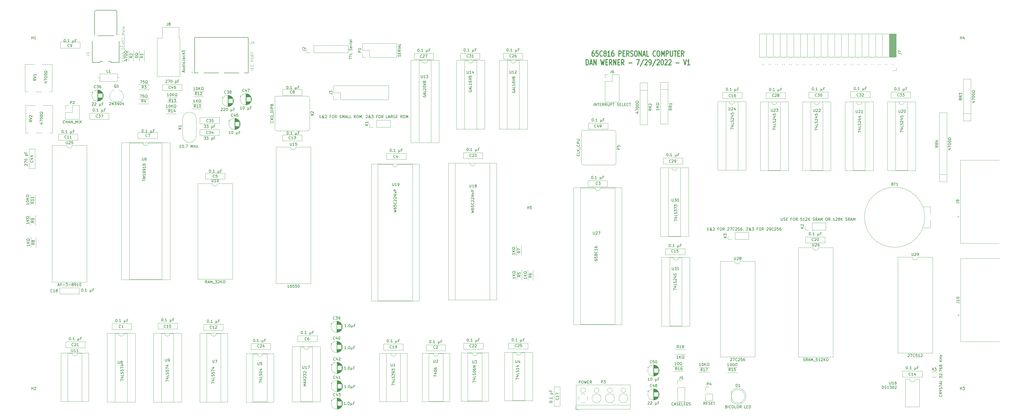
<source format=gto>
G04 #@! TF.GenerationSoftware,KiCad,Pcbnew,(6.0.6)*
G04 #@! TF.CreationDate,2022-08-01T08:11:52-05:00*
G04 #@! TF.ProjectId,we816,77653831-362e-46b6-9963-61645f706362,rev?*
G04 #@! TF.SameCoordinates,Original*
G04 #@! TF.FileFunction,Legend,Top*
G04 #@! TF.FilePolarity,Positive*
%FSLAX46Y46*%
G04 Gerber Fmt 4.6, Leading zero omitted, Abs format (unit mm)*
G04 Created by KiCad (PCBNEW (6.0.6)) date 2022-08-01 08:11:52*
%MOMM*%
%LPD*%
G01*
G04 APERTURE LIST*
%ADD10C,0.304800*%
%ADD11C,0.150000*%
%ADD12C,0.015000*%
%ADD13C,0.120000*%
%ADD14C,0.127000*%
%ADD15C,0.200000*%
%ADD16C,0.100000*%
G04 APERTURE END LIST*
D10*
X241235142Y-76051478D02*
X240944857Y-76051478D01*
X240799714Y-76148240D01*
X240727142Y-76245001D01*
X240582000Y-76535287D01*
X240509428Y-76922335D01*
X240509428Y-77696430D01*
X240582000Y-77889954D01*
X240654571Y-77986716D01*
X240799714Y-78083478D01*
X241090000Y-78083478D01*
X241235142Y-77986716D01*
X241307714Y-77889954D01*
X241380285Y-77696430D01*
X241380285Y-77212620D01*
X241307714Y-77019097D01*
X241235142Y-76922335D01*
X241090000Y-76825573D01*
X240799714Y-76825573D01*
X240654571Y-76922335D01*
X240582000Y-77019097D01*
X240509428Y-77212620D01*
X242759142Y-76051478D02*
X242033428Y-76051478D01*
X241960857Y-77019097D01*
X242033428Y-76922335D01*
X242178571Y-76825573D01*
X242541428Y-76825573D01*
X242686571Y-76922335D01*
X242759142Y-77019097D01*
X242831714Y-77212620D01*
X242831714Y-77696430D01*
X242759142Y-77889954D01*
X242686571Y-77986716D01*
X242541428Y-78083478D01*
X242178571Y-78083478D01*
X242033428Y-77986716D01*
X241960857Y-77889954D01*
X244355714Y-77889954D02*
X244283142Y-77986716D01*
X244065428Y-78083478D01*
X243920285Y-78083478D01*
X243702571Y-77986716D01*
X243557428Y-77793192D01*
X243484857Y-77599668D01*
X243412285Y-77212620D01*
X243412285Y-76922335D01*
X243484857Y-76535287D01*
X243557428Y-76341763D01*
X243702571Y-76148240D01*
X243920285Y-76051478D01*
X244065428Y-76051478D01*
X244283142Y-76148240D01*
X244355714Y-76245001D01*
X245226571Y-76922335D02*
X245081428Y-76825573D01*
X245008857Y-76728811D01*
X244936285Y-76535287D01*
X244936285Y-76438525D01*
X245008857Y-76245001D01*
X245081428Y-76148240D01*
X245226571Y-76051478D01*
X245516857Y-76051478D01*
X245662000Y-76148240D01*
X245734571Y-76245001D01*
X245807142Y-76438525D01*
X245807142Y-76535287D01*
X245734571Y-76728811D01*
X245662000Y-76825573D01*
X245516857Y-76922335D01*
X245226571Y-76922335D01*
X245081428Y-77019097D01*
X245008857Y-77115859D01*
X244936285Y-77309382D01*
X244936285Y-77696430D01*
X245008857Y-77889954D01*
X245081428Y-77986716D01*
X245226571Y-78083478D01*
X245516857Y-78083478D01*
X245662000Y-77986716D01*
X245734571Y-77889954D01*
X245807142Y-77696430D01*
X245807142Y-77309382D01*
X245734571Y-77115859D01*
X245662000Y-77019097D01*
X245516857Y-76922335D01*
X247258571Y-78083478D02*
X246387714Y-78083478D01*
X246823142Y-78083478D02*
X246823142Y-76051478D01*
X246678000Y-76341763D01*
X246532857Y-76535287D01*
X246387714Y-76632049D01*
X248564857Y-76051478D02*
X248274571Y-76051478D01*
X248129428Y-76148240D01*
X248056857Y-76245001D01*
X247911714Y-76535287D01*
X247839142Y-76922335D01*
X247839142Y-77696430D01*
X247911714Y-77889954D01*
X247984285Y-77986716D01*
X248129428Y-78083478D01*
X248419714Y-78083478D01*
X248564857Y-77986716D01*
X248637428Y-77889954D01*
X248710000Y-77696430D01*
X248710000Y-77212620D01*
X248637428Y-77019097D01*
X248564857Y-76922335D01*
X248419714Y-76825573D01*
X248129428Y-76825573D01*
X247984285Y-76922335D01*
X247911714Y-77019097D01*
X247839142Y-77212620D01*
X250524285Y-78083478D02*
X250524285Y-76051478D01*
X251104857Y-76051478D01*
X251250000Y-76148240D01*
X251322571Y-76245001D01*
X251395142Y-76438525D01*
X251395142Y-76728811D01*
X251322571Y-76922335D01*
X251250000Y-77019097D01*
X251104857Y-77115859D01*
X250524285Y-77115859D01*
X252048285Y-77019097D02*
X252556285Y-77019097D01*
X252774000Y-78083478D02*
X252048285Y-78083478D01*
X252048285Y-76051478D01*
X252774000Y-76051478D01*
X254298000Y-78083478D02*
X253790000Y-77115859D01*
X253427142Y-78083478D02*
X253427142Y-76051478D01*
X254007714Y-76051478D01*
X254152857Y-76148240D01*
X254225428Y-76245001D01*
X254298000Y-76438525D01*
X254298000Y-76728811D01*
X254225428Y-76922335D01*
X254152857Y-77019097D01*
X254007714Y-77115859D01*
X253427142Y-77115859D01*
X254878571Y-77986716D02*
X255096285Y-78083478D01*
X255459142Y-78083478D01*
X255604285Y-77986716D01*
X255676857Y-77889954D01*
X255749428Y-77696430D01*
X255749428Y-77502906D01*
X255676857Y-77309382D01*
X255604285Y-77212620D01*
X255459142Y-77115859D01*
X255168857Y-77019097D01*
X255023714Y-76922335D01*
X254951142Y-76825573D01*
X254878571Y-76632049D01*
X254878571Y-76438525D01*
X254951142Y-76245001D01*
X255023714Y-76148240D01*
X255168857Y-76051478D01*
X255531714Y-76051478D01*
X255749428Y-76148240D01*
X256692857Y-76051478D02*
X256983142Y-76051478D01*
X257128285Y-76148240D01*
X257273428Y-76341763D01*
X257346000Y-76728811D01*
X257346000Y-77406144D01*
X257273428Y-77793192D01*
X257128285Y-77986716D01*
X256983142Y-78083478D01*
X256692857Y-78083478D01*
X256547714Y-77986716D01*
X256402571Y-77793192D01*
X256330000Y-77406144D01*
X256330000Y-76728811D01*
X256402571Y-76341763D01*
X256547714Y-76148240D01*
X256692857Y-76051478D01*
X257999142Y-78083478D02*
X257999142Y-76051478D01*
X258870000Y-78083478D01*
X258870000Y-76051478D01*
X259523142Y-77502906D02*
X260248857Y-77502906D01*
X259378000Y-78083478D02*
X259886000Y-76051478D01*
X260394000Y-78083478D01*
X261627714Y-78083478D02*
X260902000Y-78083478D01*
X260902000Y-76051478D01*
X264167714Y-77889954D02*
X264095142Y-77986716D01*
X263877428Y-78083478D01*
X263732285Y-78083478D01*
X263514571Y-77986716D01*
X263369428Y-77793192D01*
X263296857Y-77599668D01*
X263224285Y-77212620D01*
X263224285Y-76922335D01*
X263296857Y-76535287D01*
X263369428Y-76341763D01*
X263514571Y-76148240D01*
X263732285Y-76051478D01*
X263877428Y-76051478D01*
X264095142Y-76148240D01*
X264167714Y-76245001D01*
X265111142Y-76051478D02*
X265401428Y-76051478D01*
X265546571Y-76148240D01*
X265691714Y-76341763D01*
X265764285Y-76728811D01*
X265764285Y-77406144D01*
X265691714Y-77793192D01*
X265546571Y-77986716D01*
X265401428Y-78083478D01*
X265111142Y-78083478D01*
X264966000Y-77986716D01*
X264820857Y-77793192D01*
X264748285Y-77406144D01*
X264748285Y-76728811D01*
X264820857Y-76341763D01*
X264966000Y-76148240D01*
X265111142Y-76051478D01*
X266417428Y-78083478D02*
X266417428Y-76051478D01*
X266925428Y-77502906D01*
X267433428Y-76051478D01*
X267433428Y-78083478D01*
X268159142Y-78083478D02*
X268159142Y-76051478D01*
X268739714Y-76051478D01*
X268884857Y-76148240D01*
X268957428Y-76245001D01*
X269030000Y-76438525D01*
X269030000Y-76728811D01*
X268957428Y-76922335D01*
X268884857Y-77019097D01*
X268739714Y-77115859D01*
X268159142Y-77115859D01*
X269683142Y-76051478D02*
X269683142Y-77696430D01*
X269755714Y-77889954D01*
X269828285Y-77986716D01*
X269973428Y-78083478D01*
X270263714Y-78083478D01*
X270408857Y-77986716D01*
X270481428Y-77889954D01*
X270554000Y-77696430D01*
X270554000Y-76051478D01*
X271062000Y-76051478D02*
X271932857Y-76051478D01*
X271497428Y-78083478D02*
X271497428Y-76051478D01*
X272440857Y-77019097D02*
X272948857Y-77019097D01*
X273166571Y-78083478D02*
X272440857Y-78083478D01*
X272440857Y-76051478D01*
X273166571Y-76051478D01*
X274690571Y-78083478D02*
X274182571Y-77115859D01*
X273819714Y-78083478D02*
X273819714Y-76051478D01*
X274400285Y-76051478D01*
X274545428Y-76148240D01*
X274618000Y-76245001D01*
X274690571Y-76438525D01*
X274690571Y-76728811D01*
X274618000Y-76922335D01*
X274545428Y-77019097D01*
X274400285Y-77115859D01*
X273819714Y-77115859D01*
X238332285Y-81354998D02*
X238332285Y-79322998D01*
X238695142Y-79322998D01*
X238912857Y-79419760D01*
X239058000Y-79613283D01*
X239130571Y-79806807D01*
X239203142Y-80193855D01*
X239203142Y-80484140D01*
X239130571Y-80871188D01*
X239058000Y-81064712D01*
X238912857Y-81258236D01*
X238695142Y-81354998D01*
X238332285Y-81354998D01*
X239783714Y-80774426D02*
X240509428Y-80774426D01*
X239638571Y-81354998D02*
X240146571Y-79322998D01*
X240654571Y-81354998D01*
X241162571Y-81354998D02*
X241162571Y-79322998D01*
X242033428Y-81354998D01*
X242033428Y-79322998D01*
X243775142Y-79322998D02*
X244138000Y-81354998D01*
X244428285Y-79903569D01*
X244718571Y-81354998D01*
X245081428Y-79322998D01*
X245662000Y-80290617D02*
X246170000Y-80290617D01*
X246387714Y-81354998D02*
X245662000Y-81354998D01*
X245662000Y-79322998D01*
X246387714Y-79322998D01*
X247911714Y-81354998D02*
X247403714Y-80387379D01*
X247040857Y-81354998D02*
X247040857Y-79322998D01*
X247621428Y-79322998D01*
X247766571Y-79419760D01*
X247839142Y-79516521D01*
X247911714Y-79710045D01*
X247911714Y-80000331D01*
X247839142Y-80193855D01*
X247766571Y-80290617D01*
X247621428Y-80387379D01*
X247040857Y-80387379D01*
X248564857Y-81354998D02*
X248564857Y-79322998D01*
X249435714Y-81354998D01*
X249435714Y-79322998D01*
X250161428Y-80290617D02*
X250669428Y-80290617D01*
X250887142Y-81354998D02*
X250161428Y-81354998D01*
X250161428Y-79322998D01*
X250887142Y-79322998D01*
X252411142Y-81354998D02*
X251903142Y-80387379D01*
X251540285Y-81354998D02*
X251540285Y-79322998D01*
X252120857Y-79322998D01*
X252266000Y-79419760D01*
X252338571Y-79516521D01*
X252411142Y-79710045D01*
X252411142Y-80000331D01*
X252338571Y-80193855D01*
X252266000Y-80290617D01*
X252120857Y-80387379D01*
X251540285Y-80387379D01*
X254225428Y-80580902D02*
X255386571Y-80580902D01*
X257128285Y-79322998D02*
X258144285Y-79322998D01*
X257491142Y-81354998D01*
X259813428Y-79226236D02*
X258507142Y-81838807D01*
X260248857Y-79516521D02*
X260321428Y-79419760D01*
X260466571Y-79322998D01*
X260829428Y-79322998D01*
X260974571Y-79419760D01*
X261047142Y-79516521D01*
X261119714Y-79710045D01*
X261119714Y-79903569D01*
X261047142Y-80193855D01*
X260176285Y-81354998D01*
X261119714Y-81354998D01*
X261845428Y-81354998D02*
X262135714Y-81354998D01*
X262280857Y-81258236D01*
X262353428Y-81161474D01*
X262498571Y-80871188D01*
X262571142Y-80484140D01*
X262571142Y-79710045D01*
X262498571Y-79516521D01*
X262426000Y-79419760D01*
X262280857Y-79322998D01*
X261990571Y-79322998D01*
X261845428Y-79419760D01*
X261772857Y-79516521D01*
X261700285Y-79710045D01*
X261700285Y-80193855D01*
X261772857Y-80387379D01*
X261845428Y-80484140D01*
X261990571Y-80580902D01*
X262280857Y-80580902D01*
X262426000Y-80484140D01*
X262498571Y-80387379D01*
X262571142Y-80193855D01*
X264312857Y-79226236D02*
X263006571Y-81838807D01*
X264748285Y-79516521D02*
X264820857Y-79419760D01*
X264966000Y-79322998D01*
X265328857Y-79322998D01*
X265474000Y-79419760D01*
X265546571Y-79516521D01*
X265619142Y-79710045D01*
X265619142Y-79903569D01*
X265546571Y-80193855D01*
X264675714Y-81354998D01*
X265619142Y-81354998D01*
X266562571Y-79322998D02*
X266707714Y-79322998D01*
X266852857Y-79419760D01*
X266925428Y-79516521D01*
X266998000Y-79710045D01*
X267070571Y-80097093D01*
X267070571Y-80580902D01*
X266998000Y-80967950D01*
X266925428Y-81161474D01*
X266852857Y-81258236D01*
X266707714Y-81354998D01*
X266562571Y-81354998D01*
X266417428Y-81258236D01*
X266344857Y-81161474D01*
X266272285Y-80967950D01*
X266199714Y-80580902D01*
X266199714Y-80097093D01*
X266272285Y-79710045D01*
X266344857Y-79516521D01*
X266417428Y-79419760D01*
X266562571Y-79322998D01*
X267651142Y-79516521D02*
X267723714Y-79419760D01*
X267868857Y-79322998D01*
X268231714Y-79322998D01*
X268376857Y-79419760D01*
X268449428Y-79516521D01*
X268522000Y-79710045D01*
X268522000Y-79903569D01*
X268449428Y-80193855D01*
X267578571Y-81354998D01*
X268522000Y-81354998D01*
X269102571Y-79516521D02*
X269175142Y-79419760D01*
X269320285Y-79322998D01*
X269683142Y-79322998D01*
X269828285Y-79419760D01*
X269900857Y-79516521D01*
X269973428Y-79710045D01*
X269973428Y-79903569D01*
X269900857Y-80193855D01*
X269030000Y-81354998D01*
X269973428Y-81354998D01*
X271787714Y-80580902D02*
X272948857Y-80580902D01*
X274618000Y-79322998D02*
X275126000Y-81354998D01*
X275634000Y-79322998D01*
X276940285Y-81354998D02*
X276069428Y-81354998D01*
X276504857Y-81354998D02*
X276504857Y-79322998D01*
X276359714Y-79613283D01*
X276214571Y-79806807D01*
X276069428Y-79903569D01*
D11*
X242633333Y-125857142D02*
X242585714Y-125904761D01*
X242442857Y-125952380D01*
X242347619Y-125952380D01*
X242204761Y-125904761D01*
X242109523Y-125809523D01*
X242061904Y-125714285D01*
X242014285Y-125523809D01*
X242014285Y-125380952D01*
X242061904Y-125190476D01*
X242109523Y-125095238D01*
X242204761Y-125000000D01*
X242347619Y-124952380D01*
X242442857Y-124952380D01*
X242585714Y-125000000D01*
X242633333Y-125047619D01*
X242966666Y-124952380D02*
X243585714Y-124952380D01*
X243252380Y-125333333D01*
X243395238Y-125333333D01*
X243490476Y-125380952D01*
X243538095Y-125428571D01*
X243585714Y-125523809D01*
X243585714Y-125761904D01*
X243538095Y-125857142D01*
X243490476Y-125904761D01*
X243395238Y-125952380D01*
X243109523Y-125952380D01*
X243014285Y-125904761D01*
X242966666Y-125857142D01*
X240504761Y-122702380D02*
X240600000Y-122702380D01*
X240695238Y-122750000D01*
X240742857Y-122797619D01*
X240790476Y-122892857D01*
X240838095Y-123083333D01*
X240838095Y-123321428D01*
X240790476Y-123511904D01*
X240742857Y-123607142D01*
X240695238Y-123654761D01*
X240600000Y-123702380D01*
X240504761Y-123702380D01*
X240409523Y-123654761D01*
X240361904Y-123607142D01*
X240314285Y-123511904D01*
X240266666Y-123321428D01*
X240266666Y-123083333D01*
X240314285Y-122892857D01*
X240361904Y-122797619D01*
X240409523Y-122750000D01*
X240504761Y-122702380D01*
X241266666Y-123607142D02*
X241314285Y-123654761D01*
X241266666Y-123702380D01*
X241219047Y-123654761D01*
X241266666Y-123607142D01*
X241266666Y-123702380D01*
X242266666Y-123702380D02*
X241695238Y-123702380D01*
X241980952Y-123702380D02*
X241980952Y-122702380D01*
X241885714Y-122845238D01*
X241790476Y-122940476D01*
X241695238Y-122988095D01*
X243457142Y-123035714D02*
X243457142Y-124035714D01*
X243933333Y-123559523D02*
X243980952Y-123654761D01*
X244076190Y-123702380D01*
X243457142Y-123559523D02*
X243504761Y-123654761D01*
X243600000Y-123702380D01*
X243790476Y-123702380D01*
X243885714Y-123654761D01*
X243933333Y-123559523D01*
X243933333Y-123035714D01*
X244838095Y-123178571D02*
X244504761Y-123178571D01*
X244504761Y-123702380D02*
X244504761Y-122702380D01*
X244980952Y-122702380D01*
X182143333Y-186897142D02*
X182095714Y-186944761D01*
X181952857Y-186992380D01*
X181857619Y-186992380D01*
X181714761Y-186944761D01*
X181619523Y-186849523D01*
X181571904Y-186754285D01*
X181524285Y-186563809D01*
X181524285Y-186420952D01*
X181571904Y-186230476D01*
X181619523Y-186135238D01*
X181714761Y-186040000D01*
X181857619Y-185992380D01*
X181952857Y-185992380D01*
X182095714Y-186040000D01*
X182143333Y-186087619D01*
X182524285Y-186087619D02*
X182571904Y-186040000D01*
X182667142Y-185992380D01*
X182905238Y-185992380D01*
X183000476Y-186040000D01*
X183048095Y-186087619D01*
X183095714Y-186182857D01*
X183095714Y-186278095D01*
X183048095Y-186420952D01*
X182476666Y-186992380D01*
X183095714Y-186992380D01*
X180214761Y-183942380D02*
X180310000Y-183942380D01*
X180405238Y-183990000D01*
X180452857Y-184037619D01*
X180500476Y-184132857D01*
X180548095Y-184323333D01*
X180548095Y-184561428D01*
X180500476Y-184751904D01*
X180452857Y-184847142D01*
X180405238Y-184894761D01*
X180310000Y-184942380D01*
X180214761Y-184942380D01*
X180119523Y-184894761D01*
X180071904Y-184847142D01*
X180024285Y-184751904D01*
X179976666Y-184561428D01*
X179976666Y-184323333D01*
X180024285Y-184132857D01*
X180071904Y-184037619D01*
X180119523Y-183990000D01*
X180214761Y-183942380D01*
X180976666Y-184847142D02*
X181024285Y-184894761D01*
X180976666Y-184942380D01*
X180929047Y-184894761D01*
X180976666Y-184847142D01*
X180976666Y-184942380D01*
X181976666Y-184942380D02*
X181405238Y-184942380D01*
X181690952Y-184942380D02*
X181690952Y-183942380D01*
X181595714Y-184085238D01*
X181500476Y-184180476D01*
X181405238Y-184228095D01*
X183167142Y-184275714D02*
X183167142Y-185275714D01*
X183643333Y-184799523D02*
X183690952Y-184894761D01*
X183786190Y-184942380D01*
X183167142Y-184799523D02*
X183214761Y-184894761D01*
X183310000Y-184942380D01*
X183500476Y-184942380D01*
X183595714Y-184894761D01*
X183643333Y-184799523D01*
X183643333Y-184275714D01*
X184548095Y-184418571D02*
X184214761Y-184418571D01*
X184214761Y-184942380D02*
X184214761Y-183942380D01*
X184690952Y-183942380D01*
X98882142Y-179457142D02*
X98834523Y-179504761D01*
X98691666Y-179552380D01*
X98596428Y-179552380D01*
X98453571Y-179504761D01*
X98358333Y-179409523D01*
X98310714Y-179314285D01*
X98263095Y-179123809D01*
X98263095Y-178980952D01*
X98310714Y-178790476D01*
X98358333Y-178695238D01*
X98453571Y-178600000D01*
X98596428Y-178552380D01*
X98691666Y-178552380D01*
X98834523Y-178600000D01*
X98882142Y-178647619D01*
X99834523Y-179552380D02*
X99263095Y-179552380D01*
X99548809Y-179552380D02*
X99548809Y-178552380D01*
X99453571Y-178695238D01*
X99358333Y-178790476D01*
X99263095Y-178838095D01*
X100215476Y-178647619D02*
X100263095Y-178600000D01*
X100358333Y-178552380D01*
X100596428Y-178552380D01*
X100691666Y-178600000D01*
X100739285Y-178647619D01*
X100786904Y-178742857D01*
X100786904Y-178838095D01*
X100739285Y-178980952D01*
X100167857Y-179552380D01*
X100786904Y-179552380D01*
X97429761Y-176302380D02*
X97525000Y-176302380D01*
X97620238Y-176350000D01*
X97667857Y-176397619D01*
X97715476Y-176492857D01*
X97763095Y-176683333D01*
X97763095Y-176921428D01*
X97715476Y-177111904D01*
X97667857Y-177207142D01*
X97620238Y-177254761D01*
X97525000Y-177302380D01*
X97429761Y-177302380D01*
X97334523Y-177254761D01*
X97286904Y-177207142D01*
X97239285Y-177111904D01*
X97191666Y-176921428D01*
X97191666Y-176683333D01*
X97239285Y-176492857D01*
X97286904Y-176397619D01*
X97334523Y-176350000D01*
X97429761Y-176302380D01*
X98191666Y-177207142D02*
X98239285Y-177254761D01*
X98191666Y-177302380D01*
X98144047Y-177254761D01*
X98191666Y-177207142D01*
X98191666Y-177302380D01*
X99191666Y-177302380D02*
X98620238Y-177302380D01*
X98905952Y-177302380D02*
X98905952Y-176302380D01*
X98810714Y-176445238D01*
X98715476Y-176540476D01*
X98620238Y-176588095D01*
X100382142Y-176635714D02*
X100382142Y-177635714D01*
X100858333Y-177159523D02*
X100905952Y-177254761D01*
X101001190Y-177302380D01*
X100382142Y-177159523D02*
X100429761Y-177254761D01*
X100525000Y-177302380D01*
X100715476Y-177302380D01*
X100810714Y-177254761D01*
X100858333Y-177159523D01*
X100858333Y-176635714D01*
X101763095Y-176778571D02*
X101429761Y-176778571D01*
X101429761Y-177302380D02*
X101429761Y-176302380D01*
X101905952Y-176302380D01*
X270757142Y-151057142D02*
X270709523Y-151104761D01*
X270566666Y-151152380D01*
X270471428Y-151152380D01*
X270328571Y-151104761D01*
X270233333Y-151009523D01*
X270185714Y-150914285D01*
X270138095Y-150723809D01*
X270138095Y-150580952D01*
X270185714Y-150390476D01*
X270233333Y-150295238D01*
X270328571Y-150200000D01*
X270471428Y-150152380D01*
X270566666Y-150152380D01*
X270709523Y-150200000D01*
X270757142Y-150247619D01*
X271709523Y-151152380D02*
X271138095Y-151152380D01*
X271423809Y-151152380D02*
X271423809Y-150152380D01*
X271328571Y-150295238D01*
X271233333Y-150390476D01*
X271138095Y-150438095D01*
X272614285Y-150152380D02*
X272138095Y-150152380D01*
X272090476Y-150628571D01*
X272138095Y-150580952D01*
X272233333Y-150533333D01*
X272471428Y-150533333D01*
X272566666Y-150580952D01*
X272614285Y-150628571D01*
X272661904Y-150723809D01*
X272661904Y-150961904D01*
X272614285Y-151057142D01*
X272566666Y-151104761D01*
X272471428Y-151152380D01*
X272233333Y-151152380D01*
X272138095Y-151104761D01*
X272090476Y-151057142D01*
X269404761Y-148102380D02*
X269500000Y-148102380D01*
X269595238Y-148150000D01*
X269642857Y-148197619D01*
X269690476Y-148292857D01*
X269738095Y-148483333D01*
X269738095Y-148721428D01*
X269690476Y-148911904D01*
X269642857Y-149007142D01*
X269595238Y-149054761D01*
X269500000Y-149102380D01*
X269404761Y-149102380D01*
X269309523Y-149054761D01*
X269261904Y-149007142D01*
X269214285Y-148911904D01*
X269166666Y-148721428D01*
X269166666Y-148483333D01*
X269214285Y-148292857D01*
X269261904Y-148197619D01*
X269309523Y-148150000D01*
X269404761Y-148102380D01*
X270166666Y-149007142D02*
X270214285Y-149054761D01*
X270166666Y-149102380D01*
X270119047Y-149054761D01*
X270166666Y-149007142D01*
X270166666Y-149102380D01*
X271166666Y-149102380D02*
X270595238Y-149102380D01*
X270880952Y-149102380D02*
X270880952Y-148102380D01*
X270785714Y-148245238D01*
X270690476Y-148340476D01*
X270595238Y-148388095D01*
X272357142Y-148435714D02*
X272357142Y-149435714D01*
X272833333Y-148959523D02*
X272880952Y-149054761D01*
X272976190Y-149102380D01*
X272357142Y-148959523D02*
X272404761Y-149054761D01*
X272500000Y-149102380D01*
X272690476Y-149102380D01*
X272785714Y-149054761D01*
X272833333Y-148959523D01*
X272833333Y-148435714D01*
X273738095Y-148578571D02*
X273404761Y-148578571D01*
X273404761Y-149102380D02*
X273404761Y-148102380D01*
X273880952Y-148102380D01*
X292132142Y-93132142D02*
X292084523Y-93179761D01*
X291941666Y-93227380D01*
X291846428Y-93227380D01*
X291703571Y-93179761D01*
X291608333Y-93084523D01*
X291560714Y-92989285D01*
X291513095Y-92798809D01*
X291513095Y-92655952D01*
X291560714Y-92465476D01*
X291608333Y-92370238D01*
X291703571Y-92275000D01*
X291846428Y-92227380D01*
X291941666Y-92227380D01*
X292084523Y-92275000D01*
X292132142Y-92322619D01*
X293084523Y-93227380D02*
X292513095Y-93227380D01*
X292798809Y-93227380D02*
X292798809Y-92227380D01*
X292703571Y-92370238D01*
X292608333Y-92465476D01*
X292513095Y-92513095D01*
X293941666Y-92227380D02*
X293751190Y-92227380D01*
X293655952Y-92275000D01*
X293608333Y-92322619D01*
X293513095Y-92465476D01*
X293465476Y-92655952D01*
X293465476Y-93036904D01*
X293513095Y-93132142D01*
X293560714Y-93179761D01*
X293655952Y-93227380D01*
X293846428Y-93227380D01*
X293941666Y-93179761D01*
X293989285Y-93132142D01*
X294036904Y-93036904D01*
X294036904Y-92798809D01*
X293989285Y-92703571D01*
X293941666Y-92655952D01*
X293846428Y-92608333D01*
X293655952Y-92608333D01*
X293560714Y-92655952D01*
X293513095Y-92703571D01*
X293465476Y-92798809D01*
X290679761Y-89877380D02*
X290775000Y-89877380D01*
X290870238Y-89925000D01*
X290917857Y-89972619D01*
X290965476Y-90067857D01*
X291013095Y-90258333D01*
X291013095Y-90496428D01*
X290965476Y-90686904D01*
X290917857Y-90782142D01*
X290870238Y-90829761D01*
X290775000Y-90877380D01*
X290679761Y-90877380D01*
X290584523Y-90829761D01*
X290536904Y-90782142D01*
X290489285Y-90686904D01*
X290441666Y-90496428D01*
X290441666Y-90258333D01*
X290489285Y-90067857D01*
X290536904Y-89972619D01*
X290584523Y-89925000D01*
X290679761Y-89877380D01*
X291441666Y-90782142D02*
X291489285Y-90829761D01*
X291441666Y-90877380D01*
X291394047Y-90829761D01*
X291441666Y-90782142D01*
X291441666Y-90877380D01*
X292441666Y-90877380D02*
X291870238Y-90877380D01*
X292155952Y-90877380D02*
X292155952Y-89877380D01*
X292060714Y-90020238D01*
X291965476Y-90115476D01*
X291870238Y-90163095D01*
X293632142Y-90210714D02*
X293632142Y-91210714D01*
X294108333Y-90734523D02*
X294155952Y-90829761D01*
X294251190Y-90877380D01*
X293632142Y-90734523D02*
X293679761Y-90829761D01*
X293775000Y-90877380D01*
X293965476Y-90877380D01*
X294060714Y-90829761D01*
X294108333Y-90734523D01*
X294108333Y-90210714D01*
X295013095Y-90353571D02*
X294679761Y-90353571D01*
X294679761Y-90877380D02*
X294679761Y-89877380D01*
X295155952Y-89877380D01*
X227947142Y-205532857D02*
X227994761Y-205580476D01*
X228042380Y-205723333D01*
X228042380Y-205818571D01*
X227994761Y-205961428D01*
X227899523Y-206056666D01*
X227804285Y-206104285D01*
X227613809Y-206151904D01*
X227470952Y-206151904D01*
X227280476Y-206104285D01*
X227185238Y-206056666D01*
X227090000Y-205961428D01*
X227042380Y-205818571D01*
X227042380Y-205723333D01*
X227090000Y-205580476D01*
X227137619Y-205532857D01*
X228042380Y-204580476D02*
X228042380Y-205151904D01*
X228042380Y-204866190D02*
X227042380Y-204866190D01*
X227185238Y-204961428D01*
X227280476Y-205056666D01*
X227328095Y-205151904D01*
X227042380Y-204247142D02*
X227042380Y-203580476D01*
X228042380Y-204009047D01*
X224692380Y-206985238D02*
X224692380Y-206890000D01*
X224740000Y-206794761D01*
X224787619Y-206747142D01*
X224882857Y-206699523D01*
X225073333Y-206651904D01*
X225311428Y-206651904D01*
X225501904Y-206699523D01*
X225597142Y-206747142D01*
X225644761Y-206794761D01*
X225692380Y-206890000D01*
X225692380Y-206985238D01*
X225644761Y-207080476D01*
X225597142Y-207128095D01*
X225501904Y-207175714D01*
X225311428Y-207223333D01*
X225073333Y-207223333D01*
X224882857Y-207175714D01*
X224787619Y-207128095D01*
X224740000Y-207080476D01*
X224692380Y-206985238D01*
X225597142Y-206223333D02*
X225644761Y-206175714D01*
X225692380Y-206223333D01*
X225644761Y-206270952D01*
X225597142Y-206223333D01*
X225692380Y-206223333D01*
X225692380Y-205223333D02*
X225692380Y-205794761D01*
X225692380Y-205509047D02*
X224692380Y-205509047D01*
X224835238Y-205604285D01*
X224930476Y-205699523D01*
X224978095Y-205794761D01*
X225025714Y-204032857D02*
X226025714Y-204032857D01*
X225549523Y-203556666D02*
X225644761Y-203509047D01*
X225692380Y-203413809D01*
X225549523Y-204032857D02*
X225644761Y-203985238D01*
X225692380Y-203890000D01*
X225692380Y-203699523D01*
X225644761Y-203604285D01*
X225549523Y-203556666D01*
X225025714Y-203556666D01*
X225168571Y-202651904D02*
X225168571Y-202985238D01*
X225692380Y-202985238D02*
X224692380Y-202985238D01*
X224692380Y-202509047D01*
X165867142Y-186797142D02*
X165819523Y-186844761D01*
X165676666Y-186892380D01*
X165581428Y-186892380D01*
X165438571Y-186844761D01*
X165343333Y-186749523D01*
X165295714Y-186654285D01*
X165248095Y-186463809D01*
X165248095Y-186320952D01*
X165295714Y-186130476D01*
X165343333Y-186035238D01*
X165438571Y-185940000D01*
X165581428Y-185892380D01*
X165676666Y-185892380D01*
X165819523Y-185940000D01*
X165867142Y-185987619D01*
X166819523Y-186892380D02*
X166248095Y-186892380D01*
X166533809Y-186892380D02*
X166533809Y-185892380D01*
X166438571Y-186035238D01*
X166343333Y-186130476D01*
X166248095Y-186178095D01*
X167295714Y-186892380D02*
X167486190Y-186892380D01*
X167581428Y-186844761D01*
X167629047Y-186797142D01*
X167724285Y-186654285D01*
X167771904Y-186463809D01*
X167771904Y-186082857D01*
X167724285Y-185987619D01*
X167676666Y-185940000D01*
X167581428Y-185892380D01*
X167390952Y-185892380D01*
X167295714Y-185940000D01*
X167248095Y-185987619D01*
X167200476Y-186082857D01*
X167200476Y-186320952D01*
X167248095Y-186416190D01*
X167295714Y-186463809D01*
X167390952Y-186511428D01*
X167581428Y-186511428D01*
X167676666Y-186463809D01*
X167724285Y-186416190D01*
X167771904Y-186320952D01*
X164414761Y-183642380D02*
X164510000Y-183642380D01*
X164605238Y-183690000D01*
X164652857Y-183737619D01*
X164700476Y-183832857D01*
X164748095Y-184023333D01*
X164748095Y-184261428D01*
X164700476Y-184451904D01*
X164652857Y-184547142D01*
X164605238Y-184594761D01*
X164510000Y-184642380D01*
X164414761Y-184642380D01*
X164319523Y-184594761D01*
X164271904Y-184547142D01*
X164224285Y-184451904D01*
X164176666Y-184261428D01*
X164176666Y-184023333D01*
X164224285Y-183832857D01*
X164271904Y-183737619D01*
X164319523Y-183690000D01*
X164414761Y-183642380D01*
X165176666Y-184547142D02*
X165224285Y-184594761D01*
X165176666Y-184642380D01*
X165129047Y-184594761D01*
X165176666Y-184547142D01*
X165176666Y-184642380D01*
X166176666Y-184642380D02*
X165605238Y-184642380D01*
X165890952Y-184642380D02*
X165890952Y-183642380D01*
X165795714Y-183785238D01*
X165700476Y-183880476D01*
X165605238Y-183928095D01*
X167367142Y-183975714D02*
X167367142Y-184975714D01*
X167843333Y-184499523D02*
X167890952Y-184594761D01*
X167986190Y-184642380D01*
X167367142Y-184499523D02*
X167414761Y-184594761D01*
X167510000Y-184642380D01*
X167700476Y-184642380D01*
X167795714Y-184594761D01*
X167843333Y-184499523D01*
X167843333Y-183975714D01*
X168748095Y-184118571D02*
X168414761Y-184118571D01*
X168414761Y-184642380D02*
X168414761Y-183642380D01*
X168890952Y-183642380D01*
X195567142Y-186397142D02*
X195519523Y-186444761D01*
X195376666Y-186492380D01*
X195281428Y-186492380D01*
X195138571Y-186444761D01*
X195043333Y-186349523D01*
X194995714Y-186254285D01*
X194948095Y-186063809D01*
X194948095Y-185920952D01*
X194995714Y-185730476D01*
X195043333Y-185635238D01*
X195138571Y-185540000D01*
X195281428Y-185492380D01*
X195376666Y-185492380D01*
X195519523Y-185540000D01*
X195567142Y-185587619D01*
X195948095Y-185587619D02*
X195995714Y-185540000D01*
X196090952Y-185492380D01*
X196329047Y-185492380D01*
X196424285Y-185540000D01*
X196471904Y-185587619D01*
X196519523Y-185682857D01*
X196519523Y-185778095D01*
X196471904Y-185920952D01*
X195900476Y-186492380D01*
X196519523Y-186492380D01*
X196900476Y-185587619D02*
X196948095Y-185540000D01*
X197043333Y-185492380D01*
X197281428Y-185492380D01*
X197376666Y-185540000D01*
X197424285Y-185587619D01*
X197471904Y-185682857D01*
X197471904Y-185778095D01*
X197424285Y-185920952D01*
X196852857Y-186492380D01*
X197471904Y-186492380D01*
X194214761Y-183342380D02*
X194310000Y-183342380D01*
X194405238Y-183390000D01*
X194452857Y-183437619D01*
X194500476Y-183532857D01*
X194548095Y-183723333D01*
X194548095Y-183961428D01*
X194500476Y-184151904D01*
X194452857Y-184247142D01*
X194405238Y-184294761D01*
X194310000Y-184342380D01*
X194214761Y-184342380D01*
X194119523Y-184294761D01*
X194071904Y-184247142D01*
X194024285Y-184151904D01*
X193976666Y-183961428D01*
X193976666Y-183723333D01*
X194024285Y-183532857D01*
X194071904Y-183437619D01*
X194119523Y-183390000D01*
X194214761Y-183342380D01*
X194976666Y-184247142D02*
X195024285Y-184294761D01*
X194976666Y-184342380D01*
X194929047Y-184294761D01*
X194976666Y-184247142D01*
X194976666Y-184342380D01*
X195976666Y-184342380D02*
X195405238Y-184342380D01*
X195690952Y-184342380D02*
X195690952Y-183342380D01*
X195595714Y-183485238D01*
X195500476Y-183580476D01*
X195405238Y-183628095D01*
X197167142Y-183675714D02*
X197167142Y-184675714D01*
X197643333Y-184199523D02*
X197690952Y-184294761D01*
X197786190Y-184342380D01*
X197167142Y-184199523D02*
X197214761Y-184294761D01*
X197310000Y-184342380D01*
X197500476Y-184342380D01*
X197595714Y-184294761D01*
X197643333Y-184199523D01*
X197643333Y-183675714D01*
X198548095Y-183818571D02*
X198214761Y-183818571D01*
X198214761Y-184342380D02*
X198214761Y-183342380D01*
X198690952Y-183342380D01*
X212467142Y-186297142D02*
X212419523Y-186344761D01*
X212276666Y-186392380D01*
X212181428Y-186392380D01*
X212038571Y-186344761D01*
X211943333Y-186249523D01*
X211895714Y-186154285D01*
X211848095Y-185963809D01*
X211848095Y-185820952D01*
X211895714Y-185630476D01*
X211943333Y-185535238D01*
X212038571Y-185440000D01*
X212181428Y-185392380D01*
X212276666Y-185392380D01*
X212419523Y-185440000D01*
X212467142Y-185487619D01*
X212848095Y-185487619D02*
X212895714Y-185440000D01*
X212990952Y-185392380D01*
X213229047Y-185392380D01*
X213324285Y-185440000D01*
X213371904Y-185487619D01*
X213419523Y-185582857D01*
X213419523Y-185678095D01*
X213371904Y-185820952D01*
X212800476Y-186392380D01*
X213419523Y-186392380D01*
X214324285Y-185392380D02*
X213848095Y-185392380D01*
X213800476Y-185868571D01*
X213848095Y-185820952D01*
X213943333Y-185773333D01*
X214181428Y-185773333D01*
X214276666Y-185820952D01*
X214324285Y-185868571D01*
X214371904Y-185963809D01*
X214371904Y-186201904D01*
X214324285Y-186297142D01*
X214276666Y-186344761D01*
X214181428Y-186392380D01*
X213943333Y-186392380D01*
X213848095Y-186344761D01*
X213800476Y-186297142D01*
X210914761Y-183242380D02*
X211010000Y-183242380D01*
X211105238Y-183290000D01*
X211152857Y-183337619D01*
X211200476Y-183432857D01*
X211248095Y-183623333D01*
X211248095Y-183861428D01*
X211200476Y-184051904D01*
X211152857Y-184147142D01*
X211105238Y-184194761D01*
X211010000Y-184242380D01*
X210914761Y-184242380D01*
X210819523Y-184194761D01*
X210771904Y-184147142D01*
X210724285Y-184051904D01*
X210676666Y-183861428D01*
X210676666Y-183623333D01*
X210724285Y-183432857D01*
X210771904Y-183337619D01*
X210819523Y-183290000D01*
X210914761Y-183242380D01*
X211676666Y-184147142D02*
X211724285Y-184194761D01*
X211676666Y-184242380D01*
X211629047Y-184194761D01*
X211676666Y-184147142D01*
X211676666Y-184242380D01*
X212676666Y-184242380D02*
X212105238Y-184242380D01*
X212390952Y-184242380D02*
X212390952Y-183242380D01*
X212295714Y-183385238D01*
X212200476Y-183480476D01*
X212105238Y-183528095D01*
X213867142Y-183575714D02*
X213867142Y-184575714D01*
X214343333Y-184099523D02*
X214390952Y-184194761D01*
X214486190Y-184242380D01*
X213867142Y-184099523D02*
X213914761Y-184194761D01*
X214010000Y-184242380D01*
X214200476Y-184242380D01*
X214295714Y-184194761D01*
X214343333Y-184099523D01*
X214343333Y-183575714D01*
X215248095Y-183718571D02*
X214914761Y-183718571D01*
X214914761Y-184242380D02*
X214914761Y-183242380D01*
X215390952Y-183242380D01*
X195557142Y-115457142D02*
X195509523Y-115504761D01*
X195366666Y-115552380D01*
X195271428Y-115552380D01*
X195128571Y-115504761D01*
X195033333Y-115409523D01*
X194985714Y-115314285D01*
X194938095Y-115123809D01*
X194938095Y-114980952D01*
X194985714Y-114790476D01*
X195033333Y-114695238D01*
X195128571Y-114600000D01*
X195271428Y-114552380D01*
X195366666Y-114552380D01*
X195509523Y-114600000D01*
X195557142Y-114647619D01*
X195938095Y-114647619D02*
X195985714Y-114600000D01*
X196080952Y-114552380D01*
X196319047Y-114552380D01*
X196414285Y-114600000D01*
X196461904Y-114647619D01*
X196509523Y-114742857D01*
X196509523Y-114838095D01*
X196461904Y-114980952D01*
X195890476Y-115552380D01*
X196509523Y-115552380D01*
X196842857Y-114552380D02*
X197461904Y-114552380D01*
X197128571Y-114933333D01*
X197271428Y-114933333D01*
X197366666Y-114980952D01*
X197414285Y-115028571D01*
X197461904Y-115123809D01*
X197461904Y-115361904D01*
X197414285Y-115457142D01*
X197366666Y-115504761D01*
X197271428Y-115552380D01*
X196985714Y-115552380D01*
X196890476Y-115504761D01*
X196842857Y-115457142D01*
X194104761Y-112302380D02*
X194200000Y-112302380D01*
X194295238Y-112350000D01*
X194342857Y-112397619D01*
X194390476Y-112492857D01*
X194438095Y-112683333D01*
X194438095Y-112921428D01*
X194390476Y-113111904D01*
X194342857Y-113207142D01*
X194295238Y-113254761D01*
X194200000Y-113302380D01*
X194104761Y-113302380D01*
X194009523Y-113254761D01*
X193961904Y-113207142D01*
X193914285Y-113111904D01*
X193866666Y-112921428D01*
X193866666Y-112683333D01*
X193914285Y-112492857D01*
X193961904Y-112397619D01*
X194009523Y-112350000D01*
X194104761Y-112302380D01*
X194866666Y-113207142D02*
X194914285Y-113254761D01*
X194866666Y-113302380D01*
X194819047Y-113254761D01*
X194866666Y-113207142D01*
X194866666Y-113302380D01*
X195866666Y-113302380D02*
X195295238Y-113302380D01*
X195580952Y-113302380D02*
X195580952Y-112302380D01*
X195485714Y-112445238D01*
X195390476Y-112540476D01*
X195295238Y-112588095D01*
X197057142Y-112635714D02*
X197057142Y-113635714D01*
X197533333Y-113159523D02*
X197580952Y-113254761D01*
X197676190Y-113302380D01*
X197057142Y-113159523D02*
X197104761Y-113254761D01*
X197200000Y-113302380D01*
X197390476Y-113302380D01*
X197485714Y-113254761D01*
X197533333Y-113159523D01*
X197533333Y-112635714D01*
X198438095Y-112778571D02*
X198104761Y-112778571D01*
X198104761Y-113302380D02*
X198104761Y-112302380D01*
X198580952Y-112302380D01*
X100033333Y-123157142D02*
X99985714Y-123204761D01*
X99842857Y-123252380D01*
X99747619Y-123252380D01*
X99604761Y-123204761D01*
X99509523Y-123109523D01*
X99461904Y-123014285D01*
X99414285Y-122823809D01*
X99414285Y-122680952D01*
X99461904Y-122490476D01*
X99509523Y-122395238D01*
X99604761Y-122300000D01*
X99747619Y-122252380D01*
X99842857Y-122252380D01*
X99985714Y-122300000D01*
X100033333Y-122347619D01*
X100938095Y-122252380D02*
X100461904Y-122252380D01*
X100414285Y-122728571D01*
X100461904Y-122680952D01*
X100557142Y-122633333D01*
X100795238Y-122633333D01*
X100890476Y-122680952D01*
X100938095Y-122728571D01*
X100985714Y-122823809D01*
X100985714Y-123061904D01*
X100938095Y-123157142D01*
X100890476Y-123204761D01*
X100795238Y-123252380D01*
X100557142Y-123252380D01*
X100461904Y-123204761D01*
X100414285Y-123157142D01*
X98204761Y-120352380D02*
X98300000Y-120352380D01*
X98395238Y-120400000D01*
X98442857Y-120447619D01*
X98490476Y-120542857D01*
X98538095Y-120733333D01*
X98538095Y-120971428D01*
X98490476Y-121161904D01*
X98442857Y-121257142D01*
X98395238Y-121304761D01*
X98300000Y-121352380D01*
X98204761Y-121352380D01*
X98109523Y-121304761D01*
X98061904Y-121257142D01*
X98014285Y-121161904D01*
X97966666Y-120971428D01*
X97966666Y-120733333D01*
X98014285Y-120542857D01*
X98061904Y-120447619D01*
X98109523Y-120400000D01*
X98204761Y-120352380D01*
X98966666Y-121257142D02*
X99014285Y-121304761D01*
X98966666Y-121352380D01*
X98919047Y-121304761D01*
X98966666Y-121257142D01*
X98966666Y-121352380D01*
X99966666Y-121352380D02*
X99395238Y-121352380D01*
X99680952Y-121352380D02*
X99680952Y-120352380D01*
X99585714Y-120495238D01*
X99490476Y-120590476D01*
X99395238Y-120638095D01*
X101157142Y-120685714D02*
X101157142Y-121685714D01*
X101633333Y-121209523D02*
X101680952Y-121304761D01*
X101776190Y-121352380D01*
X101157142Y-121209523D02*
X101204761Y-121304761D01*
X101300000Y-121352380D01*
X101490476Y-121352380D01*
X101585714Y-121304761D01*
X101633333Y-121209523D01*
X101633333Y-120685714D01*
X102538095Y-120828571D02*
X102204761Y-120828571D01*
X102204761Y-121352380D02*
X102204761Y-120352380D01*
X102680952Y-120352380D01*
X98921904Y-123942380D02*
X98921904Y-124751904D01*
X98969523Y-124847142D01*
X99017142Y-124894761D01*
X99112380Y-124942380D01*
X99302857Y-124942380D01*
X99398095Y-124894761D01*
X99445714Y-124847142D01*
X99493333Y-124751904D01*
X99493333Y-123942380D01*
X100493333Y-124942380D02*
X99921904Y-124942380D01*
X100207619Y-124942380D02*
X100207619Y-123942380D01*
X100112380Y-124085238D01*
X100017142Y-124180476D01*
X99921904Y-124228095D01*
X101112380Y-123942380D02*
X101207619Y-123942380D01*
X101302857Y-123990000D01*
X101350476Y-124037619D01*
X101398095Y-124132857D01*
X101445714Y-124323333D01*
X101445714Y-124561428D01*
X101398095Y-124751904D01*
X101350476Y-124847142D01*
X101302857Y-124894761D01*
X101207619Y-124942380D01*
X101112380Y-124942380D01*
X101017142Y-124894761D01*
X100969523Y-124847142D01*
X100921904Y-124751904D01*
X100874285Y-124561428D01*
X100874285Y-124323333D01*
X100921904Y-124132857D01*
X100969523Y-124037619D01*
X101017142Y-123990000D01*
X101112380Y-123942380D01*
X97112380Y-162622380D02*
X96779047Y-162146190D01*
X96540952Y-162622380D02*
X96540952Y-161622380D01*
X96921904Y-161622380D01*
X97017142Y-161670000D01*
X97064761Y-161717619D01*
X97112380Y-161812857D01*
X97112380Y-161955714D01*
X97064761Y-162050952D01*
X97017142Y-162098571D01*
X96921904Y-162146190D01*
X96540952Y-162146190D01*
X97493333Y-162336666D02*
X97969523Y-162336666D01*
X97398095Y-162622380D02*
X97731428Y-161622380D01*
X98064761Y-162622380D01*
X98398095Y-162622380D02*
X98398095Y-161622380D01*
X98731428Y-162336666D01*
X99064761Y-161622380D01*
X99064761Y-162622380D01*
X99302857Y-162717619D02*
X100064761Y-162717619D01*
X100207619Y-161622380D02*
X100826666Y-161622380D01*
X100493333Y-162003333D01*
X100636190Y-162003333D01*
X100731428Y-162050952D01*
X100779047Y-162098571D01*
X100826666Y-162193809D01*
X100826666Y-162431904D01*
X100779047Y-162527142D01*
X100731428Y-162574761D01*
X100636190Y-162622380D01*
X100350476Y-162622380D01*
X100255238Y-162574761D01*
X100207619Y-162527142D01*
X101207619Y-161717619D02*
X101255238Y-161670000D01*
X101350476Y-161622380D01*
X101588571Y-161622380D01*
X101683809Y-161670000D01*
X101731428Y-161717619D01*
X101779047Y-161812857D01*
X101779047Y-161908095D01*
X101731428Y-162050952D01*
X101160000Y-162622380D01*
X101779047Y-162622380D01*
X102207619Y-162622380D02*
X102207619Y-161622380D01*
X102779047Y-162622380D02*
X102350476Y-162050952D01*
X102779047Y-161622380D02*
X102207619Y-162193809D01*
X103398095Y-161622380D02*
X103588571Y-161622380D01*
X103683809Y-161670000D01*
X103779047Y-161765238D01*
X103826666Y-161955714D01*
X103826666Y-162289047D01*
X103779047Y-162479523D01*
X103683809Y-162574761D01*
X103588571Y-162622380D01*
X103398095Y-162622380D01*
X103302857Y-162574761D01*
X103207619Y-162479523D01*
X103160000Y-162289047D01*
X103160000Y-161955714D01*
X103207619Y-161765238D01*
X103302857Y-161670000D01*
X103398095Y-161622380D01*
X73028095Y-115862380D02*
X73028095Y-116671904D01*
X73075714Y-116767142D01*
X73123333Y-116814761D01*
X73218571Y-116862380D01*
X73409047Y-116862380D01*
X73504285Y-116814761D01*
X73551904Y-116767142D01*
X73599523Y-116671904D01*
X73599523Y-115862380D01*
X74504285Y-115862380D02*
X74313809Y-115862380D01*
X74218571Y-115910000D01*
X74170952Y-115957619D01*
X74075714Y-116100476D01*
X74028095Y-116290952D01*
X74028095Y-116671904D01*
X74075714Y-116767142D01*
X74123333Y-116814761D01*
X74218571Y-116862380D01*
X74409047Y-116862380D01*
X74504285Y-116814761D01*
X74551904Y-116767142D01*
X74599523Y-116671904D01*
X74599523Y-116433809D01*
X74551904Y-116338571D01*
X74504285Y-116290952D01*
X74409047Y-116243333D01*
X74218571Y-116243333D01*
X74123333Y-116290952D01*
X74075714Y-116338571D01*
X74028095Y-116433809D01*
X73242380Y-124548095D02*
X73242380Y-123976666D01*
X74242380Y-124262380D02*
X73242380Y-124262380D01*
X74242380Y-123643333D02*
X73242380Y-123643333D01*
X73956666Y-123310000D01*
X73242380Y-122976666D01*
X74242380Y-122976666D01*
X74194761Y-122548095D02*
X74242380Y-122405238D01*
X74242380Y-122167142D01*
X74194761Y-122071904D01*
X74147142Y-122024285D01*
X74051904Y-121976666D01*
X73956666Y-121976666D01*
X73861428Y-122024285D01*
X73813809Y-122071904D01*
X73766190Y-122167142D01*
X73718571Y-122357619D01*
X73670952Y-122452857D01*
X73623333Y-122500476D01*
X73528095Y-122548095D01*
X73432857Y-122548095D01*
X73337619Y-122500476D01*
X73290000Y-122452857D01*
X73242380Y-122357619D01*
X73242380Y-122119523D01*
X73290000Y-121976666D01*
X74242380Y-121500476D02*
X74242380Y-121310000D01*
X74194761Y-121214761D01*
X74147142Y-121167142D01*
X74004285Y-121071904D01*
X73813809Y-121024285D01*
X73432857Y-121024285D01*
X73337619Y-121071904D01*
X73290000Y-121119523D01*
X73242380Y-121214761D01*
X73242380Y-121405238D01*
X73290000Y-121500476D01*
X73337619Y-121548095D01*
X73432857Y-121595714D01*
X73670952Y-121595714D01*
X73766190Y-121548095D01*
X73813809Y-121500476D01*
X73861428Y-121405238D01*
X73861428Y-121214761D01*
X73813809Y-121119523D01*
X73766190Y-121071904D01*
X73670952Y-121024285D01*
X74242380Y-120548095D02*
X74242380Y-120357619D01*
X74194761Y-120262380D01*
X74147142Y-120214761D01*
X74004285Y-120119523D01*
X73813809Y-120071904D01*
X73432857Y-120071904D01*
X73337619Y-120119523D01*
X73290000Y-120167142D01*
X73242380Y-120262380D01*
X73242380Y-120452857D01*
X73290000Y-120548095D01*
X73337619Y-120595714D01*
X73432857Y-120643333D01*
X73670952Y-120643333D01*
X73766190Y-120595714D01*
X73813809Y-120548095D01*
X73861428Y-120452857D01*
X73861428Y-120262380D01*
X73813809Y-120167142D01*
X73766190Y-120119523D01*
X73670952Y-120071904D01*
X74242380Y-119119523D02*
X74242380Y-119690952D01*
X74242380Y-119405238D02*
X73242380Y-119405238D01*
X73385238Y-119500476D01*
X73480476Y-119595714D01*
X73528095Y-119690952D01*
X73670952Y-118548095D02*
X73623333Y-118643333D01*
X73575714Y-118690952D01*
X73480476Y-118738571D01*
X73432857Y-118738571D01*
X73337619Y-118690952D01*
X73290000Y-118643333D01*
X73242380Y-118548095D01*
X73242380Y-118357619D01*
X73290000Y-118262380D01*
X73337619Y-118214761D01*
X73432857Y-118167142D01*
X73480476Y-118167142D01*
X73575714Y-118214761D01*
X73623333Y-118262380D01*
X73670952Y-118357619D01*
X73670952Y-118548095D01*
X73718571Y-118643333D01*
X73766190Y-118690952D01*
X73861428Y-118738571D01*
X74051904Y-118738571D01*
X74147142Y-118690952D01*
X74194761Y-118643333D01*
X74242380Y-118548095D01*
X74242380Y-118357619D01*
X74194761Y-118262380D01*
X74147142Y-118214761D01*
X74051904Y-118167142D01*
X73861428Y-118167142D01*
X73766190Y-118214761D01*
X73718571Y-118262380D01*
X73670952Y-118357619D01*
X128081904Y-110332380D02*
X128081904Y-111141904D01*
X128129523Y-111237142D01*
X128177142Y-111284761D01*
X128272380Y-111332380D01*
X128462857Y-111332380D01*
X128558095Y-111284761D01*
X128605714Y-111237142D01*
X128653333Y-111141904D01*
X128653333Y-110332380D01*
X129653333Y-111332380D02*
X129081904Y-111332380D01*
X129367619Y-111332380D02*
X129367619Y-110332380D01*
X129272380Y-110475238D01*
X129177142Y-110570476D01*
X129081904Y-110618095D01*
X130558095Y-110332380D02*
X130081904Y-110332380D01*
X130034285Y-110808571D01*
X130081904Y-110760952D01*
X130177142Y-110713333D01*
X130415238Y-110713333D01*
X130510476Y-110760952D01*
X130558095Y-110808571D01*
X130605714Y-110903809D01*
X130605714Y-111141904D01*
X130558095Y-111237142D01*
X130510476Y-111284761D01*
X130415238Y-111332380D01*
X130177142Y-111332380D01*
X130081904Y-111284761D01*
X130034285Y-111237142D01*
X127700952Y-164252380D02*
X127129523Y-164252380D01*
X127415238Y-164252380D02*
X127415238Y-163252380D01*
X127320000Y-163395238D01*
X127224761Y-163490476D01*
X127129523Y-163538095D01*
X128558095Y-163252380D02*
X128367619Y-163252380D01*
X128272380Y-163300000D01*
X128224761Y-163347619D01*
X128129523Y-163490476D01*
X128081904Y-163680952D01*
X128081904Y-164061904D01*
X128129523Y-164157142D01*
X128177142Y-164204761D01*
X128272380Y-164252380D01*
X128462857Y-164252380D01*
X128558095Y-164204761D01*
X128605714Y-164157142D01*
X128653333Y-164061904D01*
X128653333Y-163823809D01*
X128605714Y-163728571D01*
X128558095Y-163680952D01*
X128462857Y-163633333D01*
X128272380Y-163633333D01*
X128177142Y-163680952D01*
X128129523Y-163728571D01*
X128081904Y-163823809D01*
X129558095Y-163252380D02*
X129081904Y-163252380D01*
X129034285Y-163728571D01*
X129081904Y-163680952D01*
X129177142Y-163633333D01*
X129415238Y-163633333D01*
X129510476Y-163680952D01*
X129558095Y-163728571D01*
X129605714Y-163823809D01*
X129605714Y-164061904D01*
X129558095Y-164157142D01*
X129510476Y-164204761D01*
X129415238Y-164252380D01*
X129177142Y-164252380D01*
X129081904Y-164204761D01*
X129034285Y-164157142D01*
X130510476Y-163252380D02*
X130034285Y-163252380D01*
X129986666Y-163728571D01*
X130034285Y-163680952D01*
X130129523Y-163633333D01*
X130367619Y-163633333D01*
X130462857Y-163680952D01*
X130510476Y-163728571D01*
X130558095Y-163823809D01*
X130558095Y-164061904D01*
X130510476Y-164157142D01*
X130462857Y-164204761D01*
X130367619Y-164252380D01*
X130129523Y-164252380D01*
X130034285Y-164204761D01*
X129986666Y-164157142D01*
X131177142Y-163252380D02*
X131272380Y-163252380D01*
X131367619Y-163300000D01*
X131415238Y-163347619D01*
X131462857Y-163442857D01*
X131510476Y-163633333D01*
X131510476Y-163871428D01*
X131462857Y-164061904D01*
X131415238Y-164157142D01*
X131367619Y-164204761D01*
X131272380Y-164252380D01*
X131177142Y-164252380D01*
X131081904Y-164204761D01*
X131034285Y-164157142D01*
X130986666Y-164061904D01*
X130939047Y-163871428D01*
X130939047Y-163633333D01*
X130986666Y-163442857D01*
X131034285Y-163347619D01*
X131081904Y-163300000D01*
X131177142Y-163252380D01*
X376252380Y-169769523D02*
X376966666Y-169769523D01*
X377109523Y-169817142D01*
X377204761Y-169912380D01*
X377252380Y-170055238D01*
X377252380Y-170150476D01*
X377252380Y-168769523D02*
X377252380Y-169340952D01*
X377252380Y-169055238D02*
X376252380Y-169055238D01*
X376395238Y-169150476D01*
X376490476Y-169245714D01*
X376538095Y-169340952D01*
X376252380Y-168150476D02*
X376252380Y-168055238D01*
X376300000Y-167960000D01*
X376347619Y-167912380D01*
X376442857Y-167864761D01*
X376633333Y-167817142D01*
X376871428Y-167817142D01*
X377061904Y-167864761D01*
X377157142Y-167912380D01*
X377204761Y-167960000D01*
X377252380Y-168055238D01*
X377252380Y-168150476D01*
X377204761Y-168245714D01*
X377157142Y-168293333D01*
X377061904Y-168340952D01*
X376871428Y-168388571D01*
X376633333Y-168388571D01*
X376442857Y-168340952D01*
X376347619Y-168293333D01*
X376300000Y-168245714D01*
X376252380Y-168150476D01*
X262757142Y-201207142D02*
X262709523Y-201254761D01*
X262566666Y-201302380D01*
X262471428Y-201302380D01*
X262328571Y-201254761D01*
X262233333Y-201159523D01*
X262185714Y-201064285D01*
X262138095Y-200873809D01*
X262138095Y-200730952D01*
X262185714Y-200540476D01*
X262233333Y-200445238D01*
X262328571Y-200350000D01*
X262471428Y-200302380D01*
X262566666Y-200302380D01*
X262709523Y-200350000D01*
X262757142Y-200397619D01*
X263614285Y-200635714D02*
X263614285Y-201302380D01*
X263376190Y-200254761D02*
X263138095Y-200969047D01*
X263757142Y-200969047D01*
X264280952Y-200730952D02*
X264185714Y-200683333D01*
X264138095Y-200635714D01*
X264090476Y-200540476D01*
X264090476Y-200492857D01*
X264138095Y-200397619D01*
X264185714Y-200350000D01*
X264280952Y-200302380D01*
X264471428Y-200302380D01*
X264566666Y-200350000D01*
X264614285Y-200397619D01*
X264661904Y-200492857D01*
X264661904Y-200540476D01*
X264614285Y-200635714D01*
X264566666Y-200683333D01*
X264471428Y-200730952D01*
X264280952Y-200730952D01*
X264185714Y-200778571D01*
X264138095Y-200826190D01*
X264090476Y-200921428D01*
X264090476Y-201111904D01*
X264138095Y-201207142D01*
X264185714Y-201254761D01*
X264280952Y-201302380D01*
X264471428Y-201302380D01*
X264566666Y-201254761D01*
X264614285Y-201207142D01*
X264661904Y-201111904D01*
X264661904Y-200921428D01*
X264614285Y-200826190D01*
X264566666Y-200778571D01*
X264471428Y-200730952D01*
X261304761Y-206897619D02*
X261352380Y-206850000D01*
X261447619Y-206802380D01*
X261685714Y-206802380D01*
X261780952Y-206850000D01*
X261828571Y-206897619D01*
X261876190Y-206992857D01*
X261876190Y-207088095D01*
X261828571Y-207230952D01*
X261257142Y-207802380D01*
X261876190Y-207802380D01*
X262257142Y-206897619D02*
X262304761Y-206850000D01*
X262400000Y-206802380D01*
X262638095Y-206802380D01*
X262733333Y-206850000D01*
X262780952Y-206897619D01*
X262828571Y-206992857D01*
X262828571Y-207088095D01*
X262780952Y-207230952D01*
X262209523Y-207802380D01*
X262828571Y-207802380D01*
X264019047Y-207135714D02*
X264019047Y-208135714D01*
X264495238Y-207659523D02*
X264542857Y-207754761D01*
X264638095Y-207802380D01*
X264019047Y-207659523D02*
X264066666Y-207754761D01*
X264161904Y-207802380D01*
X264352380Y-207802380D01*
X264447619Y-207754761D01*
X264495238Y-207659523D01*
X264495238Y-207135714D01*
X265400000Y-207278571D02*
X265066666Y-207278571D01*
X265066666Y-207802380D02*
X265066666Y-206802380D01*
X265542857Y-206802380D01*
X242057142Y-104457142D02*
X242009523Y-104504761D01*
X241866666Y-104552380D01*
X241771428Y-104552380D01*
X241628571Y-104504761D01*
X241533333Y-104409523D01*
X241485714Y-104314285D01*
X241438095Y-104123809D01*
X241438095Y-103980952D01*
X241485714Y-103790476D01*
X241533333Y-103695238D01*
X241628571Y-103600000D01*
X241771428Y-103552380D01*
X241866666Y-103552380D01*
X242009523Y-103600000D01*
X242057142Y-103647619D01*
X242914285Y-103885714D02*
X242914285Y-104552380D01*
X242676190Y-103504761D02*
X242438095Y-104219047D01*
X243057142Y-104219047D01*
X243485714Y-104552380D02*
X243676190Y-104552380D01*
X243771428Y-104504761D01*
X243819047Y-104457142D01*
X243914285Y-104314285D01*
X243961904Y-104123809D01*
X243961904Y-103742857D01*
X243914285Y-103647619D01*
X243866666Y-103600000D01*
X243771428Y-103552380D01*
X243580952Y-103552380D01*
X243485714Y-103600000D01*
X243438095Y-103647619D01*
X243390476Y-103742857D01*
X243390476Y-103980952D01*
X243438095Y-104076190D01*
X243485714Y-104123809D01*
X243580952Y-104171428D01*
X243771428Y-104171428D01*
X243866666Y-104123809D01*
X243914285Y-104076190D01*
X243961904Y-103980952D01*
X240704761Y-101302380D02*
X240800000Y-101302380D01*
X240895238Y-101350000D01*
X240942857Y-101397619D01*
X240990476Y-101492857D01*
X241038095Y-101683333D01*
X241038095Y-101921428D01*
X240990476Y-102111904D01*
X240942857Y-102207142D01*
X240895238Y-102254761D01*
X240800000Y-102302380D01*
X240704761Y-102302380D01*
X240609523Y-102254761D01*
X240561904Y-102207142D01*
X240514285Y-102111904D01*
X240466666Y-101921428D01*
X240466666Y-101683333D01*
X240514285Y-101492857D01*
X240561904Y-101397619D01*
X240609523Y-101350000D01*
X240704761Y-101302380D01*
X241466666Y-102207142D02*
X241514285Y-102254761D01*
X241466666Y-102302380D01*
X241419047Y-102254761D01*
X241466666Y-102207142D01*
X241466666Y-102302380D01*
X242466666Y-102302380D02*
X241895238Y-102302380D01*
X242180952Y-102302380D02*
X242180952Y-101302380D01*
X242085714Y-101445238D01*
X241990476Y-101540476D01*
X241895238Y-101588095D01*
X243657142Y-101635714D02*
X243657142Y-102635714D01*
X244133333Y-102159523D02*
X244180952Y-102254761D01*
X244276190Y-102302380D01*
X243657142Y-102159523D02*
X243704761Y-102254761D01*
X243800000Y-102302380D01*
X243990476Y-102302380D01*
X244085714Y-102254761D01*
X244133333Y-102159523D01*
X244133333Y-101635714D01*
X245038095Y-101778571D02*
X244704761Y-101778571D01*
X244704761Y-102302380D02*
X244704761Y-101302380D01*
X245180952Y-101302380D01*
X262757142Y-192307142D02*
X262709523Y-192354761D01*
X262566666Y-192402380D01*
X262471428Y-192402380D01*
X262328571Y-192354761D01*
X262233333Y-192259523D01*
X262185714Y-192164285D01*
X262138095Y-191973809D01*
X262138095Y-191830952D01*
X262185714Y-191640476D01*
X262233333Y-191545238D01*
X262328571Y-191450000D01*
X262471428Y-191402380D01*
X262566666Y-191402380D01*
X262709523Y-191450000D01*
X262757142Y-191497619D01*
X263661904Y-191402380D02*
X263185714Y-191402380D01*
X263138095Y-191878571D01*
X263185714Y-191830952D01*
X263280952Y-191783333D01*
X263519047Y-191783333D01*
X263614285Y-191830952D01*
X263661904Y-191878571D01*
X263709523Y-191973809D01*
X263709523Y-192211904D01*
X263661904Y-192307142D01*
X263614285Y-192354761D01*
X263519047Y-192402380D01*
X263280952Y-192402380D01*
X263185714Y-192354761D01*
X263138095Y-192307142D01*
X264328571Y-191402380D02*
X264423809Y-191402380D01*
X264519047Y-191450000D01*
X264566666Y-191497619D01*
X264614285Y-191592857D01*
X264661904Y-191783333D01*
X264661904Y-192021428D01*
X264614285Y-192211904D01*
X264566666Y-192307142D01*
X264519047Y-192354761D01*
X264423809Y-192402380D01*
X264328571Y-192402380D01*
X264233333Y-192354761D01*
X264185714Y-192307142D01*
X264138095Y-192211904D01*
X264090476Y-192021428D01*
X264090476Y-191783333D01*
X264138095Y-191592857D01*
X264185714Y-191497619D01*
X264233333Y-191450000D01*
X264328571Y-191402380D01*
X261876190Y-198902380D02*
X261304761Y-198902380D01*
X261590476Y-198902380D02*
X261590476Y-197902380D01*
X261495238Y-198045238D01*
X261400000Y-198140476D01*
X261304761Y-198188095D01*
X262495238Y-197902380D02*
X262590476Y-197902380D01*
X262685714Y-197950000D01*
X262733333Y-197997619D01*
X262780952Y-198092857D01*
X262828571Y-198283333D01*
X262828571Y-198521428D01*
X262780952Y-198711904D01*
X262733333Y-198807142D01*
X262685714Y-198854761D01*
X262590476Y-198902380D01*
X262495238Y-198902380D01*
X262400000Y-198854761D01*
X262352380Y-198807142D01*
X262304761Y-198711904D01*
X262257142Y-198521428D01*
X262257142Y-198283333D01*
X262304761Y-198092857D01*
X262352380Y-197997619D01*
X262400000Y-197950000D01*
X262495238Y-197902380D01*
X264019047Y-198235714D02*
X264019047Y-199235714D01*
X264495238Y-198759523D02*
X264542857Y-198854761D01*
X264638095Y-198902380D01*
X264019047Y-198759523D02*
X264066666Y-198854761D01*
X264161904Y-198902380D01*
X264352380Y-198902380D01*
X264447619Y-198854761D01*
X264495238Y-198759523D01*
X264495238Y-198235714D01*
X265400000Y-198378571D02*
X265066666Y-198378571D01*
X265066666Y-198902380D02*
X265066666Y-197902380D01*
X265542857Y-197902380D01*
X144757142Y-176007142D02*
X144709523Y-176054761D01*
X144566666Y-176102380D01*
X144471428Y-176102380D01*
X144328571Y-176054761D01*
X144233333Y-175959523D01*
X144185714Y-175864285D01*
X144138095Y-175673809D01*
X144138095Y-175530952D01*
X144185714Y-175340476D01*
X144233333Y-175245238D01*
X144328571Y-175150000D01*
X144471428Y-175102380D01*
X144566666Y-175102380D01*
X144709523Y-175150000D01*
X144757142Y-175197619D01*
X145090476Y-175102380D02*
X145709523Y-175102380D01*
X145376190Y-175483333D01*
X145519047Y-175483333D01*
X145614285Y-175530952D01*
X145661904Y-175578571D01*
X145709523Y-175673809D01*
X145709523Y-175911904D01*
X145661904Y-176007142D01*
X145614285Y-176054761D01*
X145519047Y-176102380D01*
X145233333Y-176102380D01*
X145138095Y-176054761D01*
X145090476Y-176007142D01*
X146185714Y-176102380D02*
X146376190Y-176102380D01*
X146471428Y-176054761D01*
X146519047Y-176007142D01*
X146614285Y-175864285D01*
X146661904Y-175673809D01*
X146661904Y-175292857D01*
X146614285Y-175197619D01*
X146566666Y-175150000D01*
X146471428Y-175102380D01*
X146280952Y-175102380D01*
X146185714Y-175150000D01*
X146138095Y-175197619D01*
X146090476Y-175292857D01*
X146090476Y-175530952D01*
X146138095Y-175626190D01*
X146185714Y-175673809D01*
X146280952Y-175721428D01*
X146471428Y-175721428D01*
X146566666Y-175673809D01*
X146614285Y-175626190D01*
X146661904Y-175530952D01*
X149019047Y-178952380D02*
X148447619Y-178952380D01*
X148733333Y-178952380D02*
X148733333Y-177952380D01*
X148638095Y-178095238D01*
X148542857Y-178190476D01*
X148447619Y-178238095D01*
X149447619Y-178857142D02*
X149495238Y-178904761D01*
X149447619Y-178952380D01*
X149400000Y-178904761D01*
X149447619Y-178857142D01*
X149447619Y-178952380D01*
X150114285Y-177952380D02*
X150209523Y-177952380D01*
X150304761Y-178000000D01*
X150352380Y-178047619D01*
X150400000Y-178142857D01*
X150447619Y-178333333D01*
X150447619Y-178571428D01*
X150400000Y-178761904D01*
X150352380Y-178857142D01*
X150304761Y-178904761D01*
X150209523Y-178952380D01*
X150114285Y-178952380D01*
X150019047Y-178904761D01*
X149971428Y-178857142D01*
X149923809Y-178761904D01*
X149876190Y-178571428D01*
X149876190Y-178333333D01*
X149923809Y-178142857D01*
X149971428Y-178047619D01*
X150019047Y-178000000D01*
X150114285Y-177952380D01*
X150876190Y-178285714D02*
X150876190Y-179285714D01*
X151352380Y-178809523D02*
X151400000Y-178904761D01*
X151495238Y-178952380D01*
X150876190Y-178809523D02*
X150923809Y-178904761D01*
X151019047Y-178952380D01*
X151209523Y-178952380D01*
X151304761Y-178904761D01*
X151352380Y-178809523D01*
X151352380Y-178285714D01*
X152257142Y-178428571D02*
X151923809Y-178428571D01*
X151923809Y-178952380D02*
X151923809Y-177952380D01*
X152400000Y-177952380D01*
X144757142Y-183507142D02*
X144709523Y-183554761D01*
X144566666Y-183602380D01*
X144471428Y-183602380D01*
X144328571Y-183554761D01*
X144233333Y-183459523D01*
X144185714Y-183364285D01*
X144138095Y-183173809D01*
X144138095Y-183030952D01*
X144185714Y-182840476D01*
X144233333Y-182745238D01*
X144328571Y-182650000D01*
X144471428Y-182602380D01*
X144566666Y-182602380D01*
X144709523Y-182650000D01*
X144757142Y-182697619D01*
X145614285Y-182935714D02*
X145614285Y-183602380D01*
X145376190Y-182554761D02*
X145138095Y-183269047D01*
X145757142Y-183269047D01*
X146328571Y-182602380D02*
X146423809Y-182602380D01*
X146519047Y-182650000D01*
X146566666Y-182697619D01*
X146614285Y-182792857D01*
X146661904Y-182983333D01*
X146661904Y-183221428D01*
X146614285Y-183411904D01*
X146566666Y-183507142D01*
X146519047Y-183554761D01*
X146423809Y-183602380D01*
X146328571Y-183602380D01*
X146233333Y-183554761D01*
X146185714Y-183507142D01*
X146138095Y-183411904D01*
X146090476Y-183221428D01*
X146090476Y-182983333D01*
X146138095Y-182792857D01*
X146185714Y-182697619D01*
X146233333Y-182650000D01*
X146328571Y-182602380D01*
X148919047Y-187152380D02*
X148347619Y-187152380D01*
X148633333Y-187152380D02*
X148633333Y-186152380D01*
X148538095Y-186295238D01*
X148442857Y-186390476D01*
X148347619Y-186438095D01*
X149347619Y-187057142D02*
X149395238Y-187104761D01*
X149347619Y-187152380D01*
X149300000Y-187104761D01*
X149347619Y-187057142D01*
X149347619Y-187152380D01*
X150014285Y-186152380D02*
X150109523Y-186152380D01*
X150204761Y-186200000D01*
X150252380Y-186247619D01*
X150300000Y-186342857D01*
X150347619Y-186533333D01*
X150347619Y-186771428D01*
X150300000Y-186961904D01*
X150252380Y-187057142D01*
X150204761Y-187104761D01*
X150109523Y-187152380D01*
X150014285Y-187152380D01*
X149919047Y-187104761D01*
X149871428Y-187057142D01*
X149823809Y-186961904D01*
X149776190Y-186771428D01*
X149776190Y-186533333D01*
X149823809Y-186342857D01*
X149871428Y-186247619D01*
X149919047Y-186200000D01*
X150014285Y-186152380D01*
X150776190Y-186485714D02*
X150776190Y-187485714D01*
X151252380Y-187009523D02*
X151300000Y-187104761D01*
X151395238Y-187152380D01*
X150776190Y-187009523D02*
X150823809Y-187104761D01*
X150919047Y-187152380D01*
X151109523Y-187152380D01*
X151204761Y-187104761D01*
X151252380Y-187009523D01*
X151252380Y-186485714D01*
X152157142Y-186628571D02*
X151823809Y-186628571D01*
X151823809Y-187152380D02*
X151823809Y-186152380D01*
X152300000Y-186152380D01*
X144857142Y-198107142D02*
X144809523Y-198154761D01*
X144666666Y-198202380D01*
X144571428Y-198202380D01*
X144428571Y-198154761D01*
X144333333Y-198059523D01*
X144285714Y-197964285D01*
X144238095Y-197773809D01*
X144238095Y-197630952D01*
X144285714Y-197440476D01*
X144333333Y-197345238D01*
X144428571Y-197250000D01*
X144571428Y-197202380D01*
X144666666Y-197202380D01*
X144809523Y-197250000D01*
X144857142Y-197297619D01*
X145714285Y-197535714D02*
X145714285Y-198202380D01*
X145476190Y-197154761D02*
X145238095Y-197869047D01*
X145857142Y-197869047D01*
X146761904Y-198202380D02*
X146190476Y-198202380D01*
X146476190Y-198202380D02*
X146476190Y-197202380D01*
X146380952Y-197345238D01*
X146285714Y-197440476D01*
X146190476Y-197488095D01*
X148919047Y-201652380D02*
X148347619Y-201652380D01*
X148633333Y-201652380D02*
X148633333Y-200652380D01*
X148538095Y-200795238D01*
X148442857Y-200890476D01*
X148347619Y-200938095D01*
X149347619Y-201557142D02*
X149395238Y-201604761D01*
X149347619Y-201652380D01*
X149300000Y-201604761D01*
X149347619Y-201557142D01*
X149347619Y-201652380D01*
X150014285Y-200652380D02*
X150109523Y-200652380D01*
X150204761Y-200700000D01*
X150252380Y-200747619D01*
X150300000Y-200842857D01*
X150347619Y-201033333D01*
X150347619Y-201271428D01*
X150300000Y-201461904D01*
X150252380Y-201557142D01*
X150204761Y-201604761D01*
X150109523Y-201652380D01*
X150014285Y-201652380D01*
X149919047Y-201604761D01*
X149871428Y-201557142D01*
X149823809Y-201461904D01*
X149776190Y-201271428D01*
X149776190Y-201033333D01*
X149823809Y-200842857D01*
X149871428Y-200747619D01*
X149919047Y-200700000D01*
X150014285Y-200652380D01*
X150776190Y-200985714D02*
X150776190Y-201985714D01*
X151252380Y-201509523D02*
X151300000Y-201604761D01*
X151395238Y-201652380D01*
X150776190Y-201509523D02*
X150823809Y-201604761D01*
X150919047Y-201652380D01*
X151109523Y-201652380D01*
X151204761Y-201604761D01*
X151252380Y-201509523D01*
X151252380Y-200985714D01*
X152157142Y-201128571D02*
X151823809Y-201128571D01*
X151823809Y-201652380D02*
X151823809Y-200652380D01*
X152300000Y-200652380D01*
X144857142Y-191307142D02*
X144809523Y-191354761D01*
X144666666Y-191402380D01*
X144571428Y-191402380D01*
X144428571Y-191354761D01*
X144333333Y-191259523D01*
X144285714Y-191164285D01*
X144238095Y-190973809D01*
X144238095Y-190830952D01*
X144285714Y-190640476D01*
X144333333Y-190545238D01*
X144428571Y-190450000D01*
X144571428Y-190402380D01*
X144666666Y-190402380D01*
X144809523Y-190450000D01*
X144857142Y-190497619D01*
X145714285Y-190735714D02*
X145714285Y-191402380D01*
X145476190Y-190354761D02*
X145238095Y-191069047D01*
X145857142Y-191069047D01*
X146190476Y-190497619D02*
X146238095Y-190450000D01*
X146333333Y-190402380D01*
X146571428Y-190402380D01*
X146666666Y-190450000D01*
X146714285Y-190497619D01*
X146761904Y-190592857D01*
X146761904Y-190688095D01*
X146714285Y-190830952D01*
X146142857Y-191402380D01*
X146761904Y-191402380D01*
X148819047Y-194752380D02*
X148247619Y-194752380D01*
X148533333Y-194752380D02*
X148533333Y-193752380D01*
X148438095Y-193895238D01*
X148342857Y-193990476D01*
X148247619Y-194038095D01*
X149247619Y-194657142D02*
X149295238Y-194704761D01*
X149247619Y-194752380D01*
X149200000Y-194704761D01*
X149247619Y-194657142D01*
X149247619Y-194752380D01*
X149914285Y-193752380D02*
X150009523Y-193752380D01*
X150104761Y-193800000D01*
X150152380Y-193847619D01*
X150200000Y-193942857D01*
X150247619Y-194133333D01*
X150247619Y-194371428D01*
X150200000Y-194561904D01*
X150152380Y-194657142D01*
X150104761Y-194704761D01*
X150009523Y-194752380D01*
X149914285Y-194752380D01*
X149819047Y-194704761D01*
X149771428Y-194657142D01*
X149723809Y-194561904D01*
X149676190Y-194371428D01*
X149676190Y-194133333D01*
X149723809Y-193942857D01*
X149771428Y-193847619D01*
X149819047Y-193800000D01*
X149914285Y-193752380D01*
X150676190Y-194085714D02*
X150676190Y-195085714D01*
X151152380Y-194609523D02*
X151200000Y-194704761D01*
X151295238Y-194752380D01*
X150676190Y-194609523D02*
X150723809Y-194704761D01*
X150819047Y-194752380D01*
X151009523Y-194752380D01*
X151104761Y-194704761D01*
X151152380Y-194609523D01*
X151152380Y-194085714D01*
X152057142Y-194228571D02*
X151723809Y-194228571D01*
X151723809Y-194752380D02*
X151723809Y-193752380D01*
X152200000Y-193752380D01*
X144857142Y-204607142D02*
X144809523Y-204654761D01*
X144666666Y-204702380D01*
X144571428Y-204702380D01*
X144428571Y-204654761D01*
X144333333Y-204559523D01*
X144285714Y-204464285D01*
X144238095Y-204273809D01*
X144238095Y-204130952D01*
X144285714Y-203940476D01*
X144333333Y-203845238D01*
X144428571Y-203750000D01*
X144571428Y-203702380D01*
X144666666Y-203702380D01*
X144809523Y-203750000D01*
X144857142Y-203797619D01*
X145714285Y-204035714D02*
X145714285Y-204702380D01*
X145476190Y-203654761D02*
X145238095Y-204369047D01*
X145857142Y-204369047D01*
X146142857Y-203702380D02*
X146761904Y-203702380D01*
X146428571Y-204083333D01*
X146571428Y-204083333D01*
X146666666Y-204130952D01*
X146714285Y-204178571D01*
X146761904Y-204273809D01*
X146761904Y-204511904D01*
X146714285Y-204607142D01*
X146666666Y-204654761D01*
X146571428Y-204702380D01*
X146285714Y-204702380D01*
X146190476Y-204654761D01*
X146142857Y-204607142D01*
X148719047Y-207952380D02*
X148147619Y-207952380D01*
X148433333Y-207952380D02*
X148433333Y-206952380D01*
X148338095Y-207095238D01*
X148242857Y-207190476D01*
X148147619Y-207238095D01*
X149147619Y-207857142D02*
X149195238Y-207904761D01*
X149147619Y-207952380D01*
X149100000Y-207904761D01*
X149147619Y-207857142D01*
X149147619Y-207952380D01*
X149814285Y-206952380D02*
X149909523Y-206952380D01*
X150004761Y-207000000D01*
X150052380Y-207047619D01*
X150100000Y-207142857D01*
X150147619Y-207333333D01*
X150147619Y-207571428D01*
X150100000Y-207761904D01*
X150052380Y-207857142D01*
X150004761Y-207904761D01*
X149909523Y-207952380D01*
X149814285Y-207952380D01*
X149719047Y-207904761D01*
X149671428Y-207857142D01*
X149623809Y-207761904D01*
X149576190Y-207571428D01*
X149576190Y-207333333D01*
X149623809Y-207142857D01*
X149671428Y-207047619D01*
X149719047Y-207000000D01*
X149814285Y-206952380D01*
X150576190Y-207285714D02*
X150576190Y-208285714D01*
X151052380Y-207809523D02*
X151100000Y-207904761D01*
X151195238Y-207952380D01*
X150576190Y-207809523D02*
X150623809Y-207904761D01*
X150719047Y-207952380D01*
X150909523Y-207952380D01*
X151004761Y-207904761D01*
X151052380Y-207809523D01*
X151052380Y-207285714D01*
X151957142Y-207428571D02*
X151623809Y-207428571D01*
X151623809Y-207952380D02*
X151623809Y-206952380D01*
X152100000Y-206952380D01*
X308277143Y-93017143D02*
X308229524Y-93064762D01*
X308086667Y-93112381D01*
X307991429Y-93112381D01*
X307848572Y-93064762D01*
X307753334Y-92969524D01*
X307705715Y-92874286D01*
X307658096Y-92683810D01*
X307658096Y-92540953D01*
X307705715Y-92350477D01*
X307753334Y-92255239D01*
X307848572Y-92160001D01*
X307991429Y-92112381D01*
X308086667Y-92112381D01*
X308229524Y-92160001D01*
X308277143Y-92207620D01*
X308658096Y-92207620D02*
X308705715Y-92160001D01*
X308800953Y-92112381D01*
X309039048Y-92112381D01*
X309134286Y-92160001D01*
X309181905Y-92207620D01*
X309229524Y-92302858D01*
X309229524Y-92398096D01*
X309181905Y-92540953D01*
X308610477Y-93112381D01*
X309229524Y-93112381D01*
X309800953Y-92540953D02*
X309705715Y-92493334D01*
X309658096Y-92445715D01*
X309610477Y-92350477D01*
X309610477Y-92302858D01*
X309658096Y-92207620D01*
X309705715Y-92160001D01*
X309800953Y-92112381D01*
X309991429Y-92112381D01*
X310086667Y-92160001D01*
X310134286Y-92207620D01*
X310181905Y-92302858D01*
X310181905Y-92350477D01*
X310134286Y-92445715D01*
X310086667Y-92493334D01*
X309991429Y-92540953D01*
X309800953Y-92540953D01*
X309705715Y-92588572D01*
X309658096Y-92636191D01*
X309610477Y-92731429D01*
X309610477Y-92921905D01*
X309658096Y-93017143D01*
X309705715Y-93064762D01*
X309800953Y-93112381D01*
X309991429Y-93112381D01*
X310086667Y-93064762D01*
X310134286Y-93017143D01*
X310181905Y-92921905D01*
X310181905Y-92731429D01*
X310134286Y-92636191D01*
X310086667Y-92588572D01*
X309991429Y-92540953D01*
X306779761Y-89927380D02*
X306875000Y-89927380D01*
X306970238Y-89975000D01*
X307017857Y-90022619D01*
X307065476Y-90117857D01*
X307113095Y-90308333D01*
X307113095Y-90546428D01*
X307065476Y-90736904D01*
X307017857Y-90832142D01*
X306970238Y-90879761D01*
X306875000Y-90927380D01*
X306779761Y-90927380D01*
X306684523Y-90879761D01*
X306636904Y-90832142D01*
X306589285Y-90736904D01*
X306541666Y-90546428D01*
X306541666Y-90308333D01*
X306589285Y-90117857D01*
X306636904Y-90022619D01*
X306684523Y-89975000D01*
X306779761Y-89927380D01*
X307541666Y-90832142D02*
X307589285Y-90879761D01*
X307541666Y-90927380D01*
X307494047Y-90879761D01*
X307541666Y-90832142D01*
X307541666Y-90927380D01*
X308541666Y-90927380D02*
X307970238Y-90927380D01*
X308255952Y-90927380D02*
X308255952Y-89927380D01*
X308160714Y-90070238D01*
X308065476Y-90165476D01*
X307970238Y-90213095D01*
X309732142Y-90260714D02*
X309732142Y-91260714D01*
X310208333Y-90784523D02*
X310255952Y-90879761D01*
X310351190Y-90927380D01*
X309732142Y-90784523D02*
X309779761Y-90879761D01*
X309875000Y-90927380D01*
X310065476Y-90927380D01*
X310160714Y-90879761D01*
X310208333Y-90784523D01*
X310208333Y-90260714D01*
X311113095Y-90403571D02*
X310779761Y-90403571D01*
X310779761Y-90927380D02*
X310779761Y-89927380D01*
X311255952Y-89927380D01*
X269897142Y-117557142D02*
X269849523Y-117604761D01*
X269706666Y-117652380D01*
X269611428Y-117652380D01*
X269468571Y-117604761D01*
X269373333Y-117509523D01*
X269325714Y-117414285D01*
X269278095Y-117223809D01*
X269278095Y-117080952D01*
X269325714Y-116890476D01*
X269373333Y-116795238D01*
X269468571Y-116700000D01*
X269611428Y-116652380D01*
X269706666Y-116652380D01*
X269849523Y-116700000D01*
X269897142Y-116747619D01*
X270278095Y-116747619D02*
X270325714Y-116700000D01*
X270420952Y-116652380D01*
X270659047Y-116652380D01*
X270754285Y-116700000D01*
X270801904Y-116747619D01*
X270849523Y-116842857D01*
X270849523Y-116938095D01*
X270801904Y-117080952D01*
X270230476Y-117652380D01*
X270849523Y-117652380D01*
X271325714Y-117652380D02*
X271516190Y-117652380D01*
X271611428Y-117604761D01*
X271659047Y-117557142D01*
X271754285Y-117414285D01*
X271801904Y-117223809D01*
X271801904Y-116842857D01*
X271754285Y-116747619D01*
X271706666Y-116700000D01*
X271611428Y-116652380D01*
X271420952Y-116652380D01*
X271325714Y-116700000D01*
X271278095Y-116747619D01*
X271230476Y-116842857D01*
X271230476Y-117080952D01*
X271278095Y-117176190D01*
X271325714Y-117223809D01*
X271420952Y-117271428D01*
X271611428Y-117271428D01*
X271706666Y-117223809D01*
X271754285Y-117176190D01*
X271801904Y-117080952D01*
X268544761Y-114302380D02*
X268640000Y-114302380D01*
X268735238Y-114350000D01*
X268782857Y-114397619D01*
X268830476Y-114492857D01*
X268878095Y-114683333D01*
X268878095Y-114921428D01*
X268830476Y-115111904D01*
X268782857Y-115207142D01*
X268735238Y-115254761D01*
X268640000Y-115302380D01*
X268544761Y-115302380D01*
X268449523Y-115254761D01*
X268401904Y-115207142D01*
X268354285Y-115111904D01*
X268306666Y-114921428D01*
X268306666Y-114683333D01*
X268354285Y-114492857D01*
X268401904Y-114397619D01*
X268449523Y-114350000D01*
X268544761Y-114302380D01*
X269306666Y-115207142D02*
X269354285Y-115254761D01*
X269306666Y-115302380D01*
X269259047Y-115254761D01*
X269306666Y-115207142D01*
X269306666Y-115302380D01*
X270306666Y-115302380D02*
X269735238Y-115302380D01*
X270020952Y-115302380D02*
X270020952Y-114302380D01*
X269925714Y-114445238D01*
X269830476Y-114540476D01*
X269735238Y-114588095D01*
X271497142Y-114635714D02*
X271497142Y-115635714D01*
X271973333Y-115159523D02*
X272020952Y-115254761D01*
X272116190Y-115302380D01*
X271497142Y-115159523D02*
X271544761Y-115254761D01*
X271640000Y-115302380D01*
X271830476Y-115302380D01*
X271925714Y-115254761D01*
X271973333Y-115159523D01*
X271973333Y-114635714D01*
X272878095Y-114778571D02*
X272544761Y-114778571D01*
X272544761Y-115302380D02*
X272544761Y-114302380D01*
X273020952Y-114302380D01*
X324252143Y-92942143D02*
X324204524Y-92989762D01*
X324061667Y-93037381D01*
X323966429Y-93037381D01*
X323823572Y-92989762D01*
X323728334Y-92894524D01*
X323680715Y-92799286D01*
X323633096Y-92608810D01*
X323633096Y-92465953D01*
X323680715Y-92275477D01*
X323728334Y-92180239D01*
X323823572Y-92085001D01*
X323966429Y-92037381D01*
X324061667Y-92037381D01*
X324204524Y-92085001D01*
X324252143Y-92132620D01*
X324585477Y-92037381D02*
X325204524Y-92037381D01*
X324871191Y-92418334D01*
X325014048Y-92418334D01*
X325109286Y-92465953D01*
X325156905Y-92513572D01*
X325204524Y-92608810D01*
X325204524Y-92846905D01*
X325156905Y-92942143D01*
X325109286Y-92989762D01*
X325014048Y-93037381D01*
X324728334Y-93037381D01*
X324633096Y-92989762D01*
X324585477Y-92942143D01*
X325823572Y-92037381D02*
X325918810Y-92037381D01*
X326014048Y-92085001D01*
X326061667Y-92132620D01*
X326109286Y-92227858D01*
X326156905Y-92418334D01*
X326156905Y-92656429D01*
X326109286Y-92846905D01*
X326061667Y-92942143D01*
X326014048Y-92989762D01*
X325918810Y-93037381D01*
X325823572Y-93037381D01*
X325728334Y-92989762D01*
X325680715Y-92942143D01*
X325633096Y-92846905D01*
X325585477Y-92656429D01*
X325585477Y-92418334D01*
X325633096Y-92227858D01*
X325680715Y-92132620D01*
X325728334Y-92085001D01*
X325823572Y-92037381D01*
X322704761Y-89752380D02*
X322800000Y-89752380D01*
X322895238Y-89800000D01*
X322942857Y-89847619D01*
X322990476Y-89942857D01*
X323038095Y-90133333D01*
X323038095Y-90371428D01*
X322990476Y-90561904D01*
X322942857Y-90657142D01*
X322895238Y-90704761D01*
X322800000Y-90752380D01*
X322704761Y-90752380D01*
X322609523Y-90704761D01*
X322561904Y-90657142D01*
X322514285Y-90561904D01*
X322466666Y-90371428D01*
X322466666Y-90133333D01*
X322514285Y-89942857D01*
X322561904Y-89847619D01*
X322609523Y-89800000D01*
X322704761Y-89752380D01*
X323466666Y-90657142D02*
X323514285Y-90704761D01*
X323466666Y-90752380D01*
X323419047Y-90704761D01*
X323466666Y-90657142D01*
X323466666Y-90752380D01*
X324466666Y-90752380D02*
X323895238Y-90752380D01*
X324180952Y-90752380D02*
X324180952Y-89752380D01*
X324085714Y-89895238D01*
X323990476Y-89990476D01*
X323895238Y-90038095D01*
X325657142Y-90085714D02*
X325657142Y-91085714D01*
X326133333Y-90609523D02*
X326180952Y-90704761D01*
X326276190Y-90752380D01*
X325657142Y-90609523D02*
X325704761Y-90704761D01*
X325800000Y-90752380D01*
X325990476Y-90752380D01*
X326085714Y-90704761D01*
X326133333Y-90609523D01*
X326133333Y-90085714D01*
X327038095Y-90228571D02*
X326704761Y-90228571D01*
X326704761Y-90752380D02*
X326704761Y-89752380D01*
X327180952Y-89752380D01*
X97532141Y-106872141D02*
X97484522Y-106919760D01*
X97341665Y-106967379D01*
X97246427Y-106967379D01*
X97103570Y-106919760D01*
X97008332Y-106824522D01*
X96960713Y-106729284D01*
X96913094Y-106538808D01*
X96913094Y-106395951D01*
X96960713Y-106205475D01*
X97008332Y-106110237D01*
X97103570Y-106014999D01*
X97246427Y-105967379D01*
X97341665Y-105967379D01*
X97484522Y-106014999D01*
X97532141Y-106062618D01*
X97865475Y-105967379D02*
X98484522Y-105967379D01*
X98151189Y-106348332D01*
X98294046Y-106348332D01*
X98389284Y-106395951D01*
X98436903Y-106443570D01*
X98484522Y-106538808D01*
X98484522Y-106776903D01*
X98436903Y-106872141D01*
X98389284Y-106919760D01*
X98294046Y-106967379D01*
X98008332Y-106967379D01*
X97913094Y-106919760D01*
X97865475Y-106872141D01*
X99341665Y-106300713D02*
X99341665Y-106967379D01*
X99103570Y-105919760D02*
X98865475Y-106634046D01*
X99484522Y-106634046D01*
X96028571Y-108102380D02*
X96647619Y-108102380D01*
X96314285Y-108483333D01*
X96457142Y-108483333D01*
X96552380Y-108530952D01*
X96600000Y-108578571D01*
X96647619Y-108673809D01*
X96647619Y-108911904D01*
X96600000Y-109007142D01*
X96552380Y-109054761D01*
X96457142Y-109102380D01*
X96171428Y-109102380D01*
X96076190Y-109054761D01*
X96028571Y-109007142D01*
X96980952Y-108102380D02*
X97600000Y-108102380D01*
X97266666Y-108483333D01*
X97409523Y-108483333D01*
X97504761Y-108530952D01*
X97552380Y-108578571D01*
X97600000Y-108673809D01*
X97600000Y-108911904D01*
X97552380Y-109007142D01*
X97504761Y-109054761D01*
X97409523Y-109102380D01*
X97123809Y-109102380D01*
X97028571Y-109054761D01*
X96980952Y-109007142D01*
X98790476Y-108435714D02*
X98790476Y-109435714D01*
X98790476Y-108483333D02*
X98885714Y-108435714D01*
X99076190Y-108435714D01*
X99171428Y-108483333D01*
X99219047Y-108530952D01*
X99266666Y-108626190D01*
X99266666Y-108911904D01*
X99219047Y-109007142D01*
X99171428Y-109054761D01*
X99076190Y-109102380D01*
X98885714Y-109102380D01*
X98790476Y-109054761D01*
X100028571Y-108578571D02*
X99695238Y-108578571D01*
X99695238Y-109102380D02*
X99695238Y-108102380D01*
X100171428Y-108102380D01*
X97582141Y-102472141D02*
X97534522Y-102519760D01*
X97391665Y-102567379D01*
X97296427Y-102567379D01*
X97153570Y-102519760D01*
X97058332Y-102424522D01*
X97010713Y-102329284D01*
X96963094Y-102138808D01*
X96963094Y-101995951D01*
X97010713Y-101805475D01*
X97058332Y-101710237D01*
X97153570Y-101614999D01*
X97296427Y-101567379D01*
X97391665Y-101567379D01*
X97534522Y-101614999D01*
X97582141Y-101662618D01*
X97915475Y-101567379D02*
X98534522Y-101567379D01*
X98201189Y-101948332D01*
X98344046Y-101948332D01*
X98439284Y-101995951D01*
X98486903Y-102043570D01*
X98534522Y-102138808D01*
X98534522Y-102376903D01*
X98486903Y-102472141D01*
X98439284Y-102519760D01*
X98344046Y-102567379D01*
X98058332Y-102567379D01*
X97963094Y-102519760D01*
X97915475Y-102472141D01*
X99439284Y-101567379D02*
X98963094Y-101567379D01*
X98915475Y-102043570D01*
X98963094Y-101995951D01*
X99058332Y-101948332D01*
X99296427Y-101948332D01*
X99391665Y-101995951D01*
X99439284Y-102043570D01*
X99486903Y-102138808D01*
X99486903Y-102376903D01*
X99439284Y-102472141D01*
X99391665Y-102519760D01*
X99296427Y-102567379D01*
X99058332Y-102567379D01*
X98963094Y-102519760D01*
X98915475Y-102472141D01*
X96028571Y-103702380D02*
X96647619Y-103702380D01*
X96314285Y-104083333D01*
X96457142Y-104083333D01*
X96552380Y-104130952D01*
X96600000Y-104178571D01*
X96647619Y-104273809D01*
X96647619Y-104511904D01*
X96600000Y-104607142D01*
X96552380Y-104654761D01*
X96457142Y-104702380D01*
X96171428Y-104702380D01*
X96076190Y-104654761D01*
X96028571Y-104607142D01*
X96980952Y-103702380D02*
X97600000Y-103702380D01*
X97266666Y-104083333D01*
X97409523Y-104083333D01*
X97504761Y-104130952D01*
X97552380Y-104178571D01*
X97600000Y-104273809D01*
X97600000Y-104511904D01*
X97552380Y-104607142D01*
X97504761Y-104654761D01*
X97409523Y-104702380D01*
X97123809Y-104702380D01*
X97028571Y-104654761D01*
X96980952Y-104607142D01*
X98790476Y-104035714D02*
X98790476Y-105035714D01*
X98790476Y-104083333D02*
X98885714Y-104035714D01*
X99076190Y-104035714D01*
X99171428Y-104083333D01*
X99219047Y-104130952D01*
X99266666Y-104226190D01*
X99266666Y-104511904D01*
X99219047Y-104607142D01*
X99171428Y-104654761D01*
X99076190Y-104702380D01*
X98885714Y-104702380D01*
X98790476Y-104654761D01*
X100028571Y-104178571D02*
X99695238Y-104178571D01*
X99695238Y-104702380D02*
X99695238Y-103702380D01*
X100171428Y-103702380D01*
X55757142Y-89807142D02*
X55709523Y-89854761D01*
X55566666Y-89902380D01*
X55471428Y-89902380D01*
X55328571Y-89854761D01*
X55233333Y-89759523D01*
X55185714Y-89664285D01*
X55138095Y-89473809D01*
X55138095Y-89330952D01*
X55185714Y-89140476D01*
X55233333Y-89045238D01*
X55328571Y-88950000D01*
X55471428Y-88902380D01*
X55566666Y-88902380D01*
X55709523Y-88950000D01*
X55757142Y-88997619D01*
X56090476Y-88902380D02*
X56709523Y-88902380D01*
X56376190Y-89283333D01*
X56519047Y-89283333D01*
X56614285Y-89330952D01*
X56661904Y-89378571D01*
X56709523Y-89473809D01*
X56709523Y-89711904D01*
X56661904Y-89807142D01*
X56614285Y-89854761D01*
X56519047Y-89902380D01*
X56233333Y-89902380D01*
X56138095Y-89854761D01*
X56090476Y-89807142D01*
X57566666Y-88902380D02*
X57376190Y-88902380D01*
X57280952Y-88950000D01*
X57233333Y-88997619D01*
X57138095Y-89140476D01*
X57090476Y-89330952D01*
X57090476Y-89711904D01*
X57138095Y-89807142D01*
X57185714Y-89854761D01*
X57280952Y-89902380D01*
X57471428Y-89902380D01*
X57566666Y-89854761D01*
X57614285Y-89807142D01*
X57661904Y-89711904D01*
X57661904Y-89473809D01*
X57614285Y-89378571D01*
X57566666Y-89330952D01*
X57471428Y-89283333D01*
X57280952Y-89283333D01*
X57185714Y-89330952D01*
X57138095Y-89378571D01*
X57090476Y-89473809D01*
X54304761Y-95497619D02*
X54352380Y-95450000D01*
X54447619Y-95402380D01*
X54685714Y-95402380D01*
X54780952Y-95450000D01*
X54828571Y-95497619D01*
X54876190Y-95592857D01*
X54876190Y-95688095D01*
X54828571Y-95830952D01*
X54257142Y-96402380D01*
X54876190Y-96402380D01*
X55257142Y-95497619D02*
X55304761Y-95450000D01*
X55400000Y-95402380D01*
X55638095Y-95402380D01*
X55733333Y-95450000D01*
X55780952Y-95497619D01*
X55828571Y-95592857D01*
X55828571Y-95688095D01*
X55780952Y-95830952D01*
X55209523Y-96402380D01*
X55828571Y-96402380D01*
X57019047Y-95735714D02*
X57019047Y-96735714D01*
X57495238Y-96259523D02*
X57542857Y-96354761D01*
X57638095Y-96402380D01*
X57019047Y-96259523D02*
X57066666Y-96354761D01*
X57161904Y-96402380D01*
X57352380Y-96402380D01*
X57447619Y-96354761D01*
X57495238Y-96259523D01*
X57495238Y-95735714D01*
X58400000Y-95878571D02*
X58066666Y-95878571D01*
X58066666Y-96402380D02*
X58066666Y-95402380D01*
X58542857Y-95402380D01*
X104257142Y-91807142D02*
X104209523Y-91854761D01*
X104066666Y-91902380D01*
X103971428Y-91902380D01*
X103828571Y-91854761D01*
X103733333Y-91759523D01*
X103685714Y-91664285D01*
X103638095Y-91473809D01*
X103638095Y-91330952D01*
X103685714Y-91140476D01*
X103733333Y-91045238D01*
X103828571Y-90950000D01*
X103971428Y-90902380D01*
X104066666Y-90902380D01*
X104209523Y-90950000D01*
X104257142Y-90997619D01*
X104590476Y-90902380D02*
X105209523Y-90902380D01*
X104876190Y-91283333D01*
X105019047Y-91283333D01*
X105114285Y-91330952D01*
X105161904Y-91378571D01*
X105209523Y-91473809D01*
X105209523Y-91711904D01*
X105161904Y-91807142D01*
X105114285Y-91854761D01*
X105019047Y-91902380D01*
X104733333Y-91902380D01*
X104638095Y-91854761D01*
X104590476Y-91807142D01*
X105780952Y-91330952D02*
X105685714Y-91283333D01*
X105638095Y-91235714D01*
X105590476Y-91140476D01*
X105590476Y-91092857D01*
X105638095Y-90997619D01*
X105685714Y-90950000D01*
X105780952Y-90902380D01*
X105971428Y-90902380D01*
X106066666Y-90950000D01*
X106114285Y-90997619D01*
X106161904Y-91092857D01*
X106161904Y-91140476D01*
X106114285Y-91235714D01*
X106066666Y-91283333D01*
X105971428Y-91330952D01*
X105780952Y-91330952D01*
X105685714Y-91378571D01*
X105638095Y-91426190D01*
X105590476Y-91521428D01*
X105590476Y-91711904D01*
X105638095Y-91807142D01*
X105685714Y-91854761D01*
X105780952Y-91902380D01*
X105971428Y-91902380D01*
X106066666Y-91854761D01*
X106114285Y-91807142D01*
X106161904Y-91711904D01*
X106161904Y-91521428D01*
X106114285Y-91426190D01*
X106066666Y-91378571D01*
X105971428Y-91330952D01*
X102328571Y-97497619D02*
X102376190Y-97450000D01*
X102471428Y-97402380D01*
X102709523Y-97402380D01*
X102804761Y-97450000D01*
X102852380Y-97497619D01*
X102900000Y-97592857D01*
X102900000Y-97688095D01*
X102852380Y-97830952D01*
X102280952Y-98402380D01*
X102900000Y-98402380D01*
X103280952Y-97497619D02*
X103328571Y-97450000D01*
X103423809Y-97402380D01*
X103661904Y-97402380D01*
X103757142Y-97450000D01*
X103804761Y-97497619D01*
X103852380Y-97592857D01*
X103852380Y-97688095D01*
X103804761Y-97830952D01*
X103233333Y-98402380D01*
X103852380Y-98402380D01*
X104471428Y-97402380D02*
X104566666Y-97402380D01*
X104661904Y-97450000D01*
X104709523Y-97497619D01*
X104757142Y-97592857D01*
X104804761Y-97783333D01*
X104804761Y-98021428D01*
X104757142Y-98211904D01*
X104709523Y-98307142D01*
X104661904Y-98354761D01*
X104566666Y-98402380D01*
X104471428Y-98402380D01*
X104376190Y-98354761D01*
X104328571Y-98307142D01*
X104280952Y-98211904D01*
X104233333Y-98021428D01*
X104233333Y-97783333D01*
X104280952Y-97592857D01*
X104328571Y-97497619D01*
X104376190Y-97450000D01*
X104471428Y-97402380D01*
X105995238Y-97735714D02*
X105995238Y-98735714D01*
X106471428Y-98259523D02*
X106519047Y-98354761D01*
X106614285Y-98402380D01*
X105995238Y-98259523D02*
X106042857Y-98354761D01*
X106138095Y-98402380D01*
X106328571Y-98402380D01*
X106423809Y-98354761D01*
X106471428Y-98259523D01*
X106471428Y-97735714D01*
X107376190Y-97878571D02*
X107042857Y-97878571D01*
X107042857Y-98402380D02*
X107042857Y-97402380D01*
X107519047Y-97402380D01*
X56432143Y-100742143D02*
X56384524Y-100789762D01*
X56241667Y-100837381D01*
X56146429Y-100837381D01*
X56003572Y-100789762D01*
X55908334Y-100694524D01*
X55860715Y-100599286D01*
X55813096Y-100408810D01*
X55813096Y-100265953D01*
X55860715Y-100075477D01*
X55908334Y-99980239D01*
X56003572Y-99885001D01*
X56146429Y-99837381D01*
X56241667Y-99837381D01*
X56384524Y-99885001D01*
X56432143Y-99932620D01*
X56765477Y-99837381D02*
X57384524Y-99837381D01*
X57051191Y-100218334D01*
X57194048Y-100218334D01*
X57289286Y-100265953D01*
X57336905Y-100313572D01*
X57384524Y-100408810D01*
X57384524Y-100646905D01*
X57336905Y-100742143D01*
X57289286Y-100789762D01*
X57194048Y-100837381D01*
X56908334Y-100837381D01*
X56813096Y-100789762D01*
X56765477Y-100742143D01*
X57717858Y-99837381D02*
X58384524Y-99837381D01*
X57955953Y-100837381D01*
X54904761Y-97602380D02*
X55000000Y-97602380D01*
X55095238Y-97650000D01*
X55142857Y-97697619D01*
X55190476Y-97792857D01*
X55238095Y-97983333D01*
X55238095Y-98221428D01*
X55190476Y-98411904D01*
X55142857Y-98507142D01*
X55095238Y-98554761D01*
X55000000Y-98602380D01*
X54904761Y-98602380D01*
X54809523Y-98554761D01*
X54761904Y-98507142D01*
X54714285Y-98411904D01*
X54666666Y-98221428D01*
X54666666Y-97983333D01*
X54714285Y-97792857D01*
X54761904Y-97697619D01*
X54809523Y-97650000D01*
X54904761Y-97602380D01*
X55666666Y-98507142D02*
X55714285Y-98554761D01*
X55666666Y-98602380D01*
X55619047Y-98554761D01*
X55666666Y-98507142D01*
X55666666Y-98602380D01*
X56666666Y-98602380D02*
X56095238Y-98602380D01*
X56380952Y-98602380D02*
X56380952Y-97602380D01*
X56285714Y-97745238D01*
X56190476Y-97840476D01*
X56095238Y-97888095D01*
X57857142Y-97935714D02*
X57857142Y-98935714D01*
X58333333Y-98459523D02*
X58380952Y-98554761D01*
X58476190Y-98602380D01*
X57857142Y-98459523D02*
X57904761Y-98554761D01*
X58000000Y-98602380D01*
X58190476Y-98602380D01*
X58285714Y-98554761D01*
X58333333Y-98459523D01*
X58333333Y-97935714D01*
X59238095Y-98078571D02*
X58904761Y-98078571D01*
X58904761Y-98602380D02*
X58904761Y-97602380D01*
X59380952Y-97602380D01*
X32257142Y-116942857D02*
X32304761Y-116990476D01*
X32352380Y-117133333D01*
X32352380Y-117228571D01*
X32304761Y-117371428D01*
X32209523Y-117466666D01*
X32114285Y-117514285D01*
X31923809Y-117561904D01*
X31780952Y-117561904D01*
X31590476Y-117514285D01*
X31495238Y-117466666D01*
X31400000Y-117371428D01*
X31352380Y-117228571D01*
X31352380Y-117133333D01*
X31400000Y-116990476D01*
X31447619Y-116942857D01*
X31685714Y-116085714D02*
X32352380Y-116085714D01*
X31304761Y-116323809D02*
X32019047Y-116561904D01*
X32019047Y-115942857D01*
X31685714Y-115133333D02*
X32352380Y-115133333D01*
X31304761Y-115371428D02*
X32019047Y-115609523D01*
X32019047Y-114990476D01*
X29297619Y-118800000D02*
X29250000Y-118752380D01*
X29202380Y-118657142D01*
X29202380Y-118419047D01*
X29250000Y-118323809D01*
X29297619Y-118276190D01*
X29392857Y-118228571D01*
X29488095Y-118228571D01*
X29630952Y-118276190D01*
X30202380Y-118847619D01*
X30202380Y-118228571D01*
X29202380Y-117895238D02*
X29202380Y-117228571D01*
X30202380Y-117657142D01*
X29202380Y-116657142D02*
X29202380Y-116561904D01*
X29250000Y-116466666D01*
X29297619Y-116419047D01*
X29392857Y-116371428D01*
X29583333Y-116323809D01*
X29821428Y-116323809D01*
X30011904Y-116371428D01*
X30107142Y-116419047D01*
X30154761Y-116466666D01*
X30202380Y-116561904D01*
X30202380Y-116657142D01*
X30154761Y-116752380D01*
X30107142Y-116800000D01*
X30011904Y-116847619D01*
X29821428Y-116895238D01*
X29583333Y-116895238D01*
X29392857Y-116847619D01*
X29297619Y-116800000D01*
X29250000Y-116752380D01*
X29202380Y-116657142D01*
X29535714Y-115133333D02*
X30535714Y-115133333D01*
X29583333Y-115133333D02*
X29535714Y-115038095D01*
X29535714Y-114847619D01*
X29583333Y-114752380D01*
X29630952Y-114704761D01*
X29726190Y-114657142D01*
X30011904Y-114657142D01*
X30107142Y-114704761D01*
X30154761Y-114752380D01*
X30202380Y-114847619D01*
X30202380Y-115038095D01*
X30154761Y-115133333D01*
X29678571Y-113895238D02*
X29678571Y-114228571D01*
X30202380Y-114228571D02*
X29202380Y-114228571D01*
X29202380Y-113752380D01*
X83557142Y-90057142D02*
X83509523Y-90104761D01*
X83366666Y-90152380D01*
X83271428Y-90152380D01*
X83128571Y-90104761D01*
X83033333Y-90009523D01*
X82985714Y-89914285D01*
X82938095Y-89723809D01*
X82938095Y-89580952D01*
X82985714Y-89390476D01*
X83033333Y-89295238D01*
X83128571Y-89200000D01*
X83271428Y-89152380D01*
X83366666Y-89152380D01*
X83509523Y-89200000D01*
X83557142Y-89247619D01*
X84414285Y-89485714D02*
X84414285Y-90152380D01*
X84176190Y-89104761D02*
X83938095Y-89819047D01*
X84557142Y-89819047D01*
X85414285Y-89152380D02*
X84938095Y-89152380D01*
X84890476Y-89628571D01*
X84938095Y-89580952D01*
X85033333Y-89533333D01*
X85271428Y-89533333D01*
X85366666Y-89580952D01*
X85414285Y-89628571D01*
X85461904Y-89723809D01*
X85461904Y-89961904D01*
X85414285Y-90057142D01*
X85366666Y-90104761D01*
X85271428Y-90152380D01*
X85033333Y-90152380D01*
X84938095Y-90104761D01*
X84890476Y-90057142D01*
X81700000Y-86997619D02*
X81747619Y-86950000D01*
X81842857Y-86902380D01*
X82080952Y-86902380D01*
X82176190Y-86950000D01*
X82223809Y-86997619D01*
X82271428Y-87092857D01*
X82271428Y-87188095D01*
X82223809Y-87330952D01*
X81652380Y-87902380D01*
X82271428Y-87902380D01*
X82604761Y-86902380D02*
X83271428Y-86902380D01*
X82842857Y-87902380D01*
X83842857Y-86902380D02*
X83938095Y-86902380D01*
X84033333Y-86950000D01*
X84080952Y-86997619D01*
X84128571Y-87092857D01*
X84176190Y-87283333D01*
X84176190Y-87521428D01*
X84128571Y-87711904D01*
X84080952Y-87807142D01*
X84033333Y-87854761D01*
X83938095Y-87902380D01*
X83842857Y-87902380D01*
X83747619Y-87854761D01*
X83700000Y-87807142D01*
X83652380Y-87711904D01*
X83604761Y-87521428D01*
X83604761Y-87283333D01*
X83652380Y-87092857D01*
X83700000Y-86997619D01*
X83747619Y-86950000D01*
X83842857Y-86902380D01*
X85366666Y-87235714D02*
X85366666Y-88235714D01*
X85366666Y-87283333D02*
X85461904Y-87235714D01*
X85652380Y-87235714D01*
X85747619Y-87283333D01*
X85795238Y-87330952D01*
X85842857Y-87426190D01*
X85842857Y-87711904D01*
X85795238Y-87807142D01*
X85747619Y-87854761D01*
X85652380Y-87902380D01*
X85461904Y-87902380D01*
X85366666Y-87854761D01*
X86604761Y-87378571D02*
X86271428Y-87378571D01*
X86271428Y-87902380D02*
X86271428Y-86902380D01*
X86747619Y-86902380D01*
X106757142Y-100407142D02*
X106709523Y-100454761D01*
X106566666Y-100502380D01*
X106471428Y-100502380D01*
X106328571Y-100454761D01*
X106233333Y-100359523D01*
X106185714Y-100264285D01*
X106138095Y-100073809D01*
X106138095Y-99930952D01*
X106185714Y-99740476D01*
X106233333Y-99645238D01*
X106328571Y-99550000D01*
X106471428Y-99502380D01*
X106566666Y-99502380D01*
X106709523Y-99550000D01*
X106757142Y-99597619D01*
X107614285Y-99835714D02*
X107614285Y-100502380D01*
X107376190Y-99454761D02*
X107138095Y-100169047D01*
X107757142Y-100169047D01*
X108566666Y-99502380D02*
X108376190Y-99502380D01*
X108280952Y-99550000D01*
X108233333Y-99597619D01*
X108138095Y-99740476D01*
X108090476Y-99930952D01*
X108090476Y-100311904D01*
X108138095Y-100407142D01*
X108185714Y-100454761D01*
X108280952Y-100502380D01*
X108471428Y-100502380D01*
X108566666Y-100454761D01*
X108614285Y-100407142D01*
X108661904Y-100311904D01*
X108661904Y-100073809D01*
X108614285Y-99978571D01*
X108566666Y-99930952D01*
X108471428Y-99883333D01*
X108280952Y-99883333D01*
X108185714Y-99930952D01*
X108138095Y-99978571D01*
X108090476Y-100073809D01*
X105876190Y-107002380D02*
X105304761Y-107002380D01*
X105590476Y-107002380D02*
X105590476Y-106002380D01*
X105495238Y-106145238D01*
X105400000Y-106240476D01*
X105304761Y-106288095D01*
X106495238Y-106002380D02*
X106590476Y-106002380D01*
X106685714Y-106050000D01*
X106733333Y-106097619D01*
X106780952Y-106192857D01*
X106828571Y-106383333D01*
X106828571Y-106621428D01*
X106780952Y-106811904D01*
X106733333Y-106907142D01*
X106685714Y-106954761D01*
X106590476Y-107002380D01*
X106495238Y-107002380D01*
X106400000Y-106954761D01*
X106352380Y-106907142D01*
X106304761Y-106811904D01*
X106257142Y-106621428D01*
X106257142Y-106383333D01*
X106304761Y-106192857D01*
X106352380Y-106097619D01*
X106400000Y-106050000D01*
X106495238Y-106002380D01*
X108019047Y-106335714D02*
X108019047Y-107335714D01*
X108495238Y-106859523D02*
X108542857Y-106954761D01*
X108638095Y-107002380D01*
X108019047Y-106859523D02*
X108066666Y-106954761D01*
X108161904Y-107002380D01*
X108352380Y-107002380D01*
X108447619Y-106954761D01*
X108495238Y-106859523D01*
X108495238Y-106335714D01*
X109400000Y-106478571D02*
X109066666Y-106478571D01*
X109066666Y-107002380D02*
X109066666Y-106002380D01*
X109542857Y-106002380D01*
X110957142Y-91207142D02*
X110909523Y-91254761D01*
X110766666Y-91302380D01*
X110671428Y-91302380D01*
X110528571Y-91254761D01*
X110433333Y-91159523D01*
X110385714Y-91064285D01*
X110338095Y-90873809D01*
X110338095Y-90730952D01*
X110385714Y-90540476D01*
X110433333Y-90445238D01*
X110528571Y-90350000D01*
X110671428Y-90302380D01*
X110766666Y-90302380D01*
X110909523Y-90350000D01*
X110957142Y-90397619D01*
X111814285Y-90635714D02*
X111814285Y-91302380D01*
X111576190Y-90254761D02*
X111338095Y-90969047D01*
X111957142Y-90969047D01*
X112242857Y-90302380D02*
X112909523Y-90302380D01*
X112480952Y-91302380D01*
X110076190Y-97802380D02*
X109504761Y-97802380D01*
X109790476Y-97802380D02*
X109790476Y-96802380D01*
X109695238Y-96945238D01*
X109600000Y-97040476D01*
X109504761Y-97088095D01*
X110695238Y-96802380D02*
X110790476Y-96802380D01*
X110885714Y-96850000D01*
X110933333Y-96897619D01*
X110980952Y-96992857D01*
X111028571Y-97183333D01*
X111028571Y-97421428D01*
X110980952Y-97611904D01*
X110933333Y-97707142D01*
X110885714Y-97754761D01*
X110790476Y-97802380D01*
X110695238Y-97802380D01*
X110600000Y-97754761D01*
X110552380Y-97707142D01*
X110504761Y-97611904D01*
X110457142Y-97421428D01*
X110457142Y-97183333D01*
X110504761Y-96992857D01*
X110552380Y-96897619D01*
X110600000Y-96850000D01*
X110695238Y-96802380D01*
X112219047Y-97135714D02*
X112219047Y-98135714D01*
X112695238Y-97659523D02*
X112742857Y-97754761D01*
X112838095Y-97802380D01*
X112219047Y-97659523D02*
X112266666Y-97754761D01*
X112361904Y-97802380D01*
X112552380Y-97802380D01*
X112647619Y-97754761D01*
X112695238Y-97659523D01*
X112695238Y-97135714D01*
X113600000Y-97278571D02*
X113266666Y-97278571D01*
X113266666Y-97802380D02*
X113266666Y-96802380D01*
X113742857Y-96802380D01*
X294131904Y-201292380D02*
X294131904Y-200292380D01*
X294370000Y-200292380D01*
X294512857Y-200340000D01*
X294608095Y-200435238D01*
X294655714Y-200530476D01*
X294703333Y-200720952D01*
X294703333Y-200863809D01*
X294655714Y-201054285D01*
X294608095Y-201149523D01*
X294512857Y-201244761D01*
X294370000Y-201292380D01*
X294131904Y-201292380D01*
X295655714Y-201292380D02*
X295084285Y-201292380D01*
X295370000Y-201292380D02*
X295370000Y-200292380D01*
X295274761Y-200435238D01*
X295179523Y-200530476D01*
X295084285Y-200578095D01*
X290512857Y-208688571D02*
X290655714Y-208736190D01*
X290703333Y-208783809D01*
X290750952Y-208879047D01*
X290750952Y-209021904D01*
X290703333Y-209117142D01*
X290655714Y-209164761D01*
X290560476Y-209212380D01*
X290179523Y-209212380D01*
X290179523Y-208212380D01*
X290512857Y-208212380D01*
X290608095Y-208260000D01*
X290655714Y-208307619D01*
X290703333Y-208402857D01*
X290703333Y-208498095D01*
X290655714Y-208593333D01*
X290608095Y-208640952D01*
X290512857Y-208688571D01*
X290179523Y-208688571D01*
X291179523Y-209212380D02*
X291179523Y-208212380D01*
X292227142Y-209117142D02*
X292179523Y-209164761D01*
X292036666Y-209212380D01*
X291941428Y-209212380D01*
X291798571Y-209164761D01*
X291703333Y-209069523D01*
X291655714Y-208974285D01*
X291608095Y-208783809D01*
X291608095Y-208640952D01*
X291655714Y-208450476D01*
X291703333Y-208355238D01*
X291798571Y-208260000D01*
X291941428Y-208212380D01*
X292036666Y-208212380D01*
X292179523Y-208260000D01*
X292227142Y-208307619D01*
X292846190Y-208212380D02*
X293036666Y-208212380D01*
X293131904Y-208260000D01*
X293227142Y-208355238D01*
X293274761Y-208545714D01*
X293274761Y-208879047D01*
X293227142Y-209069523D01*
X293131904Y-209164761D01*
X293036666Y-209212380D01*
X292846190Y-209212380D01*
X292750952Y-209164761D01*
X292655714Y-209069523D01*
X292608095Y-208879047D01*
X292608095Y-208545714D01*
X292655714Y-208355238D01*
X292750952Y-208260000D01*
X292846190Y-208212380D01*
X294179523Y-209212380D02*
X293703333Y-209212380D01*
X293703333Y-208212380D01*
X294703333Y-208212380D02*
X294893809Y-208212380D01*
X294989047Y-208260000D01*
X295084285Y-208355238D01*
X295131904Y-208545714D01*
X295131904Y-208879047D01*
X295084285Y-209069523D01*
X294989047Y-209164761D01*
X294893809Y-209212380D01*
X294703333Y-209212380D01*
X294608095Y-209164761D01*
X294512857Y-209069523D01*
X294465238Y-208879047D01*
X294465238Y-208545714D01*
X294512857Y-208355238D01*
X294608095Y-208260000D01*
X294703333Y-208212380D01*
X296131904Y-209212380D02*
X295798571Y-208736190D01*
X295560476Y-209212380D02*
X295560476Y-208212380D01*
X295941428Y-208212380D01*
X296036666Y-208260000D01*
X296084285Y-208307619D01*
X296131904Y-208402857D01*
X296131904Y-208545714D01*
X296084285Y-208640952D01*
X296036666Y-208688571D01*
X295941428Y-208736190D01*
X295560476Y-208736190D01*
X297798571Y-209212380D02*
X297322380Y-209212380D01*
X297322380Y-208212380D01*
X298131904Y-208688571D02*
X298465238Y-208688571D01*
X298608095Y-209212380D02*
X298131904Y-209212380D01*
X298131904Y-208212380D01*
X298608095Y-208212380D01*
X299036666Y-209212380D02*
X299036666Y-208212380D01*
X299274761Y-208212380D01*
X299417619Y-208260000D01*
X299512857Y-208355238D01*
X299560476Y-208450476D01*
X299608095Y-208640952D01*
X299608095Y-208783809D01*
X299560476Y-208974285D01*
X299512857Y-209069523D01*
X299417619Y-209164761D01*
X299274761Y-209212380D01*
X299036666Y-209212380D01*
X247636666Y-83282380D02*
X247636666Y-83996666D01*
X247589047Y-84139523D01*
X247493809Y-84234761D01*
X247350952Y-84282380D01*
X247255714Y-84282380D01*
X248541428Y-83282380D02*
X248350952Y-83282380D01*
X248255714Y-83330000D01*
X248208095Y-83377619D01*
X248112857Y-83520476D01*
X248065238Y-83710952D01*
X248065238Y-84091904D01*
X248112857Y-84187142D01*
X248160476Y-84234761D01*
X248255714Y-84282380D01*
X248446190Y-84282380D01*
X248541428Y-84234761D01*
X248589047Y-84187142D01*
X248636666Y-84091904D01*
X248636666Y-83853809D01*
X248589047Y-83758571D01*
X248541428Y-83710952D01*
X248446190Y-83663333D01*
X248255714Y-83663333D01*
X248160476Y-83710952D01*
X248112857Y-83758571D01*
X248065238Y-83853809D01*
X241160476Y-96562380D02*
X241160476Y-95562380D01*
X241636666Y-96562380D02*
X241636666Y-95562380D01*
X242208095Y-96562380D01*
X242208095Y-95562380D01*
X242541428Y-95562380D02*
X243112857Y-95562380D01*
X242827142Y-96562380D02*
X242827142Y-95562380D01*
X243446190Y-96038571D02*
X243779523Y-96038571D01*
X243922380Y-96562380D02*
X243446190Y-96562380D01*
X243446190Y-95562380D01*
X243922380Y-95562380D01*
X244922380Y-96562380D02*
X244589047Y-96086190D01*
X244350952Y-96562380D02*
X244350952Y-95562380D01*
X244731904Y-95562380D01*
X244827142Y-95610000D01*
X244874761Y-95657619D01*
X244922380Y-95752857D01*
X244922380Y-95895714D01*
X244874761Y-95990952D01*
X244827142Y-96038571D01*
X244731904Y-96086190D01*
X244350952Y-96086190D01*
X245922380Y-96562380D02*
X245589047Y-96086190D01*
X245350952Y-96562380D02*
X245350952Y-95562380D01*
X245731904Y-95562380D01*
X245827142Y-95610000D01*
X245874761Y-95657619D01*
X245922380Y-95752857D01*
X245922380Y-95895714D01*
X245874761Y-95990952D01*
X245827142Y-96038571D01*
X245731904Y-96086190D01*
X245350952Y-96086190D01*
X246350952Y-95562380D02*
X246350952Y-96371904D01*
X246398571Y-96467142D01*
X246446190Y-96514761D01*
X246541428Y-96562380D01*
X246731904Y-96562380D01*
X246827142Y-96514761D01*
X246874761Y-96467142D01*
X246922380Y-96371904D01*
X246922380Y-95562380D01*
X247398571Y-96562380D02*
X247398571Y-95562380D01*
X247779523Y-95562380D01*
X247874761Y-95610000D01*
X247922380Y-95657619D01*
X247970000Y-95752857D01*
X247970000Y-95895714D01*
X247922380Y-95990952D01*
X247874761Y-96038571D01*
X247779523Y-96086190D01*
X247398571Y-96086190D01*
X248255714Y-95562380D02*
X248827142Y-95562380D01*
X248541428Y-96562380D02*
X248541428Y-95562380D01*
X249874761Y-96514761D02*
X250017619Y-96562380D01*
X250255714Y-96562380D01*
X250350952Y-96514761D01*
X250398571Y-96467142D01*
X250446190Y-96371904D01*
X250446190Y-96276666D01*
X250398571Y-96181428D01*
X250350952Y-96133809D01*
X250255714Y-96086190D01*
X250065238Y-96038571D01*
X249970000Y-95990952D01*
X249922380Y-95943333D01*
X249874761Y-95848095D01*
X249874761Y-95752857D01*
X249922380Y-95657619D01*
X249970000Y-95610000D01*
X250065238Y-95562380D01*
X250303333Y-95562380D01*
X250446190Y-95610000D01*
X250874761Y-96038571D02*
X251208095Y-96038571D01*
X251350952Y-96562380D02*
X250874761Y-96562380D01*
X250874761Y-95562380D01*
X251350952Y-95562380D01*
X252255714Y-96562380D02*
X251779523Y-96562380D01*
X251779523Y-95562380D01*
X252589047Y-96038571D02*
X252922380Y-96038571D01*
X253065238Y-96562380D02*
X252589047Y-96562380D01*
X252589047Y-95562380D01*
X253065238Y-95562380D01*
X254065238Y-96467142D02*
X254017619Y-96514761D01*
X253874761Y-96562380D01*
X253779523Y-96562380D01*
X253636666Y-96514761D01*
X253541428Y-96419523D01*
X253493809Y-96324285D01*
X253446190Y-96133809D01*
X253446190Y-95990952D01*
X253493809Y-95800476D01*
X253541428Y-95705238D01*
X253636666Y-95610000D01*
X253779523Y-95562380D01*
X253874761Y-95562380D01*
X254017619Y-95610000D01*
X254065238Y-95657619D01*
X254350952Y-95562380D02*
X254922380Y-95562380D01*
X254636666Y-96562380D02*
X254636666Y-95562380D01*
X376152380Y-132593333D02*
X376866666Y-132593333D01*
X377009523Y-132640952D01*
X377104761Y-132736190D01*
X377152380Y-132879047D01*
X377152380Y-132974285D01*
X377152380Y-132069523D02*
X377152380Y-131879047D01*
X377104761Y-131783809D01*
X377057142Y-131736190D01*
X376914285Y-131640952D01*
X376723809Y-131593333D01*
X376342857Y-131593333D01*
X376247619Y-131640952D01*
X376200000Y-131688571D01*
X376152380Y-131783809D01*
X376152380Y-131974285D01*
X376200000Y-132069523D01*
X376247619Y-132117142D01*
X376342857Y-132164761D01*
X376580952Y-132164761D01*
X376676190Y-132117142D01*
X376723809Y-132069523D01*
X376771428Y-131974285D01*
X376771428Y-131783809D01*
X376723809Y-131688571D01*
X376676190Y-131640952D01*
X376580952Y-131593333D01*
X142722380Y-91963333D02*
X143436666Y-91963333D01*
X143579523Y-92010952D01*
X143674761Y-92106190D01*
X143722380Y-92249047D01*
X143722380Y-92344285D01*
X142722380Y-91582380D02*
X142722380Y-90963333D01*
X143103333Y-91296666D01*
X143103333Y-91153809D01*
X143150952Y-91058571D01*
X143198571Y-91010952D01*
X143293809Y-90963333D01*
X143531904Y-90963333D01*
X143627142Y-91010952D01*
X143674761Y-91058571D01*
X143722380Y-91153809D01*
X143722380Y-91439523D01*
X143674761Y-91534761D01*
X143627142Y-91582380D01*
X273366666Y-197422380D02*
X273366666Y-198136666D01*
X273319047Y-198279523D01*
X273223809Y-198374761D01*
X273080952Y-198422380D01*
X272985714Y-198422380D01*
X274319047Y-197422380D02*
X273842857Y-197422380D01*
X273795238Y-197898571D01*
X273842857Y-197850952D01*
X273938095Y-197803333D01*
X274176190Y-197803333D01*
X274271428Y-197850952D01*
X274319047Y-197898571D01*
X274366666Y-197993809D01*
X274366666Y-198231904D01*
X274319047Y-198327142D01*
X274271428Y-198374761D01*
X274176190Y-198422380D01*
X273938095Y-198422380D01*
X273842857Y-198374761D01*
X273795238Y-198327142D01*
X270819047Y-208067142D02*
X270771428Y-208114761D01*
X270628571Y-208162380D01*
X270533333Y-208162380D01*
X270390476Y-208114761D01*
X270295238Y-208019523D01*
X270247619Y-207924285D01*
X270200000Y-207733809D01*
X270200000Y-207590952D01*
X270247619Y-207400476D01*
X270295238Y-207305238D01*
X270390476Y-207210000D01*
X270533333Y-207162380D01*
X270628571Y-207162380D01*
X270771428Y-207210000D01*
X270819047Y-207257619D01*
X271200000Y-207876666D02*
X271676190Y-207876666D01*
X271104761Y-208162380D02*
X271438095Y-207162380D01*
X271771428Y-208162380D01*
X272057142Y-208114761D02*
X272200000Y-208162380D01*
X272438095Y-208162380D01*
X272533333Y-208114761D01*
X272580952Y-208067142D01*
X272628571Y-207971904D01*
X272628571Y-207876666D01*
X272580952Y-207781428D01*
X272533333Y-207733809D01*
X272438095Y-207686190D01*
X272247619Y-207638571D01*
X272152380Y-207590952D01*
X272104761Y-207543333D01*
X272057142Y-207448095D01*
X272057142Y-207352857D01*
X272104761Y-207257619D01*
X272152380Y-207210000D01*
X272247619Y-207162380D01*
X272485714Y-207162380D01*
X272628571Y-207210000D01*
X273057142Y-207638571D02*
X273390476Y-207638571D01*
X273533333Y-208162380D02*
X273057142Y-208162380D01*
X273057142Y-207162380D01*
X273533333Y-207162380D01*
X274438095Y-208162380D02*
X273961904Y-208162380D01*
X273961904Y-207162380D01*
X274771428Y-207638571D02*
X275104761Y-207638571D01*
X275247619Y-208162380D02*
X274771428Y-208162380D01*
X274771428Y-207162380D01*
X275247619Y-207162380D01*
X275676190Y-208162380D02*
X275676190Y-207162380D01*
X275914285Y-207162380D01*
X276057142Y-207210000D01*
X276152380Y-207305238D01*
X276200000Y-207400476D01*
X276247619Y-207590952D01*
X276247619Y-207733809D01*
X276200000Y-207924285D01*
X276152380Y-208019523D01*
X276057142Y-208114761D01*
X275914285Y-208162380D01*
X275676190Y-208162380D01*
X276628571Y-208114761D02*
X276771428Y-208162380D01*
X277009523Y-208162380D01*
X277104761Y-208114761D01*
X277152380Y-208067142D01*
X277200000Y-207971904D01*
X277200000Y-207876666D01*
X277152380Y-207781428D01*
X277104761Y-207733809D01*
X277009523Y-207686190D01*
X276819047Y-207638571D01*
X276723809Y-207590952D01*
X276676190Y-207543333D01*
X276628571Y-207448095D01*
X276628571Y-207352857D01*
X276676190Y-207257619D01*
X276723809Y-207210000D01*
X276819047Y-207162380D01*
X277057142Y-207162380D01*
X277200000Y-207210000D01*
X60313333Y-84082380D02*
X59837142Y-84082380D01*
X59837142Y-83082380D01*
X61170476Y-84082380D02*
X60599047Y-84082380D01*
X60884761Y-84082380D02*
X60884761Y-83082380D01*
X60789523Y-83225238D01*
X60694285Y-83320476D01*
X60599047Y-83368095D01*
X243951904Y-199952380D02*
X243951904Y-198952380D01*
X244332857Y-198952380D01*
X244428095Y-199000000D01*
X244475714Y-199047619D01*
X244523333Y-199142857D01*
X244523333Y-199285714D01*
X244475714Y-199380952D01*
X244428095Y-199428571D01*
X244332857Y-199476190D01*
X243951904Y-199476190D01*
X244856666Y-198952380D02*
X245475714Y-198952380D01*
X245142380Y-199333333D01*
X245285238Y-199333333D01*
X245380476Y-199380952D01*
X245428095Y-199428571D01*
X245475714Y-199523809D01*
X245475714Y-199761904D01*
X245428095Y-199857142D01*
X245380476Y-199904761D01*
X245285238Y-199952380D01*
X244999523Y-199952380D01*
X244904285Y-199904761D01*
X244856666Y-199857142D01*
X235650476Y-200002380D02*
X235650476Y-199002380D01*
X236031428Y-199002380D01*
X236126666Y-199050000D01*
X236174285Y-199097619D01*
X236221904Y-199192857D01*
X236221904Y-199335714D01*
X236174285Y-199430952D01*
X236126666Y-199478571D01*
X236031428Y-199526190D01*
X235650476Y-199526190D01*
X236840952Y-199002380D02*
X237031428Y-199002380D01*
X237126666Y-199050000D01*
X237221904Y-199145238D01*
X237269523Y-199335714D01*
X237269523Y-199669047D01*
X237221904Y-199859523D01*
X237126666Y-199954761D01*
X237031428Y-200002380D01*
X236840952Y-200002380D01*
X236745714Y-199954761D01*
X236650476Y-199859523D01*
X236602857Y-199669047D01*
X236602857Y-199335714D01*
X236650476Y-199145238D01*
X236745714Y-199050000D01*
X236840952Y-199002380D01*
X237602857Y-199002380D02*
X237840952Y-200002380D01*
X238031428Y-199288095D01*
X238221904Y-200002380D01*
X238460000Y-199002380D01*
X238840952Y-199478571D02*
X239174285Y-199478571D01*
X239317142Y-200002380D02*
X238840952Y-200002380D01*
X238840952Y-199002380D01*
X239317142Y-199002380D01*
X240317142Y-200002380D02*
X239983809Y-199526190D01*
X239745714Y-200002380D02*
X239745714Y-199002380D01*
X240126666Y-199002380D01*
X240221904Y-199050000D01*
X240269523Y-199097619D01*
X240317142Y-199192857D01*
X240317142Y-199335714D01*
X240269523Y-199430952D01*
X240221904Y-199478571D01*
X240126666Y-199526190D01*
X239745714Y-199526190D01*
X283361904Y-200722380D02*
X283361904Y-199722380D01*
X283742857Y-199722380D01*
X283838095Y-199770000D01*
X283885714Y-199817619D01*
X283933333Y-199912857D01*
X283933333Y-200055714D01*
X283885714Y-200150952D01*
X283838095Y-200198571D01*
X283742857Y-200246190D01*
X283361904Y-200246190D01*
X284790476Y-200055714D02*
X284790476Y-200722380D01*
X284552380Y-199674761D02*
X284314285Y-200389047D01*
X284933333Y-200389047D01*
X282647619Y-207922380D02*
X282314285Y-207446190D01*
X282076190Y-207922380D02*
X282076190Y-206922380D01*
X282457142Y-206922380D01*
X282552380Y-206970000D01*
X282600000Y-207017619D01*
X282647619Y-207112857D01*
X282647619Y-207255714D01*
X282600000Y-207350952D01*
X282552380Y-207398571D01*
X282457142Y-207446190D01*
X282076190Y-207446190D01*
X283076190Y-207398571D02*
X283409523Y-207398571D01*
X283552380Y-207922380D02*
X283076190Y-207922380D01*
X283076190Y-206922380D01*
X283552380Y-206922380D01*
X283933333Y-207874761D02*
X284076190Y-207922380D01*
X284314285Y-207922380D01*
X284409523Y-207874761D01*
X284457142Y-207827142D01*
X284504761Y-207731904D01*
X284504761Y-207636666D01*
X284457142Y-207541428D01*
X284409523Y-207493809D01*
X284314285Y-207446190D01*
X284123809Y-207398571D01*
X284028571Y-207350952D01*
X283980952Y-207303333D01*
X283933333Y-207208095D01*
X283933333Y-207112857D01*
X283980952Y-207017619D01*
X284028571Y-206970000D01*
X284123809Y-206922380D01*
X284361904Y-206922380D01*
X284504761Y-206970000D01*
X284933333Y-207398571D02*
X285266666Y-207398571D01*
X285409523Y-207922380D02*
X284933333Y-207922380D01*
X284933333Y-206922380D01*
X285409523Y-206922380D01*
X285695238Y-206922380D02*
X286266666Y-206922380D01*
X285980952Y-207922380D02*
X285980952Y-206922380D01*
X250902380Y-112838095D02*
X249902380Y-112838095D01*
X249902380Y-112457142D01*
X249950000Y-112361904D01*
X249997619Y-112314285D01*
X250092857Y-112266666D01*
X250235714Y-112266666D01*
X250330952Y-112314285D01*
X250378571Y-112361904D01*
X250426190Y-112457142D01*
X250426190Y-112838095D01*
X249902380Y-111361904D02*
X249902380Y-111838095D01*
X250378571Y-111885714D01*
X250330952Y-111838095D01*
X250283333Y-111742857D01*
X250283333Y-111504761D01*
X250330952Y-111409523D01*
X250378571Y-111361904D01*
X250473809Y-111314285D01*
X250711904Y-111314285D01*
X250807142Y-111361904D01*
X250854761Y-111409523D01*
X250902380Y-111504761D01*
X250902380Y-111742857D01*
X250854761Y-111838095D01*
X250807142Y-111885714D01*
X235807142Y-114600000D02*
X235854761Y-114647619D01*
X235902380Y-114790476D01*
X235902380Y-114885714D01*
X235854761Y-115028571D01*
X235759523Y-115123809D01*
X235664285Y-115171428D01*
X235473809Y-115219047D01*
X235330952Y-115219047D01*
X235140476Y-115171428D01*
X235045238Y-115123809D01*
X234950000Y-115028571D01*
X234902380Y-114885714D01*
X234902380Y-114790476D01*
X234950000Y-114647619D01*
X234997619Y-114600000D01*
X235902380Y-113695238D02*
X235902380Y-114171428D01*
X234902380Y-114171428D01*
X235902380Y-113361904D02*
X234902380Y-113361904D01*
X235902380Y-112790476D02*
X235330952Y-113219047D01*
X234902380Y-112790476D02*
X235473809Y-113361904D01*
X235997619Y-112600000D02*
X235997619Y-111838095D01*
X235807142Y-111028571D02*
X235854761Y-111076190D01*
X235902380Y-111219047D01*
X235902380Y-111314285D01*
X235854761Y-111457142D01*
X235759523Y-111552380D01*
X235664285Y-111600000D01*
X235473809Y-111647619D01*
X235330952Y-111647619D01*
X235140476Y-111600000D01*
X235045238Y-111552380D01*
X234950000Y-111457142D01*
X234902380Y-111314285D01*
X234902380Y-111219047D01*
X234950000Y-111076190D01*
X234997619Y-111028571D01*
X235902380Y-110600000D02*
X234902380Y-110600000D01*
X234902380Y-110219047D01*
X234950000Y-110123809D01*
X234997619Y-110076190D01*
X235092857Y-110028571D01*
X235235714Y-110028571D01*
X235330952Y-110076190D01*
X235378571Y-110123809D01*
X235426190Y-110219047D01*
X235426190Y-110600000D01*
X234902380Y-109600000D02*
X235711904Y-109600000D01*
X235807142Y-109552380D01*
X235854761Y-109504761D01*
X235902380Y-109409523D01*
X235902380Y-109219047D01*
X235854761Y-109123809D01*
X235807142Y-109076190D01*
X235711904Y-109028571D01*
X234902380Y-109028571D01*
X63374761Y-89747619D02*
X63279523Y-89700000D01*
X63184285Y-89604761D01*
X63041428Y-89461904D01*
X62946190Y-89414285D01*
X62850952Y-89414285D01*
X62898571Y-89652380D02*
X62803333Y-89604761D01*
X62708095Y-89509523D01*
X62660476Y-89319047D01*
X62660476Y-88985714D01*
X62708095Y-88795238D01*
X62803333Y-88700000D01*
X62898571Y-88652380D01*
X63089047Y-88652380D01*
X63184285Y-88700000D01*
X63279523Y-88795238D01*
X63327142Y-88985714D01*
X63327142Y-89319047D01*
X63279523Y-89509523D01*
X63184285Y-89604761D01*
X63089047Y-89652380D01*
X62898571Y-89652380D01*
X64279523Y-89652380D02*
X63708095Y-89652380D01*
X63993809Y-89652380D02*
X63993809Y-88652380D01*
X63898571Y-88795238D01*
X63803333Y-88890476D01*
X63708095Y-88938095D01*
X60755714Y-95337619D02*
X60803333Y-95290000D01*
X60898571Y-95242380D01*
X61136666Y-95242380D01*
X61231904Y-95290000D01*
X61279523Y-95337619D01*
X61327142Y-95432857D01*
X61327142Y-95528095D01*
X61279523Y-95670952D01*
X60708095Y-96242380D01*
X61327142Y-96242380D01*
X61755714Y-96242380D02*
X61755714Y-95242380D01*
X62327142Y-96242380D01*
X62327142Y-95242380D01*
X62708095Y-95242380D02*
X63327142Y-95242380D01*
X62993809Y-95623333D01*
X63136666Y-95623333D01*
X63231904Y-95670952D01*
X63279523Y-95718571D01*
X63327142Y-95813809D01*
X63327142Y-96051904D01*
X63279523Y-96147142D01*
X63231904Y-96194761D01*
X63136666Y-96242380D01*
X62850952Y-96242380D01*
X62755714Y-96194761D01*
X62708095Y-96147142D01*
X63803333Y-96242380D02*
X63993809Y-96242380D01*
X64089047Y-96194761D01*
X64136666Y-96147142D01*
X64231904Y-96004285D01*
X64279523Y-95813809D01*
X64279523Y-95432857D01*
X64231904Y-95337619D01*
X64184285Y-95290000D01*
X64089047Y-95242380D01*
X63898571Y-95242380D01*
X63803333Y-95290000D01*
X63755714Y-95337619D01*
X63708095Y-95432857D01*
X63708095Y-95670952D01*
X63755714Y-95766190D01*
X63803333Y-95813809D01*
X63898571Y-95861428D01*
X64089047Y-95861428D01*
X64184285Y-95813809D01*
X64231904Y-95766190D01*
X64279523Y-95670952D01*
X64898571Y-95242380D02*
X64993809Y-95242380D01*
X65089047Y-95290000D01*
X65136666Y-95337619D01*
X65184285Y-95432857D01*
X65231904Y-95623333D01*
X65231904Y-95861428D01*
X65184285Y-96051904D01*
X65136666Y-96147142D01*
X65089047Y-96194761D01*
X64993809Y-96242380D01*
X64898571Y-96242380D01*
X64803333Y-96194761D01*
X64755714Y-96147142D01*
X64708095Y-96051904D01*
X64660476Y-95861428D01*
X64660476Y-95623333D01*
X64708095Y-95432857D01*
X64755714Y-95337619D01*
X64803333Y-95290000D01*
X64898571Y-95242380D01*
X66089047Y-95575714D02*
X66089047Y-96242380D01*
X65850952Y-95194761D02*
X65612857Y-95909047D01*
X66231904Y-95909047D01*
X272192143Y-195027381D02*
X271858810Y-194551191D01*
X271620715Y-195027381D02*
X271620715Y-194027381D01*
X272001667Y-194027381D01*
X272096905Y-194075001D01*
X272144524Y-194122620D01*
X272192143Y-194217858D01*
X272192143Y-194360715D01*
X272144524Y-194455953D01*
X272096905Y-194503572D01*
X272001667Y-194551191D01*
X271620715Y-194551191D01*
X273144524Y-195027381D02*
X272573096Y-195027381D01*
X272858810Y-195027381D02*
X272858810Y-194027381D01*
X272763572Y-194170239D01*
X272668334Y-194265477D01*
X272573096Y-194313096D01*
X274001667Y-194027381D02*
X273811191Y-194027381D01*
X273715953Y-194075001D01*
X273668334Y-194122620D01*
X273573096Y-194265477D01*
X273525477Y-194455953D01*
X273525477Y-194836905D01*
X273573096Y-194932143D01*
X273620715Y-194979762D01*
X273715953Y-195027381D01*
X273906429Y-195027381D01*
X274001667Y-194979762D01*
X274049286Y-194932143D01*
X274096905Y-194836905D01*
X274096905Y-194598810D01*
X274049286Y-194503572D01*
X274001667Y-194455953D01*
X273906429Y-194408334D01*
X273715953Y-194408334D01*
X273620715Y-194455953D01*
X273573096Y-194503572D01*
X273525477Y-194598810D01*
X271898095Y-193132380D02*
X271326666Y-193132380D01*
X271612380Y-193132380D02*
X271612380Y-192132380D01*
X271517142Y-192275238D01*
X271421904Y-192370476D01*
X271326666Y-192418095D01*
X272517142Y-192132380D02*
X272612380Y-192132380D01*
X272707619Y-192180000D01*
X272755238Y-192227619D01*
X272802857Y-192322857D01*
X272850476Y-192513333D01*
X272850476Y-192751428D01*
X272802857Y-192941904D01*
X272755238Y-193037142D01*
X272707619Y-193084761D01*
X272612380Y-193132380D01*
X272517142Y-193132380D01*
X272421904Y-193084761D01*
X272374285Y-193037142D01*
X272326666Y-192941904D01*
X272279047Y-192751428D01*
X272279047Y-192513333D01*
X272326666Y-192322857D01*
X272374285Y-192227619D01*
X272421904Y-192180000D01*
X272517142Y-192132380D01*
X273231428Y-193132380D02*
X273469523Y-193132380D01*
X273469523Y-192941904D01*
X273374285Y-192894285D01*
X273279047Y-192799047D01*
X273231428Y-192656190D01*
X273231428Y-192418095D01*
X273279047Y-192275238D01*
X273374285Y-192180000D01*
X273517142Y-192132380D01*
X273707619Y-192132380D01*
X273850476Y-192180000D01*
X273945714Y-192275238D01*
X273993333Y-192418095D01*
X273993333Y-192656190D01*
X273945714Y-192799047D01*
X273850476Y-192894285D01*
X273755238Y-192941904D01*
X273755238Y-193132380D01*
X273993333Y-193132380D01*
X281617142Y-195327381D02*
X281283809Y-194851191D01*
X281045714Y-195327381D02*
X281045714Y-194327381D01*
X281426666Y-194327381D01*
X281521904Y-194375001D01*
X281569523Y-194422620D01*
X281617142Y-194517858D01*
X281617142Y-194660715D01*
X281569523Y-194755953D01*
X281521904Y-194803572D01*
X281426666Y-194851191D01*
X281045714Y-194851191D01*
X282569523Y-195327381D02*
X281998095Y-195327381D01*
X282283809Y-195327381D02*
X282283809Y-194327381D01*
X282188571Y-194470239D01*
X282093333Y-194565477D01*
X281998095Y-194613096D01*
X282902857Y-194327381D02*
X283569523Y-194327381D01*
X283140952Y-195327381D01*
X280998095Y-193432380D02*
X280426666Y-193432380D01*
X280712380Y-193432380D02*
X280712380Y-192432380D01*
X280617142Y-192575238D01*
X280521904Y-192670476D01*
X280426666Y-192718095D01*
X281617142Y-192432380D02*
X281712380Y-192432380D01*
X281807619Y-192480000D01*
X281855238Y-192527619D01*
X281902857Y-192622857D01*
X281950476Y-192813333D01*
X281950476Y-193051428D01*
X281902857Y-193241904D01*
X281855238Y-193337142D01*
X281807619Y-193384761D01*
X281712380Y-193432380D01*
X281617142Y-193432380D01*
X281521904Y-193384761D01*
X281474285Y-193337142D01*
X281426666Y-193241904D01*
X281379047Y-193051428D01*
X281379047Y-192813333D01*
X281426666Y-192622857D01*
X281474285Y-192527619D01*
X281521904Y-192480000D01*
X281617142Y-192432380D01*
X282379047Y-193432380D02*
X282379047Y-192432380D01*
X282950476Y-193432380D02*
X282521904Y-192860952D01*
X282950476Y-192432380D02*
X282379047Y-193003809D01*
X283331428Y-193432380D02*
X283569523Y-193432380D01*
X283569523Y-193241904D01*
X283474285Y-193194285D01*
X283379047Y-193099047D01*
X283331428Y-192956190D01*
X283331428Y-192718095D01*
X283379047Y-192575238D01*
X283474285Y-192480000D01*
X283617142Y-192432380D01*
X283807619Y-192432380D01*
X283950476Y-192480000D01*
X284045714Y-192575238D01*
X284093333Y-192718095D01*
X284093333Y-192956190D01*
X284045714Y-193099047D01*
X283950476Y-193194285D01*
X283855238Y-193241904D01*
X283855238Y-193432380D01*
X284093333Y-193432380D01*
X292057142Y-195352380D02*
X291723809Y-194876190D01*
X291485714Y-195352380D02*
X291485714Y-194352380D01*
X291866666Y-194352380D01*
X291961904Y-194400000D01*
X292009523Y-194447619D01*
X292057142Y-194542857D01*
X292057142Y-194685714D01*
X292009523Y-194780952D01*
X291961904Y-194828571D01*
X291866666Y-194876190D01*
X291485714Y-194876190D01*
X293009523Y-195352380D02*
X292438095Y-195352380D01*
X292723809Y-195352380D02*
X292723809Y-194352380D01*
X292628571Y-194495238D01*
X292533333Y-194590476D01*
X292438095Y-194638095D01*
X293914285Y-194352380D02*
X293438095Y-194352380D01*
X293390476Y-194828571D01*
X293438095Y-194780952D01*
X293533333Y-194733333D01*
X293771428Y-194733333D01*
X293866666Y-194780952D01*
X293914285Y-194828571D01*
X293961904Y-194923809D01*
X293961904Y-195161904D01*
X293914285Y-195257142D01*
X293866666Y-195304761D01*
X293771428Y-195352380D01*
X293533333Y-195352380D01*
X293438095Y-195304761D01*
X293390476Y-195257142D01*
X291521904Y-193532380D02*
X290950476Y-193532380D01*
X291236190Y-193532380D02*
X291236190Y-192532380D01*
X291140952Y-192675238D01*
X291045714Y-192770476D01*
X290950476Y-192818095D01*
X292140952Y-192532380D02*
X292236190Y-192532380D01*
X292331428Y-192580000D01*
X292379047Y-192627619D01*
X292426666Y-192722857D01*
X292474285Y-192913333D01*
X292474285Y-193151428D01*
X292426666Y-193341904D01*
X292379047Y-193437142D01*
X292331428Y-193484761D01*
X292236190Y-193532380D01*
X292140952Y-193532380D01*
X292045714Y-193484761D01*
X291998095Y-193437142D01*
X291950476Y-193341904D01*
X291902857Y-193151428D01*
X291902857Y-192913333D01*
X291950476Y-192722857D01*
X291998095Y-192627619D01*
X292045714Y-192580000D01*
X292140952Y-192532380D01*
X293093333Y-192532380D02*
X293188571Y-192532380D01*
X293283809Y-192580000D01*
X293331428Y-192627619D01*
X293379047Y-192722857D01*
X293426666Y-192913333D01*
X293426666Y-193151428D01*
X293379047Y-193341904D01*
X293331428Y-193437142D01*
X293283809Y-193484761D01*
X293188571Y-193532380D01*
X293093333Y-193532380D01*
X292998095Y-193484761D01*
X292950476Y-193437142D01*
X292902857Y-193341904D01*
X292855238Y-193151428D01*
X292855238Y-192913333D01*
X292902857Y-192722857D01*
X292950476Y-192627619D01*
X292998095Y-192580000D01*
X293093333Y-192532380D01*
X293807619Y-193532380D02*
X294045714Y-193532380D01*
X294045714Y-193341904D01*
X293950476Y-193294285D01*
X293855238Y-193199047D01*
X293807619Y-193056190D01*
X293807619Y-192818095D01*
X293855238Y-192675238D01*
X293950476Y-192580000D01*
X294093333Y-192532380D01*
X294283809Y-192532380D01*
X294426666Y-192580000D01*
X294521904Y-192675238D01*
X294569523Y-192818095D01*
X294569523Y-193056190D01*
X294521904Y-193199047D01*
X294426666Y-193294285D01*
X294331428Y-193341904D01*
X294331428Y-193532380D01*
X294569523Y-193532380D01*
X213827381Y-159611665D02*
X213351191Y-159944999D01*
X213827381Y-160183094D02*
X212827381Y-160183094D01*
X212827381Y-159802141D01*
X212875001Y-159706903D01*
X212922620Y-159659284D01*
X213017858Y-159611665D01*
X213160715Y-159611665D01*
X213255953Y-159659284D01*
X213303572Y-159706903D01*
X213351191Y-159802141D01*
X213351191Y-160183094D01*
X212827381Y-158706903D02*
X212827381Y-159183094D01*
X213303572Y-159230713D01*
X213255953Y-159183094D01*
X213208334Y-159087856D01*
X213208334Y-158849760D01*
X213255953Y-158754522D01*
X213303572Y-158706903D01*
X213398810Y-158659284D01*
X213636905Y-158659284D01*
X213732143Y-158706903D01*
X213779762Y-158754522D01*
X213827381Y-158849760D01*
X213827381Y-159087856D01*
X213779762Y-159183094D01*
X213732143Y-159230713D01*
X211932380Y-160325714D02*
X211932380Y-160897142D01*
X211932380Y-160611428D02*
X210932380Y-160611428D01*
X211075238Y-160706666D01*
X211170476Y-160801904D01*
X211218095Y-160897142D01*
X211932380Y-159897142D02*
X210932380Y-159897142D01*
X211932380Y-159325714D02*
X211360952Y-159754285D01*
X210932380Y-159325714D02*
X211503809Y-159897142D01*
X211932380Y-158944761D02*
X211932380Y-158706666D01*
X211741904Y-158706666D01*
X211694285Y-158801904D01*
X211599047Y-158897142D01*
X211456190Y-158944761D01*
X211218095Y-158944761D01*
X211075238Y-158897142D01*
X210980000Y-158801904D01*
X210932380Y-158659047D01*
X210932380Y-158468571D01*
X210980000Y-158325714D01*
X211075238Y-158230476D01*
X211218095Y-158182857D01*
X211456190Y-158182857D01*
X211599047Y-158230476D01*
X211694285Y-158325714D01*
X211741904Y-158420952D01*
X211932380Y-158420952D01*
X211932380Y-158182857D01*
X73317381Y-78041665D02*
X72841191Y-78374999D01*
X73317381Y-78613094D02*
X72317381Y-78613094D01*
X72317381Y-78232141D01*
X72365001Y-78136903D01*
X72412620Y-78089284D01*
X72507858Y-78041665D01*
X72650715Y-78041665D01*
X72745953Y-78089284D01*
X72793572Y-78136903D01*
X72841191Y-78232141D01*
X72841191Y-78613094D01*
X73317381Y-77089284D02*
X73317381Y-77660713D01*
X73317381Y-77374999D02*
X72317381Y-77374999D01*
X72460239Y-77470237D01*
X72555477Y-77565475D01*
X72603096Y-77660713D01*
X70417381Y-78394046D02*
X70417381Y-78298808D01*
X70465001Y-78203570D01*
X70512620Y-78155951D01*
X70607858Y-78108332D01*
X70798334Y-78060713D01*
X71036429Y-78060713D01*
X71226905Y-78108332D01*
X71322143Y-78155951D01*
X71369762Y-78203570D01*
X71417381Y-78298808D01*
X71417381Y-78394046D01*
X71369762Y-78489284D01*
X71322143Y-78536903D01*
X71226905Y-78584522D01*
X71036429Y-78632141D01*
X70798334Y-78632141D01*
X70607858Y-78584522D01*
X70512620Y-78536903D01*
X70465001Y-78489284D01*
X70417381Y-78394046D01*
X71417381Y-77679760D02*
X71417381Y-77441665D01*
X71226905Y-77441665D01*
X71179286Y-77536903D01*
X71084048Y-77632141D01*
X70941191Y-77679760D01*
X70703096Y-77679760D01*
X70560239Y-77632141D01*
X70465001Y-77536903D01*
X70417381Y-77394046D01*
X70417381Y-77203570D01*
X70465001Y-77060713D01*
X70560239Y-76965475D01*
X70703096Y-76917856D01*
X70941191Y-76917856D01*
X71084048Y-76965475D01*
X71179286Y-77060713D01*
X71226905Y-77155951D01*
X71417381Y-77155951D01*
X71417381Y-76917856D01*
X69367381Y-78041665D02*
X68891191Y-78374999D01*
X69367381Y-78613094D02*
X68367381Y-78613094D01*
X68367381Y-78232141D01*
X68415001Y-78136903D01*
X68462620Y-78089284D01*
X68557858Y-78041665D01*
X68700715Y-78041665D01*
X68795953Y-78089284D01*
X68843572Y-78136903D01*
X68891191Y-78232141D01*
X68891191Y-78613094D01*
X68462620Y-77660713D02*
X68415001Y-77613094D01*
X68367381Y-77517856D01*
X68367381Y-77279760D01*
X68415001Y-77184522D01*
X68462620Y-77136903D01*
X68557858Y-77089284D01*
X68653096Y-77089284D01*
X68795953Y-77136903D01*
X69367381Y-77708332D01*
X69367381Y-77089284D01*
X66765714Y-79273333D02*
X67432380Y-79273333D01*
X66384761Y-79511428D02*
X67099047Y-79749523D01*
X67099047Y-79130476D01*
X66432380Y-78844761D02*
X66432380Y-78178095D01*
X67432380Y-78606666D01*
X66432380Y-77606666D02*
X66432380Y-77511428D01*
X66480000Y-77416190D01*
X66527619Y-77368571D01*
X66622857Y-77320952D01*
X66813333Y-77273333D01*
X67051428Y-77273333D01*
X67241904Y-77320952D01*
X67337142Y-77368571D01*
X67384761Y-77416190D01*
X67432380Y-77511428D01*
X67432380Y-77606666D01*
X67384761Y-77701904D01*
X67337142Y-77749523D01*
X67241904Y-77797142D01*
X67051428Y-77844761D01*
X66813333Y-77844761D01*
X66622857Y-77797142D01*
X66527619Y-77749523D01*
X66480000Y-77701904D01*
X66432380Y-77606666D01*
X67432380Y-76892380D02*
X67432380Y-76654285D01*
X67241904Y-76654285D01*
X67194285Y-76749523D01*
X67099047Y-76844761D01*
X66956190Y-76892380D01*
X66718095Y-76892380D01*
X66575238Y-76844761D01*
X66480000Y-76749523D01*
X66432380Y-76606666D01*
X66432380Y-76416190D01*
X66480000Y-76273333D01*
X66575238Y-76178095D01*
X66718095Y-76130476D01*
X66956190Y-76130476D01*
X67099047Y-76178095D01*
X67194285Y-76273333D01*
X67241904Y-76368571D01*
X67432380Y-76368571D01*
X67432380Y-76130476D01*
X73533333Y-90052380D02*
X73200000Y-89576190D01*
X72961904Y-90052380D02*
X72961904Y-89052380D01*
X73342857Y-89052380D01*
X73438095Y-89100000D01*
X73485714Y-89147619D01*
X73533333Y-89242857D01*
X73533333Y-89385714D01*
X73485714Y-89480952D01*
X73438095Y-89528571D01*
X73342857Y-89576190D01*
X72961904Y-89576190D01*
X73866666Y-89052380D02*
X74485714Y-89052380D01*
X74152380Y-89433333D01*
X74295238Y-89433333D01*
X74390476Y-89480952D01*
X74438095Y-89528571D01*
X74485714Y-89623809D01*
X74485714Y-89861904D01*
X74438095Y-89957142D01*
X74390476Y-90004761D01*
X74295238Y-90052380D01*
X74009523Y-90052380D01*
X73914285Y-90004761D01*
X73866666Y-89957142D01*
X72279047Y-87132380D02*
X72945714Y-87132380D01*
X72517142Y-88132380D01*
X73802857Y-87132380D02*
X73326666Y-87132380D01*
X73279047Y-87608571D01*
X73326666Y-87560952D01*
X73421904Y-87513333D01*
X73660000Y-87513333D01*
X73755238Y-87560952D01*
X73802857Y-87608571D01*
X73850476Y-87703809D01*
X73850476Y-87941904D01*
X73802857Y-88037142D01*
X73755238Y-88084761D01*
X73660000Y-88132380D01*
X73421904Y-88132380D01*
X73326666Y-88084761D01*
X73279047Y-88037142D01*
X74231428Y-88132380D02*
X74469523Y-88132380D01*
X74469523Y-87941904D01*
X74374285Y-87894285D01*
X74279047Y-87799047D01*
X74231428Y-87656190D01*
X74231428Y-87418095D01*
X74279047Y-87275238D01*
X74374285Y-87180000D01*
X74517142Y-87132380D01*
X74707619Y-87132380D01*
X74850476Y-87180000D01*
X74945714Y-87275238D01*
X74993333Y-87418095D01*
X74993333Y-87656190D01*
X74945714Y-87799047D01*
X74850476Y-87894285D01*
X74755238Y-87941904D01*
X74755238Y-88132380D01*
X74993333Y-88132380D01*
X73393333Y-95237381D02*
X73060000Y-94761191D01*
X72821904Y-95237381D02*
X72821904Y-94237381D01*
X73202857Y-94237381D01*
X73298095Y-94285001D01*
X73345714Y-94332620D01*
X73393333Y-94427858D01*
X73393333Y-94570715D01*
X73345714Y-94665953D01*
X73298095Y-94713572D01*
X73202857Y-94761191D01*
X72821904Y-94761191D01*
X74250476Y-94570715D02*
X74250476Y-95237381D01*
X74012380Y-94189762D02*
X73774285Y-94904048D01*
X74393333Y-94904048D01*
X72179047Y-92432380D02*
X72845714Y-92432380D01*
X72417142Y-93432380D01*
X73702857Y-92432380D02*
X73226666Y-92432380D01*
X73179047Y-92908571D01*
X73226666Y-92860952D01*
X73321904Y-92813333D01*
X73560000Y-92813333D01*
X73655238Y-92860952D01*
X73702857Y-92908571D01*
X73750476Y-93003809D01*
X73750476Y-93241904D01*
X73702857Y-93337142D01*
X73655238Y-93384761D01*
X73560000Y-93432380D01*
X73321904Y-93432380D01*
X73226666Y-93384761D01*
X73179047Y-93337142D01*
X74131428Y-93432380D02*
X74369523Y-93432380D01*
X74369523Y-93241904D01*
X74274285Y-93194285D01*
X74179047Y-93099047D01*
X74131428Y-92956190D01*
X74131428Y-92718095D01*
X74179047Y-92575238D01*
X74274285Y-92480000D01*
X74417142Y-92432380D01*
X74607619Y-92432380D01*
X74750476Y-92480000D01*
X74845714Y-92575238D01*
X74893333Y-92718095D01*
X74893333Y-92956190D01*
X74845714Y-93099047D01*
X74750476Y-93194285D01*
X74655238Y-93241904D01*
X74655238Y-93432380D01*
X74893333Y-93432380D01*
X32917381Y-147606666D02*
X32441191Y-147940000D01*
X32917381Y-148178095D02*
X31917381Y-148178095D01*
X31917381Y-147797142D01*
X31965001Y-147701904D01*
X32012620Y-147654285D01*
X32107858Y-147606666D01*
X32250715Y-147606666D01*
X32345953Y-147654285D01*
X32393572Y-147701904D01*
X32441191Y-147797142D01*
X32441191Y-148178095D01*
X32345953Y-147035238D02*
X32298334Y-147130476D01*
X32250715Y-147178095D01*
X32155477Y-147225714D01*
X32107858Y-147225714D01*
X32012620Y-147178095D01*
X31965001Y-147130476D01*
X31917381Y-147035238D01*
X31917381Y-146844761D01*
X31965001Y-146749523D01*
X32012620Y-146701904D01*
X32107858Y-146654285D01*
X32155477Y-146654285D01*
X32250715Y-146701904D01*
X32298334Y-146749523D01*
X32345953Y-146844761D01*
X32345953Y-147035238D01*
X32393572Y-147130476D01*
X32441191Y-147178095D01*
X32536429Y-147225714D01*
X32726905Y-147225714D01*
X32822143Y-147178095D01*
X32869762Y-147130476D01*
X32917381Y-147035238D01*
X32917381Y-146844761D01*
X32869762Y-146749523D01*
X32822143Y-146701904D01*
X32726905Y-146654285D01*
X32536429Y-146654285D01*
X32441191Y-146701904D01*
X32393572Y-146749523D01*
X32345953Y-146844761D01*
X31032380Y-148225714D02*
X31032380Y-148797142D01*
X31032380Y-148511428D02*
X30032380Y-148511428D01*
X30175238Y-148606666D01*
X30270476Y-148701904D01*
X30318095Y-148797142D01*
X31032380Y-147797142D02*
X30032380Y-147797142D01*
X31032380Y-147225714D02*
X30460952Y-147654285D01*
X30032380Y-147225714D02*
X30603809Y-147797142D01*
X31032380Y-146844761D02*
X31032380Y-146606666D01*
X30841904Y-146606666D01*
X30794285Y-146701904D01*
X30699047Y-146797142D01*
X30556190Y-146844761D01*
X30318095Y-146844761D01*
X30175238Y-146797142D01*
X30080000Y-146701904D01*
X30032380Y-146559047D01*
X30032380Y-146368571D01*
X30080000Y-146225714D01*
X30175238Y-146130476D01*
X30318095Y-146082857D01*
X30556190Y-146082857D01*
X30699047Y-146130476D01*
X30794285Y-146225714D01*
X30841904Y-146320952D01*
X31032380Y-146320952D01*
X31032380Y-146082857D01*
X32752381Y-139466665D02*
X32276191Y-139799999D01*
X32752381Y-140038094D02*
X31752381Y-140038094D01*
X31752381Y-139657141D01*
X31800001Y-139561903D01*
X31847620Y-139514284D01*
X31942858Y-139466665D01*
X32085715Y-139466665D01*
X32180953Y-139514284D01*
X32228572Y-139561903D01*
X32276191Y-139657141D01*
X32276191Y-140038094D01*
X32752381Y-138990475D02*
X32752381Y-138799999D01*
X32704762Y-138704760D01*
X32657143Y-138657141D01*
X32514286Y-138561903D01*
X32323810Y-138514284D01*
X31942858Y-138514284D01*
X31847620Y-138561903D01*
X31800001Y-138609522D01*
X31752381Y-138704760D01*
X31752381Y-138895237D01*
X31800001Y-138990475D01*
X31847620Y-139038094D01*
X31942858Y-139085713D01*
X32180953Y-139085713D01*
X32276191Y-139038094D01*
X32323810Y-138990475D01*
X32371429Y-138895237D01*
X32371429Y-138704760D01*
X32323810Y-138609522D01*
X32276191Y-138561903D01*
X32180953Y-138514284D01*
X30847380Y-139960714D02*
X30847380Y-140532142D01*
X30847380Y-140246428D02*
X29847380Y-140246428D01*
X29990238Y-140341666D01*
X30085476Y-140436904D01*
X30133095Y-140532142D01*
X30847380Y-139532142D02*
X29847380Y-139532142D01*
X30847380Y-138960714D02*
X30275952Y-139389285D01*
X29847380Y-138960714D02*
X30418809Y-139532142D01*
X30847380Y-138579761D02*
X30847380Y-138341666D01*
X30656904Y-138341666D01*
X30609285Y-138436904D01*
X30514047Y-138532142D01*
X30371190Y-138579761D01*
X30133095Y-138579761D01*
X29990238Y-138532142D01*
X29895000Y-138436904D01*
X29847380Y-138294047D01*
X29847380Y-138103571D01*
X29895000Y-137960714D01*
X29990238Y-137865476D01*
X30133095Y-137817857D01*
X30371190Y-137817857D01*
X30514047Y-137865476D01*
X30609285Y-137960714D01*
X30656904Y-138055952D01*
X30847380Y-138055952D01*
X30847380Y-137817857D01*
X92892143Y-97117381D02*
X92558810Y-96641191D01*
X92320715Y-97117381D02*
X92320715Y-96117381D01*
X92701667Y-96117381D01*
X92796905Y-96165001D01*
X92844524Y-96212620D01*
X92892143Y-96307858D01*
X92892143Y-96450715D01*
X92844524Y-96545953D01*
X92796905Y-96593572D01*
X92701667Y-96641191D01*
X92320715Y-96641191D01*
X93844524Y-97117381D02*
X93273096Y-97117381D01*
X93558810Y-97117381D02*
X93558810Y-96117381D01*
X93463572Y-96260239D01*
X93368334Y-96355477D01*
X93273096Y-96403096D01*
X94463572Y-96117381D02*
X94558810Y-96117381D01*
X94654048Y-96165001D01*
X94701667Y-96212620D01*
X94749286Y-96307858D01*
X94796905Y-96498334D01*
X94796905Y-96736429D01*
X94749286Y-96926905D01*
X94701667Y-97022143D01*
X94654048Y-97069762D01*
X94558810Y-97117381D01*
X94463572Y-97117381D01*
X94368334Y-97069762D01*
X94320715Y-97022143D01*
X94273096Y-96926905D01*
X94225477Y-96736429D01*
X94225477Y-96498334D01*
X94273096Y-96307858D01*
X94320715Y-96212620D01*
X94368334Y-96165001D01*
X94463572Y-96117381D01*
X92674285Y-95232380D02*
X92102857Y-95232380D01*
X92388571Y-95232380D02*
X92388571Y-94232380D01*
X92293333Y-94375238D01*
X92198095Y-94470476D01*
X92102857Y-94518095D01*
X93102857Y-95232380D02*
X93102857Y-94232380D01*
X93674285Y-95232380D02*
X93245714Y-94660952D01*
X93674285Y-94232380D02*
X93102857Y-94803809D01*
X94055238Y-95232380D02*
X94293333Y-95232380D01*
X94293333Y-95041904D01*
X94198095Y-94994285D01*
X94102857Y-94899047D01*
X94055238Y-94756190D01*
X94055238Y-94518095D01*
X94102857Y-94375238D01*
X94198095Y-94280000D01*
X94340952Y-94232380D01*
X94531428Y-94232380D01*
X94674285Y-94280000D01*
X94769523Y-94375238D01*
X94817142Y-94518095D01*
X94817142Y-94756190D01*
X94769523Y-94899047D01*
X94674285Y-94994285D01*
X94579047Y-95041904D01*
X94579047Y-95232380D01*
X94817142Y-95232380D01*
X93317142Y-92467381D02*
X92983809Y-91991191D01*
X92745714Y-92467381D02*
X92745714Y-91467381D01*
X93126666Y-91467381D01*
X93221904Y-91515001D01*
X93269523Y-91562620D01*
X93317142Y-91657858D01*
X93317142Y-91800715D01*
X93269523Y-91895953D01*
X93221904Y-91943572D01*
X93126666Y-91991191D01*
X92745714Y-91991191D01*
X94269523Y-92467381D02*
X93698095Y-92467381D01*
X93983809Y-92467381D02*
X93983809Y-91467381D01*
X93888571Y-91610239D01*
X93793333Y-91705477D01*
X93698095Y-91753096D01*
X94650476Y-91562620D02*
X94698095Y-91515001D01*
X94793333Y-91467381D01*
X95031428Y-91467381D01*
X95126666Y-91515001D01*
X95174285Y-91562620D01*
X95221904Y-91657858D01*
X95221904Y-91753096D01*
X95174285Y-91895953D01*
X94602857Y-92467381D01*
X95221904Y-92467381D01*
X92698095Y-90632380D02*
X92126666Y-90632380D01*
X92412380Y-90632380D02*
X92412380Y-89632380D01*
X92317142Y-89775238D01*
X92221904Y-89870476D01*
X92126666Y-89918095D01*
X93317142Y-89632380D02*
X93412380Y-89632380D01*
X93507619Y-89680000D01*
X93555238Y-89727619D01*
X93602857Y-89822857D01*
X93650476Y-90013333D01*
X93650476Y-90251428D01*
X93602857Y-90441904D01*
X93555238Y-90537142D01*
X93507619Y-90584761D01*
X93412380Y-90632380D01*
X93317142Y-90632380D01*
X93221904Y-90584761D01*
X93174285Y-90537142D01*
X93126666Y-90441904D01*
X93079047Y-90251428D01*
X93079047Y-90013333D01*
X93126666Y-89822857D01*
X93174285Y-89727619D01*
X93221904Y-89680000D01*
X93317142Y-89632380D01*
X94079047Y-90632380D02*
X94079047Y-89632380D01*
X94650476Y-90632380D02*
X94221904Y-90060952D01*
X94650476Y-89632380D02*
X94079047Y-90203809D01*
X95031428Y-90632380D02*
X95269523Y-90632380D01*
X95269523Y-90441904D01*
X95174285Y-90394285D01*
X95079047Y-90299047D01*
X95031428Y-90156190D01*
X95031428Y-89918095D01*
X95079047Y-89775238D01*
X95174285Y-89680000D01*
X95317142Y-89632380D01*
X95507619Y-89632380D01*
X95650476Y-89680000D01*
X95745714Y-89775238D01*
X95793333Y-89918095D01*
X95793333Y-90156190D01*
X95745714Y-90299047D01*
X95650476Y-90394285D01*
X95555238Y-90441904D01*
X95555238Y-90632380D01*
X95793333Y-90632380D01*
X83622143Y-95017381D02*
X83288810Y-94541191D01*
X83050715Y-95017381D02*
X83050715Y-94017381D01*
X83431667Y-94017381D01*
X83526905Y-94065001D01*
X83574524Y-94112620D01*
X83622143Y-94207858D01*
X83622143Y-94350715D01*
X83574524Y-94445953D01*
X83526905Y-94493572D01*
X83431667Y-94541191D01*
X83050715Y-94541191D01*
X84574524Y-95017381D02*
X84003096Y-95017381D01*
X84288810Y-95017381D02*
X84288810Y-94017381D01*
X84193572Y-94160239D01*
X84098334Y-94255477D01*
X84003096Y-94303096D01*
X84907858Y-94017381D02*
X85526905Y-94017381D01*
X85193572Y-94398334D01*
X85336429Y-94398334D01*
X85431667Y-94445953D01*
X85479286Y-94493572D01*
X85526905Y-94588810D01*
X85526905Y-94826905D01*
X85479286Y-94922143D01*
X85431667Y-94969762D01*
X85336429Y-95017381D01*
X85050715Y-95017381D01*
X84955477Y-94969762D01*
X84907858Y-94922143D01*
X82898095Y-92932380D02*
X82326666Y-92932380D01*
X82612380Y-92932380D02*
X82612380Y-91932380D01*
X82517142Y-92075238D01*
X82421904Y-92170476D01*
X82326666Y-92218095D01*
X83517142Y-91932380D02*
X83612380Y-91932380D01*
X83707619Y-91980000D01*
X83755238Y-92027619D01*
X83802857Y-92122857D01*
X83850476Y-92313333D01*
X83850476Y-92551428D01*
X83802857Y-92741904D01*
X83755238Y-92837142D01*
X83707619Y-92884761D01*
X83612380Y-92932380D01*
X83517142Y-92932380D01*
X83421904Y-92884761D01*
X83374285Y-92837142D01*
X83326666Y-92741904D01*
X83279047Y-92551428D01*
X83279047Y-92313333D01*
X83326666Y-92122857D01*
X83374285Y-92027619D01*
X83421904Y-91980000D01*
X83517142Y-91932380D01*
X84279047Y-92932380D02*
X84279047Y-91932380D01*
X84850476Y-92932380D02*
X84421904Y-92360952D01*
X84850476Y-91932380D02*
X84279047Y-92503809D01*
X85231428Y-92932380D02*
X85469523Y-92932380D01*
X85469523Y-92741904D01*
X85374285Y-92694285D01*
X85279047Y-92599047D01*
X85231428Y-92456190D01*
X85231428Y-92218095D01*
X85279047Y-92075238D01*
X85374285Y-91980000D01*
X85517142Y-91932380D01*
X85707619Y-91932380D01*
X85850476Y-91980000D01*
X85945714Y-92075238D01*
X85993333Y-92218095D01*
X85993333Y-92456190D01*
X85945714Y-92599047D01*
X85850476Y-92694285D01*
X85755238Y-92741904D01*
X85755238Y-92932380D01*
X85993333Y-92932380D01*
X83422143Y-98917381D02*
X83088810Y-98441191D01*
X82850715Y-98917381D02*
X82850715Y-97917381D01*
X83231667Y-97917381D01*
X83326905Y-97965001D01*
X83374524Y-98012620D01*
X83422143Y-98107858D01*
X83422143Y-98250715D01*
X83374524Y-98345953D01*
X83326905Y-98393572D01*
X83231667Y-98441191D01*
X82850715Y-98441191D01*
X84374524Y-98917381D02*
X83803096Y-98917381D01*
X84088810Y-98917381D02*
X84088810Y-97917381D01*
X83993572Y-98060239D01*
X83898334Y-98155477D01*
X83803096Y-98203096D01*
X85231667Y-98250715D02*
X85231667Y-98917381D01*
X84993572Y-97869762D02*
X84755477Y-98584048D01*
X85374524Y-98584048D01*
X82498095Y-97132380D02*
X81926666Y-97132380D01*
X82212380Y-97132380D02*
X82212380Y-96132380D01*
X82117142Y-96275238D01*
X82021904Y-96370476D01*
X81926666Y-96418095D01*
X83117142Y-96132380D02*
X83212380Y-96132380D01*
X83307619Y-96180000D01*
X83355238Y-96227619D01*
X83402857Y-96322857D01*
X83450476Y-96513333D01*
X83450476Y-96751428D01*
X83402857Y-96941904D01*
X83355238Y-97037142D01*
X83307619Y-97084761D01*
X83212380Y-97132380D01*
X83117142Y-97132380D01*
X83021904Y-97084761D01*
X82974285Y-97037142D01*
X82926666Y-96941904D01*
X82879047Y-96751428D01*
X82879047Y-96513333D01*
X82926666Y-96322857D01*
X82974285Y-96227619D01*
X83021904Y-96180000D01*
X83117142Y-96132380D01*
X83879047Y-97132380D02*
X83879047Y-96132380D01*
X84450476Y-97132380D02*
X84021904Y-96560952D01*
X84450476Y-96132380D02*
X83879047Y-96703809D01*
X84831428Y-97132380D02*
X85069523Y-97132380D01*
X85069523Y-96941904D01*
X84974285Y-96894285D01*
X84879047Y-96799047D01*
X84831428Y-96656190D01*
X84831428Y-96418095D01*
X84879047Y-96275238D01*
X84974285Y-96180000D01*
X85117142Y-96132380D01*
X85307619Y-96132380D01*
X85450476Y-96180000D01*
X85545714Y-96275238D01*
X85593333Y-96418095D01*
X85593333Y-96656190D01*
X85545714Y-96799047D01*
X85450476Y-96894285D01*
X85355238Y-96941904D01*
X85355238Y-97132380D01*
X85593333Y-97132380D01*
X218027381Y-159941665D02*
X217551191Y-160274999D01*
X218027381Y-160513094D02*
X217027381Y-160513094D01*
X217027381Y-160132141D01*
X217075001Y-160036903D01*
X217122620Y-159989284D01*
X217217858Y-159941665D01*
X217360715Y-159941665D01*
X217455953Y-159989284D01*
X217503572Y-160036903D01*
X217551191Y-160132141D01*
X217551191Y-160513094D01*
X217027381Y-159084522D02*
X217027381Y-159274999D01*
X217075001Y-159370237D01*
X217122620Y-159417856D01*
X217265477Y-159513094D01*
X217455953Y-159560713D01*
X217836905Y-159560713D01*
X217932143Y-159513094D01*
X217979762Y-159465475D01*
X218027381Y-159370237D01*
X218027381Y-159179760D01*
X217979762Y-159084522D01*
X217932143Y-159036903D01*
X217836905Y-158989284D01*
X217598810Y-158989284D01*
X217503572Y-159036903D01*
X217455953Y-159084522D01*
X217408334Y-159179760D01*
X217408334Y-159370237D01*
X217455953Y-159465475D01*
X217503572Y-159513094D01*
X217598810Y-159560713D01*
X216132380Y-160425714D02*
X216132380Y-160997142D01*
X216132380Y-160711428D02*
X215132380Y-160711428D01*
X215275238Y-160806666D01*
X215370476Y-160901904D01*
X215418095Y-160997142D01*
X216132380Y-159997142D02*
X215132380Y-159997142D01*
X216132380Y-159425714D02*
X215560952Y-159854285D01*
X215132380Y-159425714D02*
X215703809Y-159997142D01*
X216132380Y-159044761D02*
X216132380Y-158806666D01*
X215941904Y-158806666D01*
X215894285Y-158901904D01*
X215799047Y-158997142D01*
X215656190Y-159044761D01*
X215418095Y-159044761D01*
X215275238Y-158997142D01*
X215180000Y-158901904D01*
X215132380Y-158759047D01*
X215132380Y-158568571D01*
X215180000Y-158425714D01*
X215275238Y-158330476D01*
X215418095Y-158282857D01*
X215656190Y-158282857D01*
X215799047Y-158330476D01*
X215894285Y-158425714D01*
X215941904Y-158520952D01*
X216132380Y-158520952D01*
X216132380Y-158282857D01*
X213777381Y-150741665D02*
X213301191Y-151074999D01*
X213777381Y-151313094D02*
X212777381Y-151313094D01*
X212777381Y-150932141D01*
X212825001Y-150836903D01*
X212872620Y-150789284D01*
X212967858Y-150741665D01*
X213110715Y-150741665D01*
X213205953Y-150789284D01*
X213253572Y-150836903D01*
X213301191Y-150932141D01*
X213301191Y-151313094D01*
X212777381Y-150408332D02*
X212777381Y-149741665D01*
X213777381Y-150170237D01*
X211832380Y-151425714D02*
X211832380Y-151997142D01*
X211832380Y-151711428D02*
X210832380Y-151711428D01*
X210975238Y-151806666D01*
X211070476Y-151901904D01*
X211118095Y-151997142D01*
X211832380Y-150997142D02*
X210832380Y-150997142D01*
X211832380Y-150425714D02*
X211260952Y-150854285D01*
X210832380Y-150425714D02*
X211403809Y-150997142D01*
X211832380Y-150044761D02*
X211832380Y-149806666D01*
X211641904Y-149806666D01*
X211594285Y-149901904D01*
X211499047Y-149997142D01*
X211356190Y-150044761D01*
X211118095Y-150044761D01*
X210975238Y-149997142D01*
X210880000Y-149901904D01*
X210832380Y-149759047D01*
X210832380Y-149568571D01*
X210880000Y-149425714D01*
X210975238Y-149330476D01*
X211118095Y-149282857D01*
X211356190Y-149282857D01*
X211499047Y-149330476D01*
X211594285Y-149425714D01*
X211641904Y-149520952D01*
X211832380Y-149520952D01*
X211832380Y-149282857D01*
X270252380Y-97486666D02*
X269776190Y-97820000D01*
X270252380Y-98058095D02*
X269252380Y-98058095D01*
X269252380Y-97677142D01*
X269300000Y-97581904D01*
X269347619Y-97534285D01*
X269442857Y-97486666D01*
X269585714Y-97486666D01*
X269680952Y-97534285D01*
X269728571Y-97581904D01*
X269776190Y-97677142D01*
X269776190Y-98058095D01*
X270252380Y-96486666D02*
X269776190Y-96820000D01*
X270252380Y-97058095D02*
X269252380Y-97058095D01*
X269252380Y-96677142D01*
X269300000Y-96581904D01*
X269347619Y-96534285D01*
X269442857Y-96486666D01*
X269585714Y-96486666D01*
X269680952Y-96534285D01*
X269728571Y-96581904D01*
X269776190Y-96677142D01*
X269776190Y-97058095D01*
X270252380Y-95534285D02*
X270252380Y-96105714D01*
X270252380Y-95820000D02*
X269252380Y-95820000D01*
X269395238Y-95915238D01*
X269490476Y-96010476D01*
X269538095Y-96105714D01*
X265452380Y-97605714D02*
X265452380Y-98177142D01*
X265452380Y-97891428D02*
X264452380Y-97891428D01*
X264595238Y-97986666D01*
X264690476Y-98081904D01*
X264738095Y-98177142D01*
X265452380Y-97177142D02*
X264452380Y-97177142D01*
X265452380Y-96605714D02*
X264880952Y-97034285D01*
X264452380Y-96605714D02*
X265023809Y-97177142D01*
X265452380Y-96224761D02*
X265452380Y-95986666D01*
X265261904Y-95986666D01*
X265214285Y-96081904D01*
X265119047Y-96177142D01*
X264976190Y-96224761D01*
X264738095Y-96224761D01*
X264595238Y-96177142D01*
X264500000Y-96081904D01*
X264452380Y-95939047D01*
X264452380Y-95748571D01*
X264500000Y-95605714D01*
X264595238Y-95510476D01*
X264738095Y-95462857D01*
X264976190Y-95462857D01*
X265119047Y-95510476D01*
X265214285Y-95605714D01*
X265261904Y-95700952D01*
X265452380Y-95700952D01*
X265452380Y-95462857D01*
X378252380Y-93746666D02*
X377776190Y-94080000D01*
X378252380Y-94318095D02*
X377252380Y-94318095D01*
X377252380Y-93937142D01*
X377300000Y-93841904D01*
X377347619Y-93794285D01*
X377442857Y-93746666D01*
X377585714Y-93746666D01*
X377680952Y-93794285D01*
X377728571Y-93841904D01*
X377776190Y-93937142D01*
X377776190Y-94318095D01*
X378252380Y-92746666D02*
X377776190Y-93080000D01*
X378252380Y-93318095D02*
X377252380Y-93318095D01*
X377252380Y-92937142D01*
X377300000Y-92841904D01*
X377347619Y-92794285D01*
X377442857Y-92746666D01*
X377585714Y-92746666D01*
X377680952Y-92794285D01*
X377728571Y-92841904D01*
X377776190Y-92937142D01*
X377776190Y-93318095D01*
X377252380Y-92413333D02*
X377252380Y-91794285D01*
X377633333Y-92127619D01*
X377633333Y-91984761D01*
X377680952Y-91889523D01*
X377728571Y-91841904D01*
X377823809Y-91794285D01*
X378061904Y-91794285D01*
X378157142Y-91841904D01*
X378204761Y-91889523D01*
X378252380Y-91984761D01*
X378252380Y-92270476D01*
X378204761Y-92365714D01*
X378157142Y-92413333D01*
X382385714Y-94889523D02*
X383052380Y-94889523D01*
X382004761Y-95127619D02*
X382719047Y-95365714D01*
X382719047Y-94746666D01*
X382052380Y-94460952D02*
X382052380Y-93794285D01*
X383052380Y-94222857D01*
X382052380Y-93222857D02*
X382052380Y-93127619D01*
X382100000Y-93032380D01*
X382147619Y-92984761D01*
X382242857Y-92937142D01*
X382433333Y-92889523D01*
X382671428Y-92889523D01*
X382861904Y-92937142D01*
X382957142Y-92984761D01*
X383004761Y-93032380D01*
X383052380Y-93127619D01*
X383052380Y-93222857D01*
X383004761Y-93318095D01*
X382957142Y-93365714D01*
X382861904Y-93413333D01*
X382671428Y-93460952D01*
X382433333Y-93460952D01*
X382242857Y-93413333D01*
X382147619Y-93365714D01*
X382100000Y-93318095D01*
X382052380Y-93222857D01*
X382052380Y-92270476D02*
X382052380Y-92175238D01*
X382100000Y-92080000D01*
X382147619Y-92032380D01*
X382242857Y-91984761D01*
X382433333Y-91937142D01*
X382671428Y-91937142D01*
X382861904Y-91984761D01*
X382957142Y-92032380D01*
X383004761Y-92080000D01*
X383052380Y-92175238D01*
X383052380Y-92270476D01*
X383004761Y-92365714D01*
X382957142Y-92413333D01*
X382861904Y-92460952D01*
X382671428Y-92508571D01*
X382433333Y-92508571D01*
X382242857Y-92460952D01*
X382147619Y-92413333D01*
X382100000Y-92365714D01*
X382052380Y-92270476D01*
X383052380Y-91556190D02*
X383052380Y-91318095D01*
X382861904Y-91318095D01*
X382814285Y-91413333D01*
X382719047Y-91508571D01*
X382576190Y-91556190D01*
X382338095Y-91556190D01*
X382195238Y-91508571D01*
X382100000Y-91413333D01*
X382052380Y-91270476D01*
X382052380Y-91080000D01*
X382100000Y-90937142D01*
X382195238Y-90841904D01*
X382338095Y-90794285D01*
X382576190Y-90794285D01*
X382719047Y-90841904D01*
X382814285Y-90937142D01*
X382861904Y-91032380D01*
X383052380Y-91032380D01*
X383052380Y-90794285D01*
X369352380Y-111366666D02*
X368876190Y-111700000D01*
X369352380Y-111938095D02*
X368352380Y-111938095D01*
X368352380Y-111557142D01*
X368400000Y-111461904D01*
X368447619Y-111414285D01*
X368542857Y-111366666D01*
X368685714Y-111366666D01*
X368780952Y-111414285D01*
X368828571Y-111461904D01*
X368876190Y-111557142D01*
X368876190Y-111938095D01*
X369352380Y-110366666D02*
X368876190Y-110700000D01*
X369352380Y-110938095D02*
X368352380Y-110938095D01*
X368352380Y-110557142D01*
X368400000Y-110461904D01*
X368447619Y-110414285D01*
X368542857Y-110366666D01*
X368685714Y-110366666D01*
X368780952Y-110414285D01*
X368828571Y-110461904D01*
X368876190Y-110557142D01*
X368876190Y-110938095D01*
X368685714Y-109509523D02*
X369352380Y-109509523D01*
X368304761Y-109747619D02*
X369019047Y-109985714D01*
X369019047Y-109366666D01*
X373485714Y-112509523D02*
X374152380Y-112509523D01*
X373104761Y-112747619D02*
X373819047Y-112985714D01*
X373819047Y-112366666D01*
X373152380Y-112080952D02*
X373152380Y-111414285D01*
X374152380Y-111842857D01*
X373152380Y-110842857D02*
X373152380Y-110747619D01*
X373200000Y-110652380D01*
X373247619Y-110604761D01*
X373342857Y-110557142D01*
X373533333Y-110509523D01*
X373771428Y-110509523D01*
X373961904Y-110557142D01*
X374057142Y-110604761D01*
X374104761Y-110652380D01*
X374152380Y-110747619D01*
X374152380Y-110842857D01*
X374104761Y-110938095D01*
X374057142Y-110985714D01*
X373961904Y-111033333D01*
X373771428Y-111080952D01*
X373533333Y-111080952D01*
X373342857Y-111033333D01*
X373247619Y-110985714D01*
X373200000Y-110938095D01*
X373152380Y-110842857D01*
X373152380Y-109890476D02*
X373152380Y-109795238D01*
X373200000Y-109700000D01*
X373247619Y-109652380D01*
X373342857Y-109604761D01*
X373533333Y-109557142D01*
X373771428Y-109557142D01*
X373961904Y-109604761D01*
X374057142Y-109652380D01*
X374104761Y-109700000D01*
X374152380Y-109795238D01*
X374152380Y-109890476D01*
X374104761Y-109985714D01*
X374057142Y-110033333D01*
X373961904Y-110080952D01*
X373771428Y-110128571D01*
X373533333Y-110128571D01*
X373342857Y-110080952D01*
X373247619Y-110033333D01*
X373200000Y-109985714D01*
X373152380Y-109890476D01*
X374152380Y-109176190D02*
X374152380Y-108938095D01*
X373961904Y-108938095D01*
X373914285Y-109033333D01*
X373819047Y-109128571D01*
X373676190Y-109176190D01*
X373438095Y-109176190D01*
X373295238Y-109128571D01*
X373200000Y-109033333D01*
X373152380Y-108890476D01*
X373152380Y-108700000D01*
X373200000Y-108557142D01*
X373295238Y-108461904D01*
X373438095Y-108414285D01*
X373676190Y-108414285D01*
X373819047Y-108461904D01*
X373914285Y-108557142D01*
X373961904Y-108652380D01*
X374152380Y-108652380D01*
X374152380Y-108414285D01*
X33487379Y-86480239D02*
X33011189Y-86813572D01*
X33487379Y-87051667D02*
X32487379Y-87051667D01*
X32487379Y-86670715D01*
X32534999Y-86575477D01*
X32582618Y-86527858D01*
X32677856Y-86480239D01*
X32820713Y-86480239D01*
X32915951Y-86527858D01*
X32963570Y-86575477D01*
X33011189Y-86670715D01*
X33011189Y-87051667D01*
X32487379Y-86194524D02*
X33487379Y-85861191D01*
X32487379Y-85527858D01*
X33487379Y-84670715D02*
X33487379Y-85242143D01*
X33487379Y-84956429D02*
X32487379Y-84956429D01*
X32630237Y-85051667D01*
X32725475Y-85146905D01*
X32773094Y-85242143D01*
X36920713Y-87594524D02*
X37587379Y-87594524D01*
X36539760Y-87832620D02*
X37254046Y-88070715D01*
X37254046Y-87451667D01*
X36587379Y-87165953D02*
X36587379Y-86499286D01*
X37587379Y-86927858D01*
X36587379Y-85927858D02*
X36587379Y-85832620D01*
X36634999Y-85737381D01*
X36682618Y-85689762D01*
X36777856Y-85642143D01*
X36968332Y-85594524D01*
X37206427Y-85594524D01*
X37396903Y-85642143D01*
X37492141Y-85689762D01*
X37539760Y-85737381D01*
X37587379Y-85832620D01*
X37587379Y-85927858D01*
X37539760Y-86023096D01*
X37492141Y-86070715D01*
X37396903Y-86118334D01*
X37206427Y-86165953D01*
X36968332Y-86165953D01*
X36777856Y-86118334D01*
X36682618Y-86070715D01*
X36634999Y-86023096D01*
X36587379Y-85927858D01*
X36587379Y-84975477D02*
X36587379Y-84880239D01*
X36634999Y-84785001D01*
X36682618Y-84737381D01*
X36777856Y-84689762D01*
X36968332Y-84642143D01*
X37206427Y-84642143D01*
X37396903Y-84689762D01*
X37492141Y-84737381D01*
X37539760Y-84785001D01*
X37587379Y-84880239D01*
X37587379Y-84975477D01*
X37539760Y-85070715D01*
X37492141Y-85118334D01*
X37396903Y-85165953D01*
X37206427Y-85213572D01*
X36968332Y-85213572D01*
X36777856Y-85165953D01*
X36682618Y-85118334D01*
X36634999Y-85070715D01*
X36587379Y-84975477D01*
X37587379Y-84261191D02*
X37587379Y-84023096D01*
X37396903Y-84023096D01*
X37349284Y-84118334D01*
X37254046Y-84213572D01*
X37111189Y-84261191D01*
X36873094Y-84261191D01*
X36730237Y-84213572D01*
X36634999Y-84118334D01*
X36587379Y-83975477D01*
X36587379Y-83785001D01*
X36634999Y-83642143D01*
X36730237Y-83546905D01*
X36873094Y-83499286D01*
X37111189Y-83499286D01*
X37254046Y-83546905D01*
X37349284Y-83642143D01*
X37396903Y-83737381D01*
X37587379Y-83737381D01*
X37587379Y-83499286D01*
X31952380Y-101895238D02*
X31476190Y-102228571D01*
X31952380Y-102466666D02*
X30952380Y-102466666D01*
X30952380Y-102085714D01*
X31000000Y-101990476D01*
X31047619Y-101942857D01*
X31142857Y-101895238D01*
X31285714Y-101895238D01*
X31380952Y-101942857D01*
X31428571Y-101990476D01*
X31476190Y-102085714D01*
X31476190Y-102466666D01*
X30952380Y-101609523D02*
X31952380Y-101276190D01*
X30952380Y-100942857D01*
X31047619Y-100657142D02*
X31000000Y-100609523D01*
X30952380Y-100514285D01*
X30952380Y-100276190D01*
X31000000Y-100180952D01*
X31047619Y-100133333D01*
X31142857Y-100085714D01*
X31238095Y-100085714D01*
X31380952Y-100133333D01*
X31952380Y-100704761D01*
X31952380Y-100085714D01*
X35285714Y-102909523D02*
X35952380Y-102909523D01*
X34904761Y-103147619D02*
X35619047Y-103385714D01*
X35619047Y-102766666D01*
X34952380Y-102480952D02*
X34952380Y-101814285D01*
X35952380Y-102242857D01*
X34952380Y-101242857D02*
X34952380Y-101147619D01*
X35000000Y-101052380D01*
X35047619Y-101004761D01*
X35142857Y-100957142D01*
X35333333Y-100909523D01*
X35571428Y-100909523D01*
X35761904Y-100957142D01*
X35857142Y-101004761D01*
X35904761Y-101052380D01*
X35952380Y-101147619D01*
X35952380Y-101242857D01*
X35904761Y-101338095D01*
X35857142Y-101385714D01*
X35761904Y-101433333D01*
X35571428Y-101480952D01*
X35333333Y-101480952D01*
X35142857Y-101433333D01*
X35047619Y-101385714D01*
X35000000Y-101338095D01*
X34952380Y-101242857D01*
X34952380Y-100290476D02*
X34952380Y-100195238D01*
X35000000Y-100100000D01*
X35047619Y-100052380D01*
X35142857Y-100004761D01*
X35333333Y-99957142D01*
X35571428Y-99957142D01*
X35761904Y-100004761D01*
X35857142Y-100052380D01*
X35904761Y-100100000D01*
X35952380Y-100195238D01*
X35952380Y-100290476D01*
X35904761Y-100385714D01*
X35857142Y-100433333D01*
X35761904Y-100480952D01*
X35571428Y-100528571D01*
X35333333Y-100528571D01*
X35142857Y-100480952D01*
X35047619Y-100433333D01*
X35000000Y-100385714D01*
X34952380Y-100290476D01*
X35952380Y-99576190D02*
X35952380Y-99338095D01*
X35761904Y-99338095D01*
X35714285Y-99433333D01*
X35619047Y-99528571D01*
X35476190Y-99576190D01*
X35238095Y-99576190D01*
X35095238Y-99528571D01*
X35000000Y-99433333D01*
X34952380Y-99290476D01*
X34952380Y-99100000D01*
X35000000Y-98957142D01*
X35095238Y-98861904D01*
X35238095Y-98814285D01*
X35476190Y-98814285D01*
X35619047Y-98861904D01*
X35714285Y-98957142D01*
X35761904Y-99052380D01*
X35952380Y-99052380D01*
X35952380Y-98814285D01*
X195978095Y-191452380D02*
X195978095Y-192261904D01*
X196025714Y-192357142D01*
X196073333Y-192404761D01*
X196168571Y-192452380D01*
X196359047Y-192452380D01*
X196454285Y-192404761D01*
X196501904Y-192357142D01*
X196549523Y-192261904D01*
X196549523Y-191452380D01*
X196930476Y-191452380D02*
X197549523Y-191452380D01*
X197216190Y-191833333D01*
X197359047Y-191833333D01*
X197454285Y-191880952D01*
X197501904Y-191928571D01*
X197549523Y-192023809D01*
X197549523Y-192261904D01*
X197501904Y-192357142D01*
X197454285Y-192404761D01*
X197359047Y-192452380D01*
X197073333Y-192452380D01*
X196978095Y-192404761D01*
X196930476Y-192357142D01*
X196192380Y-199666666D02*
X196192380Y-199000000D01*
X197192380Y-199428571D01*
X196525714Y-198190476D02*
X197192380Y-198190476D01*
X196144761Y-198428571D02*
X196859047Y-198666666D01*
X196859047Y-198047619D01*
X197192380Y-197190476D02*
X197192380Y-197666666D01*
X196192380Y-197666666D01*
X197144761Y-196904761D02*
X197192380Y-196761904D01*
X197192380Y-196523809D01*
X197144761Y-196428571D01*
X197097142Y-196380952D01*
X197001904Y-196333333D01*
X196906666Y-196333333D01*
X196811428Y-196380952D01*
X196763809Y-196428571D01*
X196716190Y-196523809D01*
X196668571Y-196714285D01*
X196620952Y-196809523D01*
X196573333Y-196857142D01*
X196478095Y-196904761D01*
X196382857Y-196904761D01*
X196287619Y-196857142D01*
X196240000Y-196809523D01*
X196192380Y-196714285D01*
X196192380Y-196476190D01*
X196240000Y-196333333D01*
X196192380Y-195714285D02*
X196192380Y-195619047D01*
X196240000Y-195523809D01*
X196287619Y-195476190D01*
X196382857Y-195428571D01*
X196573333Y-195380952D01*
X196811428Y-195380952D01*
X197001904Y-195428571D01*
X197097142Y-195476190D01*
X197144761Y-195523809D01*
X197192380Y-195619047D01*
X197192380Y-195714285D01*
X197144761Y-195809523D01*
X197097142Y-195857142D01*
X197001904Y-195904761D01*
X196811428Y-195952380D01*
X196573333Y-195952380D01*
X196382857Y-195904761D01*
X196287619Y-195857142D01*
X196240000Y-195809523D01*
X196192380Y-195714285D01*
X196192380Y-194523809D02*
X196192380Y-194714285D01*
X196240000Y-194809523D01*
X196287619Y-194857142D01*
X196430476Y-194952380D01*
X196620952Y-195000000D01*
X197001904Y-195000000D01*
X197097142Y-194952380D01*
X197144761Y-194904761D01*
X197192380Y-194809523D01*
X197192380Y-194619047D01*
X197144761Y-194523809D01*
X197097142Y-194476190D01*
X197001904Y-194428571D01*
X196763809Y-194428571D01*
X196668571Y-194476190D01*
X196620952Y-194523809D01*
X196573333Y-194619047D01*
X196573333Y-194809523D01*
X196620952Y-194904761D01*
X196668571Y-194952380D01*
X196763809Y-195000000D01*
X197192380Y-194000000D02*
X196192380Y-194000000D01*
X197192380Y-193428571D01*
X196192380Y-193428571D01*
X240961904Y-143452380D02*
X240961904Y-144261904D01*
X241009523Y-144357142D01*
X241057142Y-144404761D01*
X241152380Y-144452380D01*
X241342857Y-144452380D01*
X241438095Y-144404761D01*
X241485714Y-144357142D01*
X241533333Y-144261904D01*
X241533333Y-143452380D01*
X241961904Y-143547619D02*
X242009523Y-143500000D01*
X242104761Y-143452380D01*
X242342857Y-143452380D01*
X242438095Y-143500000D01*
X242485714Y-143547619D01*
X242533333Y-143642857D01*
X242533333Y-143738095D01*
X242485714Y-143880952D01*
X241914285Y-144452380D01*
X242533333Y-144452380D01*
X242866666Y-143452380D02*
X243533333Y-143452380D01*
X243104761Y-144452380D01*
X241452380Y-153814285D02*
X241452380Y-154004761D01*
X241500000Y-154100000D01*
X241547619Y-154147619D01*
X241690476Y-154242857D01*
X241880952Y-154290476D01*
X242261904Y-154290476D01*
X242357142Y-154242857D01*
X242404761Y-154195238D01*
X242452380Y-154100000D01*
X242452380Y-153909523D01*
X242404761Y-153814285D01*
X242357142Y-153766666D01*
X242261904Y-153719047D01*
X242023809Y-153719047D01*
X241928571Y-153766666D01*
X241880952Y-153814285D01*
X241833333Y-153909523D01*
X241833333Y-154100000D01*
X241880952Y-154195238D01*
X241928571Y-154242857D01*
X242023809Y-154290476D01*
X241452380Y-152814285D02*
X241452380Y-153290476D01*
X241928571Y-153338095D01*
X241880952Y-153290476D01*
X241833333Y-153195238D01*
X241833333Y-152957142D01*
X241880952Y-152861904D01*
X241928571Y-152814285D01*
X242023809Y-152766666D01*
X242261904Y-152766666D01*
X242357142Y-152814285D01*
X242404761Y-152861904D01*
X242452380Y-152957142D01*
X242452380Y-153195238D01*
X242404761Y-153290476D01*
X242357142Y-153338095D01*
X241880952Y-152195238D02*
X241833333Y-152290476D01*
X241785714Y-152338095D01*
X241690476Y-152385714D01*
X241642857Y-152385714D01*
X241547619Y-152338095D01*
X241500000Y-152290476D01*
X241452380Y-152195238D01*
X241452380Y-152004761D01*
X241500000Y-151909523D01*
X241547619Y-151861904D01*
X241642857Y-151814285D01*
X241690476Y-151814285D01*
X241785714Y-151861904D01*
X241833333Y-151909523D01*
X241880952Y-152004761D01*
X241880952Y-152195238D01*
X241928571Y-152290476D01*
X241976190Y-152338095D01*
X242071428Y-152385714D01*
X242261904Y-152385714D01*
X242357142Y-152338095D01*
X242404761Y-152290476D01*
X242452380Y-152195238D01*
X242452380Y-152004761D01*
X242404761Y-151909523D01*
X242357142Y-151861904D01*
X242261904Y-151814285D01*
X242071428Y-151814285D01*
X241976190Y-151861904D01*
X241928571Y-151909523D01*
X241880952Y-152004761D01*
X242357142Y-150814285D02*
X242404761Y-150861904D01*
X242452380Y-151004761D01*
X242452380Y-151100000D01*
X242404761Y-151242857D01*
X242309523Y-151338095D01*
X242214285Y-151385714D01*
X242023809Y-151433333D01*
X241880952Y-151433333D01*
X241690476Y-151385714D01*
X241595238Y-151338095D01*
X241500000Y-151242857D01*
X241452380Y-151100000D01*
X241452380Y-151004761D01*
X241500000Y-150861904D01*
X241547619Y-150814285D01*
X242452380Y-149861904D02*
X242452380Y-150433333D01*
X242452380Y-150147619D02*
X241452380Y-150147619D01*
X241595238Y-150242857D01*
X241690476Y-150338095D01*
X241738095Y-150433333D01*
X241452380Y-149004761D02*
X241452380Y-149195238D01*
X241500000Y-149290476D01*
X241547619Y-149338095D01*
X241690476Y-149433333D01*
X241880952Y-149480952D01*
X242261904Y-149480952D01*
X242357142Y-149433333D01*
X242404761Y-149385714D01*
X242452380Y-149290476D01*
X242452380Y-149100000D01*
X242404761Y-149004761D01*
X242357142Y-148957142D01*
X242261904Y-148909523D01*
X242023809Y-148909523D01*
X241928571Y-148957142D01*
X241880952Y-149004761D01*
X241833333Y-149100000D01*
X241833333Y-149290476D01*
X241880952Y-149385714D01*
X241928571Y-149433333D01*
X242023809Y-149480952D01*
X212108095Y-191352380D02*
X212108095Y-192161904D01*
X212155714Y-192257142D01*
X212203333Y-192304761D01*
X212298571Y-192352380D01*
X212489047Y-192352380D01*
X212584285Y-192304761D01*
X212631904Y-192257142D01*
X212679523Y-192161904D01*
X212679523Y-191352380D01*
X213584285Y-191685714D02*
X213584285Y-192352380D01*
X213346190Y-191304761D02*
X213108095Y-192019047D01*
X213727142Y-192019047D01*
X212222380Y-198542857D02*
X212222380Y-197876190D01*
X213222380Y-198304761D01*
X212555714Y-197066666D02*
X213222380Y-197066666D01*
X212174761Y-197304761D02*
X212889047Y-197542857D01*
X212889047Y-196923809D01*
X213222380Y-196066666D02*
X213222380Y-196542857D01*
X212222380Y-196542857D01*
X213174761Y-195780952D02*
X213222380Y-195638095D01*
X213222380Y-195400000D01*
X213174761Y-195304761D01*
X213127142Y-195257142D01*
X213031904Y-195209523D01*
X212936666Y-195209523D01*
X212841428Y-195257142D01*
X212793809Y-195304761D01*
X212746190Y-195400000D01*
X212698571Y-195590476D01*
X212650952Y-195685714D01*
X212603333Y-195733333D01*
X212508095Y-195780952D01*
X212412857Y-195780952D01*
X212317619Y-195733333D01*
X212270000Y-195685714D01*
X212222380Y-195590476D01*
X212222380Y-195352380D01*
X212270000Y-195209523D01*
X213222380Y-194257142D02*
X213222380Y-194828571D01*
X213222380Y-194542857D02*
X212222380Y-194542857D01*
X212365238Y-194638095D01*
X212460476Y-194733333D01*
X212508095Y-194828571D01*
X212555714Y-193400000D02*
X213222380Y-193400000D01*
X212174761Y-193638095D02*
X212889047Y-193876190D01*
X212889047Y-193257142D01*
X270271904Y-131202380D02*
X270271904Y-132011904D01*
X270319523Y-132107142D01*
X270367142Y-132154761D01*
X270462380Y-132202380D01*
X270652857Y-132202380D01*
X270748095Y-132154761D01*
X270795714Y-132107142D01*
X270843333Y-132011904D01*
X270843333Y-131202380D01*
X271224285Y-131202380D02*
X271843333Y-131202380D01*
X271510000Y-131583333D01*
X271652857Y-131583333D01*
X271748095Y-131630952D01*
X271795714Y-131678571D01*
X271843333Y-131773809D01*
X271843333Y-132011904D01*
X271795714Y-132107142D01*
X271748095Y-132154761D01*
X271652857Y-132202380D01*
X271367142Y-132202380D01*
X271271904Y-132154761D01*
X271224285Y-132107142D01*
X272462380Y-131202380D02*
X272557619Y-131202380D01*
X272652857Y-131250000D01*
X272700476Y-131297619D01*
X272748095Y-131392857D01*
X272795714Y-131583333D01*
X272795714Y-131821428D01*
X272748095Y-132011904D01*
X272700476Y-132107142D01*
X272652857Y-132154761D01*
X272557619Y-132202380D01*
X272462380Y-132202380D01*
X272367142Y-132154761D01*
X272319523Y-132107142D01*
X272271904Y-132011904D01*
X272224285Y-131821428D01*
X272224285Y-131583333D01*
X272271904Y-131392857D01*
X272319523Y-131297619D01*
X272367142Y-131250000D01*
X272462380Y-131202380D01*
X271162380Y-139569047D02*
X271162380Y-138902380D01*
X272162380Y-139330952D01*
X271495714Y-138092857D02*
X272162380Y-138092857D01*
X271114761Y-138330952D02*
X271829047Y-138569047D01*
X271829047Y-137950000D01*
X272162380Y-137092857D02*
X272162380Y-137569047D01*
X271162380Y-137569047D01*
X272114761Y-136807142D02*
X272162380Y-136664285D01*
X272162380Y-136426190D01*
X272114761Y-136330952D01*
X272067142Y-136283333D01*
X271971904Y-136235714D01*
X271876666Y-136235714D01*
X271781428Y-136283333D01*
X271733809Y-136330952D01*
X271686190Y-136426190D01*
X271638571Y-136616666D01*
X271590952Y-136711904D01*
X271543333Y-136759523D01*
X271448095Y-136807142D01*
X271352857Y-136807142D01*
X271257619Y-136759523D01*
X271210000Y-136711904D01*
X271162380Y-136616666D01*
X271162380Y-136378571D01*
X271210000Y-136235714D01*
X271162380Y-135902380D02*
X271162380Y-135283333D01*
X271543333Y-135616666D01*
X271543333Y-135473809D01*
X271590952Y-135378571D01*
X271638571Y-135330952D01*
X271733809Y-135283333D01*
X271971904Y-135283333D01*
X272067142Y-135330952D01*
X272114761Y-135378571D01*
X272162380Y-135473809D01*
X272162380Y-135759523D01*
X272114761Y-135854761D01*
X272067142Y-135902380D01*
X271162380Y-134950000D02*
X271162380Y-134283333D01*
X272162380Y-134711904D01*
X271162380Y-133997619D02*
X271162380Y-133378571D01*
X271543333Y-133711904D01*
X271543333Y-133569047D01*
X271590952Y-133473809D01*
X271638571Y-133426190D01*
X271733809Y-133378571D01*
X271971904Y-133378571D01*
X272067142Y-133426190D01*
X272114761Y-133473809D01*
X272162380Y-133569047D01*
X272162380Y-133854761D01*
X272114761Y-133950000D01*
X272067142Y-133997619D01*
X270351904Y-156722380D02*
X270351904Y-157531904D01*
X270399523Y-157627142D01*
X270447142Y-157674761D01*
X270542380Y-157722380D01*
X270732857Y-157722380D01*
X270828095Y-157674761D01*
X270875714Y-157627142D01*
X270923333Y-157531904D01*
X270923333Y-156722380D01*
X271304285Y-156722380D02*
X271923333Y-156722380D01*
X271590000Y-157103333D01*
X271732857Y-157103333D01*
X271828095Y-157150952D01*
X271875714Y-157198571D01*
X271923333Y-157293809D01*
X271923333Y-157531904D01*
X271875714Y-157627142D01*
X271828095Y-157674761D01*
X271732857Y-157722380D01*
X271447142Y-157722380D01*
X271351904Y-157674761D01*
X271304285Y-157627142D01*
X272875714Y-157722380D02*
X272304285Y-157722380D01*
X272590000Y-157722380D02*
X272590000Y-156722380D01*
X272494761Y-156865238D01*
X272399523Y-156960476D01*
X272304285Y-157008095D01*
X270942380Y-165289047D02*
X270942380Y-164622380D01*
X271942380Y-165050952D01*
X271275714Y-163812857D02*
X271942380Y-163812857D01*
X270894761Y-164050952D02*
X271609047Y-164289047D01*
X271609047Y-163670000D01*
X271942380Y-162812857D02*
X271942380Y-163289047D01*
X270942380Y-163289047D01*
X271894761Y-162527142D02*
X271942380Y-162384285D01*
X271942380Y-162146190D01*
X271894761Y-162050952D01*
X271847142Y-162003333D01*
X271751904Y-161955714D01*
X271656666Y-161955714D01*
X271561428Y-162003333D01*
X271513809Y-162050952D01*
X271466190Y-162146190D01*
X271418571Y-162336666D01*
X271370952Y-162431904D01*
X271323333Y-162479523D01*
X271228095Y-162527142D01*
X271132857Y-162527142D01*
X271037619Y-162479523D01*
X270990000Y-162431904D01*
X270942380Y-162336666D01*
X270942380Y-162098571D01*
X270990000Y-161955714D01*
X271037619Y-161574761D02*
X270990000Y-161527142D01*
X270942380Y-161431904D01*
X270942380Y-161193809D01*
X270990000Y-161098571D01*
X271037619Y-161050952D01*
X271132857Y-161003333D01*
X271228095Y-161003333D01*
X271370952Y-161050952D01*
X271942380Y-161622380D01*
X271942380Y-161003333D01*
X271275714Y-160146190D02*
X271942380Y-160146190D01*
X270894761Y-160384285D02*
X271609047Y-160622380D01*
X271609047Y-160003333D01*
X270942380Y-159146190D02*
X270942380Y-159622380D01*
X271418571Y-159670000D01*
X271370952Y-159622380D01*
X271323333Y-159527142D01*
X271323333Y-159289047D01*
X271370952Y-159193809D01*
X271418571Y-159146190D01*
X271513809Y-159098571D01*
X271751904Y-159098571D01*
X271847142Y-159146190D01*
X271894761Y-159193809D01*
X271942380Y-159289047D01*
X271942380Y-159527142D01*
X271894761Y-159622380D01*
X271847142Y-159670000D01*
X132751904Y-193532380D02*
X132751904Y-194341904D01*
X132799523Y-194437142D01*
X132847142Y-194484761D01*
X132942380Y-194532380D01*
X133132857Y-194532380D01*
X133228095Y-194484761D01*
X133275714Y-194437142D01*
X133323333Y-194341904D01*
X133323333Y-193532380D01*
X134323333Y-194532380D02*
X133751904Y-194532380D01*
X134037619Y-194532380D02*
X134037619Y-193532380D01*
X133942380Y-193675238D01*
X133847142Y-193770476D01*
X133751904Y-193818095D01*
X134656666Y-193532380D02*
X135323333Y-193532380D01*
X134894761Y-194532380D01*
X134042380Y-200946666D02*
X133042380Y-200946666D01*
X133756666Y-200613333D01*
X133042380Y-200280000D01*
X134042380Y-200280000D01*
X133756666Y-199851428D02*
X133756666Y-199375238D01*
X134042380Y-199946666D02*
X133042380Y-199613333D01*
X134042380Y-199280000D01*
X133042380Y-199041904D02*
X134042380Y-198375238D01*
X133042380Y-198375238D02*
X134042380Y-199041904D01*
X133137619Y-198041904D02*
X133090000Y-197994285D01*
X133042380Y-197899047D01*
X133042380Y-197660952D01*
X133090000Y-197565714D01*
X133137619Y-197518095D01*
X133232857Y-197470476D01*
X133328095Y-197470476D01*
X133470952Y-197518095D01*
X134042380Y-198089523D01*
X134042380Y-197470476D01*
X133042380Y-197137142D02*
X133042380Y-196518095D01*
X133423333Y-196851428D01*
X133423333Y-196708571D01*
X133470952Y-196613333D01*
X133518571Y-196565714D01*
X133613809Y-196518095D01*
X133851904Y-196518095D01*
X133947142Y-196565714D01*
X133994761Y-196613333D01*
X134042380Y-196708571D01*
X134042380Y-196994285D01*
X133994761Y-197089523D01*
X133947142Y-197137142D01*
X133137619Y-196137142D02*
X133090000Y-196089523D01*
X133042380Y-195994285D01*
X133042380Y-195756190D01*
X133090000Y-195660952D01*
X133137619Y-195613333D01*
X133232857Y-195565714D01*
X133328095Y-195565714D01*
X133470952Y-195613333D01*
X134042380Y-196184761D01*
X134042380Y-195565714D01*
X354736904Y-98052380D02*
X354736904Y-98861904D01*
X354784523Y-98957142D01*
X354832142Y-99004761D01*
X354927380Y-99052380D01*
X355117857Y-99052380D01*
X355213095Y-99004761D01*
X355260714Y-98957142D01*
X355308333Y-98861904D01*
X355308333Y-98052380D01*
X355736904Y-98147619D02*
X355784523Y-98100000D01*
X355879761Y-98052380D01*
X356117857Y-98052380D01*
X356213095Y-98100000D01*
X356260714Y-98147619D01*
X356308333Y-98242857D01*
X356308333Y-98338095D01*
X356260714Y-98480952D01*
X355689285Y-99052380D01*
X356308333Y-99052380D01*
X356927380Y-98052380D02*
X357022619Y-98052380D01*
X357117857Y-98100000D01*
X357165476Y-98147619D01*
X357213095Y-98242857D01*
X357260714Y-98433333D01*
X357260714Y-98671428D01*
X357213095Y-98861904D01*
X357165476Y-98957142D01*
X357117857Y-99004761D01*
X357022619Y-99052380D01*
X356927380Y-99052380D01*
X356832142Y-99004761D01*
X356784523Y-98957142D01*
X356736904Y-98861904D01*
X356689285Y-98671428D01*
X356689285Y-98433333D01*
X356736904Y-98242857D01*
X356784523Y-98147619D01*
X356832142Y-98100000D01*
X356927380Y-98052380D01*
X355327380Y-106419047D02*
X355327380Y-105752380D01*
X356327380Y-106180952D01*
X355660714Y-104942857D02*
X356327380Y-104942857D01*
X355279761Y-105180952D02*
X355994047Y-105419047D01*
X355994047Y-104800000D01*
X356327380Y-103942857D02*
X356327380Y-104419047D01*
X355327380Y-104419047D01*
X356279761Y-103657142D02*
X356327380Y-103514285D01*
X356327380Y-103276190D01*
X356279761Y-103180952D01*
X356232142Y-103133333D01*
X356136904Y-103085714D01*
X356041666Y-103085714D01*
X355946428Y-103133333D01*
X355898809Y-103180952D01*
X355851190Y-103276190D01*
X355803571Y-103466666D01*
X355755952Y-103561904D01*
X355708333Y-103609523D01*
X355613095Y-103657142D01*
X355517857Y-103657142D01*
X355422619Y-103609523D01*
X355375000Y-103561904D01*
X355327380Y-103466666D01*
X355327380Y-103228571D01*
X355375000Y-103085714D01*
X355422619Y-102704761D02*
X355375000Y-102657142D01*
X355327380Y-102561904D01*
X355327380Y-102323809D01*
X355375000Y-102228571D01*
X355422619Y-102180952D01*
X355517857Y-102133333D01*
X355613095Y-102133333D01*
X355755952Y-102180952D01*
X356327380Y-102752380D01*
X356327380Y-102133333D01*
X355660714Y-101276190D02*
X356327380Y-101276190D01*
X355279761Y-101514285D02*
X355994047Y-101752380D01*
X355994047Y-101133333D01*
X355327380Y-100276190D02*
X355327380Y-100752380D01*
X355803571Y-100800000D01*
X355755952Y-100752380D01*
X355708333Y-100657142D01*
X355708333Y-100419047D01*
X355755952Y-100323809D01*
X355803571Y-100276190D01*
X355898809Y-100228571D01*
X356136904Y-100228571D01*
X356232142Y-100276190D01*
X356279761Y-100323809D01*
X356327380Y-100419047D01*
X356327380Y-100657142D01*
X356279761Y-100752380D01*
X356232142Y-100800000D01*
X338842904Y-98152380D02*
X338842904Y-98961904D01*
X338890523Y-99057142D01*
X338938142Y-99104761D01*
X339033380Y-99152380D01*
X339223857Y-99152380D01*
X339319095Y-99104761D01*
X339366714Y-99057142D01*
X339414333Y-98961904D01*
X339414333Y-98152380D01*
X339842904Y-98247619D02*
X339890523Y-98200000D01*
X339985761Y-98152380D01*
X340223857Y-98152380D01*
X340319095Y-98200000D01*
X340366714Y-98247619D01*
X340414333Y-98342857D01*
X340414333Y-98438095D01*
X340366714Y-98580952D01*
X339795285Y-99152380D01*
X340414333Y-99152380D01*
X341366714Y-99152380D02*
X340795285Y-99152380D01*
X341081000Y-99152380D02*
X341081000Y-98152380D01*
X340985761Y-98295238D01*
X340890523Y-98390476D01*
X340795285Y-98438095D01*
X339633380Y-106519047D02*
X339633380Y-105852380D01*
X340633380Y-106280952D01*
X339966714Y-105042857D02*
X340633380Y-105042857D01*
X339585761Y-105280952D02*
X340300047Y-105519047D01*
X340300047Y-104900000D01*
X340633380Y-104042857D02*
X340633380Y-104519047D01*
X339633380Y-104519047D01*
X340585761Y-103757142D02*
X340633380Y-103614285D01*
X340633380Y-103376190D01*
X340585761Y-103280952D01*
X340538142Y-103233333D01*
X340442904Y-103185714D01*
X340347666Y-103185714D01*
X340252428Y-103233333D01*
X340204809Y-103280952D01*
X340157190Y-103376190D01*
X340109571Y-103566666D01*
X340061952Y-103661904D01*
X340014333Y-103709523D01*
X339919095Y-103757142D01*
X339823857Y-103757142D01*
X339728619Y-103709523D01*
X339681000Y-103661904D01*
X339633380Y-103566666D01*
X339633380Y-103328571D01*
X339681000Y-103185714D01*
X339728619Y-102804761D02*
X339681000Y-102757142D01*
X339633380Y-102661904D01*
X339633380Y-102423809D01*
X339681000Y-102328571D01*
X339728619Y-102280952D01*
X339823857Y-102233333D01*
X339919095Y-102233333D01*
X340061952Y-102280952D01*
X340633380Y-102852380D01*
X340633380Y-102233333D01*
X339966714Y-101376190D02*
X340633380Y-101376190D01*
X339585761Y-101614285D02*
X340300047Y-101852380D01*
X340300047Y-101233333D01*
X339966714Y-100423809D02*
X340633380Y-100423809D01*
X339585761Y-100661904D02*
X340300047Y-100900000D01*
X340300047Y-100280952D01*
X323049904Y-97752380D02*
X323049904Y-98561904D01*
X323097523Y-98657142D01*
X323145142Y-98704761D01*
X323240380Y-98752380D01*
X323430857Y-98752380D01*
X323526095Y-98704761D01*
X323573714Y-98657142D01*
X323621333Y-98561904D01*
X323621333Y-97752380D01*
X324049904Y-97847619D02*
X324097523Y-97800000D01*
X324192761Y-97752380D01*
X324430857Y-97752380D01*
X324526095Y-97800000D01*
X324573714Y-97847619D01*
X324621333Y-97942857D01*
X324621333Y-98038095D01*
X324573714Y-98180952D01*
X324002285Y-98752380D01*
X324621333Y-98752380D01*
X325002285Y-97847619D02*
X325049904Y-97800000D01*
X325145142Y-97752380D01*
X325383238Y-97752380D01*
X325478476Y-97800000D01*
X325526095Y-97847619D01*
X325573714Y-97942857D01*
X325573714Y-98038095D01*
X325526095Y-98180952D01*
X324954666Y-98752380D01*
X325573714Y-98752380D01*
X323540380Y-105719047D02*
X323540380Y-105052380D01*
X324540380Y-105480952D01*
X323873714Y-104242857D02*
X324540380Y-104242857D01*
X323492761Y-104480952D02*
X324207047Y-104719047D01*
X324207047Y-104100000D01*
X324540380Y-103242857D02*
X324540380Y-103719047D01*
X323540380Y-103719047D01*
X324492761Y-102957142D02*
X324540380Y-102814285D01*
X324540380Y-102576190D01*
X324492761Y-102480952D01*
X324445142Y-102433333D01*
X324349904Y-102385714D01*
X324254666Y-102385714D01*
X324159428Y-102433333D01*
X324111809Y-102480952D01*
X324064190Y-102576190D01*
X324016571Y-102766666D01*
X323968952Y-102861904D01*
X323921333Y-102909523D01*
X323826095Y-102957142D01*
X323730857Y-102957142D01*
X323635619Y-102909523D01*
X323588000Y-102861904D01*
X323540380Y-102766666D01*
X323540380Y-102528571D01*
X323588000Y-102385714D01*
X323635619Y-102004761D02*
X323588000Y-101957142D01*
X323540380Y-101861904D01*
X323540380Y-101623809D01*
X323588000Y-101528571D01*
X323635619Y-101480952D01*
X323730857Y-101433333D01*
X323826095Y-101433333D01*
X323968952Y-101480952D01*
X324540380Y-102052380D01*
X324540380Y-101433333D01*
X323873714Y-100576190D02*
X324540380Y-100576190D01*
X323492761Y-100814285D02*
X324207047Y-101052380D01*
X324207047Y-100433333D01*
X323540380Y-99576190D02*
X323540380Y-100052380D01*
X324016571Y-100100000D01*
X323968952Y-100052380D01*
X323921333Y-99957142D01*
X323921333Y-99719047D01*
X323968952Y-99623809D01*
X324016571Y-99576190D01*
X324111809Y-99528571D01*
X324349904Y-99528571D01*
X324445142Y-99576190D01*
X324492761Y-99623809D01*
X324540380Y-99719047D01*
X324540380Y-99957142D01*
X324492761Y-100052380D01*
X324445142Y-100100000D01*
X307255904Y-97652380D02*
X307255904Y-98461904D01*
X307303523Y-98557142D01*
X307351142Y-98604761D01*
X307446380Y-98652380D01*
X307636857Y-98652380D01*
X307732095Y-98604761D01*
X307779714Y-98557142D01*
X307827333Y-98461904D01*
X307827333Y-97652380D01*
X308255904Y-97747619D02*
X308303523Y-97700000D01*
X308398761Y-97652380D01*
X308636857Y-97652380D01*
X308732095Y-97700000D01*
X308779714Y-97747619D01*
X308827333Y-97842857D01*
X308827333Y-97938095D01*
X308779714Y-98080952D01*
X308208285Y-98652380D01*
X308827333Y-98652380D01*
X309160666Y-97652380D02*
X309779714Y-97652380D01*
X309446380Y-98033333D01*
X309589238Y-98033333D01*
X309684476Y-98080952D01*
X309732095Y-98128571D01*
X309779714Y-98223809D01*
X309779714Y-98461904D01*
X309732095Y-98557142D01*
X309684476Y-98604761D01*
X309589238Y-98652380D01*
X309303523Y-98652380D01*
X309208285Y-98604761D01*
X309160666Y-98557142D01*
X307946380Y-105619047D02*
X307946380Y-104952380D01*
X308946380Y-105380952D01*
X308279714Y-104142857D02*
X308946380Y-104142857D01*
X307898761Y-104380952D02*
X308613047Y-104619047D01*
X308613047Y-104000000D01*
X308946380Y-103142857D02*
X308946380Y-103619047D01*
X307946380Y-103619047D01*
X308898761Y-102857142D02*
X308946380Y-102714285D01*
X308946380Y-102476190D01*
X308898761Y-102380952D01*
X308851142Y-102333333D01*
X308755904Y-102285714D01*
X308660666Y-102285714D01*
X308565428Y-102333333D01*
X308517809Y-102380952D01*
X308470190Y-102476190D01*
X308422571Y-102666666D01*
X308374952Y-102761904D01*
X308327333Y-102809523D01*
X308232095Y-102857142D01*
X308136857Y-102857142D01*
X308041619Y-102809523D01*
X307994000Y-102761904D01*
X307946380Y-102666666D01*
X307946380Y-102428571D01*
X307994000Y-102285714D01*
X308041619Y-101904761D02*
X307994000Y-101857142D01*
X307946380Y-101761904D01*
X307946380Y-101523809D01*
X307994000Y-101428571D01*
X308041619Y-101380952D01*
X308136857Y-101333333D01*
X308232095Y-101333333D01*
X308374952Y-101380952D01*
X308946380Y-101952380D01*
X308946380Y-101333333D01*
X308279714Y-100476190D02*
X308946380Y-100476190D01*
X307898761Y-100714285D02*
X308613047Y-100952380D01*
X308613047Y-100333333D01*
X307946380Y-99476190D02*
X307946380Y-99952380D01*
X308422571Y-100000000D01*
X308374952Y-99952380D01*
X308327333Y-99857142D01*
X308327333Y-99619047D01*
X308374952Y-99523809D01*
X308422571Y-99476190D01*
X308517809Y-99428571D01*
X308755904Y-99428571D01*
X308851142Y-99476190D01*
X308898761Y-99523809D01*
X308946380Y-99619047D01*
X308946380Y-99857142D01*
X308898761Y-99952380D01*
X308851142Y-100000000D01*
X44691904Y-109752380D02*
X44691904Y-110561904D01*
X44739523Y-110657142D01*
X44787142Y-110704761D01*
X44882380Y-110752380D01*
X45072857Y-110752380D01*
X45168095Y-110704761D01*
X45215714Y-110657142D01*
X45263333Y-110561904D01*
X45263333Y-109752380D01*
X45691904Y-109847619D02*
X45739523Y-109800000D01*
X45834761Y-109752380D01*
X46072857Y-109752380D01*
X46168095Y-109800000D01*
X46215714Y-109847619D01*
X46263333Y-109942857D01*
X46263333Y-110038095D01*
X46215714Y-110180952D01*
X45644285Y-110752380D01*
X46263333Y-110752380D01*
X47168095Y-109752380D02*
X46691904Y-109752380D01*
X46644285Y-110228571D01*
X46691904Y-110180952D01*
X46787142Y-110133333D01*
X47025238Y-110133333D01*
X47120476Y-110180952D01*
X47168095Y-110228571D01*
X47215714Y-110323809D01*
X47215714Y-110561904D01*
X47168095Y-110657142D01*
X47120476Y-110704761D01*
X47025238Y-110752380D01*
X46787142Y-110752380D01*
X46691904Y-110704761D01*
X46644285Y-110657142D01*
X41644285Y-163386666D02*
X42120476Y-163386666D01*
X41549047Y-163672380D02*
X41882380Y-162672380D01*
X42215714Y-163672380D01*
X42739523Y-163196190D02*
X42739523Y-163672380D01*
X42406190Y-162672380D02*
X42739523Y-163196190D01*
X43072857Y-162672380D01*
X43406190Y-163291428D02*
X44168095Y-163291428D01*
X44549047Y-162672380D02*
X45168095Y-162672380D01*
X44834761Y-163053333D01*
X44977619Y-163053333D01*
X45072857Y-163100952D01*
X45120476Y-163148571D01*
X45168095Y-163243809D01*
X45168095Y-163481904D01*
X45120476Y-163577142D01*
X45072857Y-163624761D01*
X44977619Y-163672380D01*
X44691904Y-163672380D01*
X44596666Y-163624761D01*
X44549047Y-163577142D01*
X45596666Y-163291428D02*
X46358571Y-163291428D01*
X46977619Y-163100952D02*
X46882380Y-163053333D01*
X46834761Y-163005714D01*
X46787142Y-162910476D01*
X46787142Y-162862857D01*
X46834761Y-162767619D01*
X46882380Y-162720000D01*
X46977619Y-162672380D01*
X47168095Y-162672380D01*
X47263333Y-162720000D01*
X47310952Y-162767619D01*
X47358571Y-162862857D01*
X47358571Y-162910476D01*
X47310952Y-163005714D01*
X47263333Y-163053333D01*
X47168095Y-163100952D01*
X46977619Y-163100952D01*
X46882380Y-163148571D01*
X46834761Y-163196190D01*
X46787142Y-163291428D01*
X46787142Y-163481904D01*
X46834761Y-163577142D01*
X46882380Y-163624761D01*
X46977619Y-163672380D01*
X47168095Y-163672380D01*
X47263333Y-163624761D01*
X47310952Y-163577142D01*
X47358571Y-163481904D01*
X47358571Y-163291428D01*
X47310952Y-163196190D01*
X47263333Y-163148571D01*
X47168095Y-163100952D01*
X47834761Y-163672380D02*
X48025238Y-163672380D01*
X48120476Y-163624761D01*
X48168095Y-163577142D01*
X48263333Y-163434285D01*
X48310952Y-163243809D01*
X48310952Y-162862857D01*
X48263333Y-162767619D01*
X48215714Y-162720000D01*
X48120476Y-162672380D01*
X47930000Y-162672380D01*
X47834761Y-162720000D01*
X47787142Y-162767619D01*
X47739523Y-162862857D01*
X47739523Y-163100952D01*
X47787142Y-163196190D01*
X47834761Y-163243809D01*
X47930000Y-163291428D01*
X48120476Y-163291428D01*
X48215714Y-163243809D01*
X48263333Y-163196190D01*
X48310952Y-163100952D01*
X49263333Y-163672380D02*
X48691904Y-163672380D01*
X48977619Y-163672380D02*
X48977619Y-162672380D01*
X48882380Y-162815238D01*
X48787142Y-162910476D01*
X48691904Y-162958095D01*
X49882380Y-162672380D02*
X49977619Y-162672380D01*
X50072857Y-162720000D01*
X50120476Y-162767619D01*
X50168095Y-162862857D01*
X50215714Y-163053333D01*
X50215714Y-163291428D01*
X50168095Y-163481904D01*
X50120476Y-163577142D01*
X50072857Y-163624761D01*
X49977619Y-163672380D01*
X49882380Y-163672380D01*
X49787142Y-163624761D01*
X49739523Y-163577142D01*
X49691904Y-163481904D01*
X49644285Y-163291428D01*
X49644285Y-163053333D01*
X49691904Y-162862857D01*
X49739523Y-162767619D01*
X49787142Y-162720000D01*
X49882380Y-162672380D01*
X367140476Y-194202380D02*
X367807142Y-195202380D01*
X367807142Y-194202380D02*
X367140476Y-195202380D01*
X368092857Y-194202380D02*
X368711904Y-194202380D01*
X368378571Y-194583333D01*
X368521428Y-194583333D01*
X368616666Y-194630952D01*
X368664285Y-194678571D01*
X368711904Y-194773809D01*
X368711904Y-195011904D01*
X368664285Y-195107142D01*
X368616666Y-195154761D01*
X368521428Y-195202380D01*
X368235714Y-195202380D01*
X368140476Y-195154761D01*
X368092857Y-195107142D01*
X370757142Y-204319047D02*
X370804761Y-204366666D01*
X370852380Y-204509523D01*
X370852380Y-204604761D01*
X370804761Y-204747619D01*
X370709523Y-204842857D01*
X370614285Y-204890476D01*
X370423809Y-204938095D01*
X370280952Y-204938095D01*
X370090476Y-204890476D01*
X369995238Y-204842857D01*
X369900000Y-204747619D01*
X369852380Y-204604761D01*
X369852380Y-204509523D01*
X369900000Y-204366666D01*
X369947619Y-204319047D01*
X370852380Y-203319047D02*
X370376190Y-203652380D01*
X370852380Y-203890476D02*
X369852380Y-203890476D01*
X369852380Y-203509523D01*
X369900000Y-203414285D01*
X369947619Y-203366666D01*
X370042857Y-203319047D01*
X370185714Y-203319047D01*
X370280952Y-203366666D01*
X370328571Y-203414285D01*
X370376190Y-203509523D01*
X370376190Y-203890476D01*
X370376190Y-202700000D02*
X370852380Y-202700000D01*
X369852380Y-203033333D02*
X370376190Y-202700000D01*
X369852380Y-202366666D01*
X370804761Y-202080952D02*
X370852380Y-201938095D01*
X370852380Y-201700000D01*
X370804761Y-201604761D01*
X370757142Y-201557142D01*
X370661904Y-201509523D01*
X370566666Y-201509523D01*
X370471428Y-201557142D01*
X370423809Y-201604761D01*
X370376190Y-201700000D01*
X370328571Y-201890476D01*
X370280952Y-201985714D01*
X370233333Y-202033333D01*
X370138095Y-202080952D01*
X370042857Y-202080952D01*
X369947619Y-202033333D01*
X369900000Y-201985714D01*
X369852380Y-201890476D01*
X369852380Y-201652380D01*
X369900000Y-201509523D01*
X369852380Y-201223809D02*
X369852380Y-200652380D01*
X370852380Y-200938095D02*
X369852380Y-200938095D01*
X370566666Y-200366666D02*
X370566666Y-199890476D01*
X370852380Y-200461904D02*
X369852380Y-200128571D01*
X370852380Y-199795238D01*
X370852380Y-198985714D02*
X370852380Y-199461904D01*
X369852380Y-199461904D01*
X369852380Y-197985714D02*
X369852380Y-197366666D01*
X370233333Y-197700000D01*
X370233333Y-197557142D01*
X370280952Y-197461904D01*
X370328571Y-197414285D01*
X370423809Y-197366666D01*
X370661904Y-197366666D01*
X370757142Y-197414285D01*
X370804761Y-197461904D01*
X370852380Y-197557142D01*
X370852380Y-197842857D01*
X370804761Y-197938095D01*
X370757142Y-197985714D01*
X369947619Y-196985714D02*
X369900000Y-196938095D01*
X369852380Y-196842857D01*
X369852380Y-196604761D01*
X369900000Y-196509523D01*
X369947619Y-196461904D01*
X370042857Y-196414285D01*
X370138095Y-196414285D01*
X370280952Y-196461904D01*
X370852380Y-197033333D01*
X370852380Y-196414285D01*
X370757142Y-195985714D02*
X370804761Y-195938095D01*
X370852380Y-195985714D01*
X370804761Y-196033333D01*
X370757142Y-195985714D01*
X370852380Y-195985714D01*
X369852380Y-195604761D02*
X369852380Y-194938095D01*
X370852380Y-195366666D01*
X369852380Y-194128571D02*
X369852380Y-194319047D01*
X369900000Y-194414285D01*
X369947619Y-194461904D01*
X370090476Y-194557142D01*
X370280952Y-194604761D01*
X370661904Y-194604761D01*
X370757142Y-194557142D01*
X370804761Y-194509523D01*
X370852380Y-194414285D01*
X370852380Y-194223809D01*
X370804761Y-194128571D01*
X370757142Y-194080952D01*
X370661904Y-194033333D01*
X370423809Y-194033333D01*
X370328571Y-194080952D01*
X370280952Y-194128571D01*
X370233333Y-194223809D01*
X370233333Y-194414285D01*
X370280952Y-194509523D01*
X370328571Y-194557142D01*
X370423809Y-194604761D01*
X370280952Y-193461904D02*
X370233333Y-193557142D01*
X370185714Y-193604761D01*
X370090476Y-193652380D01*
X370042857Y-193652380D01*
X369947619Y-193604761D01*
X369900000Y-193557142D01*
X369852380Y-193461904D01*
X369852380Y-193271428D01*
X369900000Y-193176190D01*
X369947619Y-193128571D01*
X370042857Y-193080952D01*
X370090476Y-193080952D01*
X370185714Y-193128571D01*
X370233333Y-193176190D01*
X370280952Y-193271428D01*
X370280952Y-193461904D01*
X370328571Y-193557142D01*
X370376190Y-193604761D01*
X370471428Y-193652380D01*
X370661904Y-193652380D01*
X370757142Y-193604761D01*
X370804761Y-193557142D01*
X370852380Y-193461904D01*
X370852380Y-193271428D01*
X370804761Y-193176190D01*
X370757142Y-193128571D01*
X370661904Y-193080952D01*
X370471428Y-193080952D01*
X370376190Y-193128571D01*
X370328571Y-193176190D01*
X370280952Y-193271428D01*
X370852380Y-191890476D02*
X369852380Y-191890476D01*
X370852380Y-191319047D02*
X370280952Y-191747619D01*
X369852380Y-191319047D02*
X370423809Y-191890476D01*
X370852380Y-190890476D02*
X369852380Y-190890476D01*
X370328571Y-190890476D02*
X370328571Y-190319047D01*
X370852380Y-190319047D02*
X369852380Y-190319047D01*
X370185714Y-189938095D02*
X370185714Y-189414285D01*
X370852380Y-189938095D01*
X370852380Y-189414285D01*
X86527380Y-105359523D02*
X87527380Y-104692857D01*
X86527380Y-104692857D02*
X87527380Y-105359523D01*
X87527380Y-103788095D02*
X87527380Y-104359523D01*
X87527380Y-104073809D02*
X86527380Y-104073809D01*
X86670238Y-104169047D01*
X86765476Y-104264285D01*
X86813095Y-104359523D01*
X87514285Y-112152380D02*
X86942857Y-112152380D01*
X87228571Y-112152380D02*
X87228571Y-111152380D01*
X87133333Y-111295238D01*
X87038095Y-111390476D01*
X86942857Y-111438095D01*
X88133333Y-111152380D02*
X88228571Y-111152380D01*
X88323809Y-111200000D01*
X88371428Y-111247619D01*
X88419047Y-111342857D01*
X88466666Y-111533333D01*
X88466666Y-111771428D01*
X88419047Y-111961904D01*
X88371428Y-112057142D01*
X88323809Y-112104761D01*
X88228571Y-112152380D01*
X88133333Y-112152380D01*
X88038095Y-112104761D01*
X87990476Y-112057142D01*
X87942857Y-111961904D01*
X87895238Y-111771428D01*
X87895238Y-111533333D01*
X87942857Y-111342857D01*
X87990476Y-111247619D01*
X88038095Y-111200000D01*
X88133333Y-111152380D01*
X88895238Y-112057142D02*
X88942857Y-112104761D01*
X88895238Y-112152380D01*
X88847619Y-112104761D01*
X88895238Y-112057142D01*
X88895238Y-112152380D01*
X89276190Y-111152380D02*
X89942857Y-111152380D01*
X89514285Y-112152380D01*
X91085714Y-112152380D02*
X91085714Y-111152380D01*
X91419047Y-111866666D01*
X91752380Y-111152380D01*
X91752380Y-112152380D01*
X92228571Y-112152380D02*
X92228571Y-111152380D01*
X92228571Y-111628571D02*
X92800000Y-111628571D01*
X92800000Y-112152380D02*
X92800000Y-111152380D01*
X93180952Y-111485714D02*
X93704761Y-111485714D01*
X93180952Y-112152380D01*
X93704761Y-112152380D01*
X134208332Y-183807141D02*
X134160713Y-183854760D01*
X134017856Y-183902379D01*
X133922618Y-183902379D01*
X133779760Y-183854760D01*
X133684522Y-183759522D01*
X133636903Y-183664284D01*
X133589284Y-183473808D01*
X133589284Y-183330951D01*
X133636903Y-183140475D01*
X133684522Y-183045237D01*
X133779760Y-182949999D01*
X133922618Y-182902379D01*
X134017856Y-182902379D01*
X134160713Y-182949999D01*
X134208332Y-182997618D01*
X135065475Y-182902379D02*
X134874999Y-182902379D01*
X134779760Y-182949999D01*
X134732141Y-182997618D01*
X134636903Y-183140475D01*
X134589284Y-183330951D01*
X134589284Y-183711903D01*
X134636903Y-183807141D01*
X134684522Y-183854760D01*
X134779760Y-183902379D01*
X134970237Y-183902379D01*
X135065475Y-183854760D01*
X135113094Y-183807141D01*
X135160713Y-183711903D01*
X135160713Y-183473808D01*
X135113094Y-183378570D01*
X135065475Y-183330951D01*
X134970237Y-183283332D01*
X134779760Y-183283332D01*
X134684522Y-183330951D01*
X134636903Y-183378570D01*
X134589284Y-183473808D01*
X132404761Y-180527380D02*
X132500000Y-180527380D01*
X132595238Y-180575000D01*
X132642857Y-180622619D01*
X132690476Y-180717857D01*
X132738095Y-180908333D01*
X132738095Y-181146428D01*
X132690476Y-181336904D01*
X132642857Y-181432142D01*
X132595238Y-181479761D01*
X132500000Y-181527380D01*
X132404761Y-181527380D01*
X132309523Y-181479761D01*
X132261904Y-181432142D01*
X132214285Y-181336904D01*
X132166666Y-181146428D01*
X132166666Y-180908333D01*
X132214285Y-180717857D01*
X132261904Y-180622619D01*
X132309523Y-180575000D01*
X132404761Y-180527380D01*
X133166666Y-181432142D02*
X133214285Y-181479761D01*
X133166666Y-181527380D01*
X133119047Y-181479761D01*
X133166666Y-181432142D01*
X133166666Y-181527380D01*
X134166666Y-181527380D02*
X133595238Y-181527380D01*
X133880952Y-181527380D02*
X133880952Y-180527380D01*
X133785714Y-180670238D01*
X133690476Y-180765476D01*
X133595238Y-180813095D01*
X135357142Y-180860714D02*
X135357142Y-181860714D01*
X135833333Y-181384523D02*
X135880952Y-181479761D01*
X135976190Y-181527380D01*
X135357142Y-181384523D02*
X135404761Y-181479761D01*
X135500000Y-181527380D01*
X135690476Y-181527380D01*
X135785714Y-181479761D01*
X135833333Y-181384523D01*
X135833333Y-180860714D01*
X136738095Y-181003571D02*
X136404761Y-181003571D01*
X136404761Y-181527380D02*
X136404761Y-180527380D01*
X136880952Y-180527380D01*
X74933333Y-107957142D02*
X74885714Y-108004761D01*
X74742857Y-108052380D01*
X74647619Y-108052380D01*
X74504761Y-108004761D01*
X74409523Y-107909523D01*
X74361904Y-107814285D01*
X74314285Y-107623809D01*
X74314285Y-107480952D01*
X74361904Y-107290476D01*
X74409523Y-107195238D01*
X74504761Y-107100000D01*
X74647619Y-107052380D01*
X74742857Y-107052380D01*
X74885714Y-107100000D01*
X74933333Y-107147619D01*
X75266666Y-107052380D02*
X75933333Y-107052380D01*
X75504761Y-108052380D01*
X73104761Y-105352380D02*
X73200000Y-105352380D01*
X73295238Y-105400000D01*
X73342857Y-105447619D01*
X73390476Y-105542857D01*
X73438095Y-105733333D01*
X73438095Y-105971428D01*
X73390
... [246138 chars truncated]
</source>
